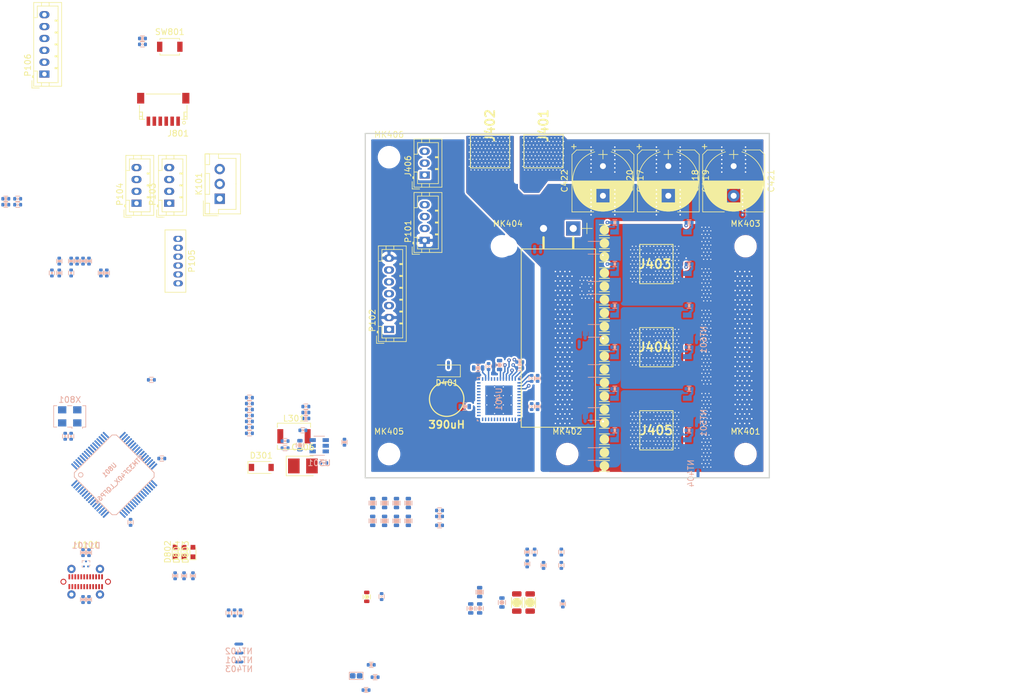
<source format=kicad_pcb>
(kicad_pcb (version 20171130) (host pcbnew "(5.1.4)-1")
  (layers (0 F.Cu signal) (1 In1.Cu power hide) (2 In2.Cu signal hide) (31 B.Cu power) (34 B.Paste user) (35 F.Paste user) (36 B.SilkS user) (37 F.SilkS user) (38 B.Mask user) (39 F.Mask user hide) (44 Edge.Cuts user))
  (net 0 "")
  (net 1 GND)
  (net 2 +3V3)
  (net 3 NRST)
  (net 4 SWDIO)
  (net 5 SWCLK)
  (net 6 "Net-(K101-Pad1)")
  (net 7 GNDD)
  (net 8 +BATT)
  (net 9 /drv_power_stage/buck_rcl)
  (net 10 "Net-(Q701-Pad2)")
  (net 11 "Net-(Q702-Pad2)")
  (net 12 "Net-(Q703-Pad2)")
  (net 13 "Net-(Q704-Pad2)")
  (net 14 GNDA)
  (net 15 /drv_power_stage/ENABLE)
  (net 16 /drv_power_stage/A_VSENSE)
  (net 17 /drv_power_stage/B_VSENSE)
  (net 18 /drv_power_stage/C_VSENSE)
  (net 19 "Net-(C201-Pad1)")
  (net 20 "Net-(C407-Pad2)")
  (net 21 /drv_power_stage/GDRV_VSENSE)
  (net 22 "Net-(K101-Pad2)")
  (net 23 /drv_power_stage/3.3_IREF)
  (net 24 /drv_power_stage/PHASE_B)
  (net 25 /drv_power_stage/PHASE_C)
  (net 26 /drv_power_stage/PHASE_A)
  (net 27 "Net-(Q601-Pad2)")
  (net 28 "Net-(Q602-Pad2)")
  (net 29 "Net-(Q603-Pad2)")
  (net 30 "Net-(Q604-Pad2)")
  (net 31 /drv_power_stage/DRV_SDO)
  (net 32 /drv_power_stage/A_ISENSE)
  (net 33 /drv_power_stage/B_ISENSE)
  (net 34 /drv_power_stage/C_ISENSE)
  (net 35 /Microcontroller/SERVO)
  (net 36 /Microcontroller/ADC_VBUS)
  (net 37 /Microcontroller/ADC_TEMP)
  (net 38 /Microcontroller/TEMP_MOTOR)
  (net 39 /drv_power_stage/power_phase_B/PR_SENSE)
  (net 40 /drv_power_stage/power_phase_B/NR_SENSE)
  (net 41 /drv_power_stage/power_phase_C/PR_SENSE)
  (net 42 /drv_power_stage/power_phase_C/NR_SENSE)
  (net 43 /drv_power_stage/power_phase_A/PR_SENSE)
  (net 44 /drv_power_stage/power_phase_A/NR_SENSE)
  (net 45 /Microcontroller/VCAP2)
  (net 46 /Microcontroller/VCAP1)
  (net 47 /drv_power_stage/power_phase_B/H_SWITCH)
  (net 48 /drv_power_stage/power_phase_C/H_SWITCH)
  (net 49 /drv_power_stage/power_phase_A/H_SWITCH)
  (net 50 /CAN_tranciever/CANH)
  (net 51 /CAN_tranciever/CANL)
  (net 52 /Microcontroller/BRAKE_SW)
  (net 53 /Microcontroller/ADC_BRAKE)
  (net 54 /Microcontroller/ADC_THROTTLE)
  (net 55 /Microcontroller/USART1_RX)
  (net 56 /Microcontroller/USART1_TX)
  (net 57 /Microcontroller/SCL_2)
  (net 58 /Microcontroller/SDA_2)
  (net 59 /Microcontroller/HALL_3)
  (net 60 /Microcontroller/HALL_2)
  (net 61 /Microcontroller/HALL_1)
  (net 62 /drv_power_stage/power_phase_B/PH_GND_LOW)
  (net 63 /drv_power_stage/power_phase_C/PH_GND_LOW)
  (net 64 /drv_power_stage/power_phase_A/PH_GND_LOW)
  (net 65 /Microcontroller/FAULT)
  (net 66 /drv_power_stage/power_phase_B/H_GATE)
  (net 67 /drv_power_stage/power_phase_B/L_GATE)
  (net 68 /drv_power_stage/power_phase_C/H_GATE)
  (net 69 /drv_power_stage/power_phase_C/L_GATE)
  (net 70 /drv_power_stage/power_phase_A/H_GATE)
  (net 71 /drv_power_stage/power_phase_A/L_GATE)
  (net 72 /Microcontroller/LED_GREEN)
  (net 73 /Microcontroller/LED_RED)
  (net 74 /Microcontroller/L3)
  (net 75 /Microcontroller/H3)
  (net 76 /Microcontroller/L2)
  (net 77 /Microcontroller/H2)
  (net 78 /Microcontroller/L1)
  (net 79 /Microcontroller/H1)
  (net 80 "Net-(NT703-Pad1)")
  (net 81 "Net-(C303-Pad2)")
  (net 82 "Net-(C303-Pad1)")
  (net 83 "Net-(C307-Pad2)")
  (net 84 "Net-(C407-Pad1)")
  (net 85 "Net-(C806-Pad1)")
  (net 86 "Net-(C808-Pad1)")
  (net 87 "Net-(D802-Pad1)")
  (net 88 "Net-(D803-Pad1)")
  (net 89 "Net-(D804-Pad1)")
  (net 90 "Net-(NT503-Pad1)")
  (net 91 "Net-(NT603-Pad1)")
  (net 92 "Net-(Q501-Pad2)")
  (net 93 "Net-(Q502-Pad2)")
  (net 94 "Net-(Q503-Pad2)")
  (net 95 "Net-(Q504-Pad2)")
  (net 96 "Net-(R301-Pad1)")
  (net 97 /drv_power_stage/vgls)
  (net 98 /drv_power_stage/dvdd)
  (net 99 /drv_power_stage/vdrain)
  (net 100 /drv_power_stage/vcp)
  (net 101 +15V)
  (net 102 /Microcontroller/BOOT_0)
  (net 103 /drv_power_stage/BK_VIN)
  (net 104 /drv_power_stage/BK_VCC)
  (net 105 /drv_power_stage/BK_BST_C)
  (net 106 /drv_power_stage/BK_SW)
  (net 107 /drv_power_stage/BK_VOUT_RIPP)
  (net 108 /drv_power_stage/pwr_ctl)
  (net 109 /drv_power_stage/BK_RT_SD)
  (net 110 /drv_power_stage/pwr_ctl_g)
  (net 111 "/USB-C connector/D-")
  (net 112 "/USB-C connector/D+")
  (net 113 "Net-(J1101-PadA4)")
  (net 114 "Net-(J1101-PadA6)")
  (net 115 "Net-(J1101-PadB5)")
  (net 116 "Net-(J1101-PadA7)")
  (net 117 "Net-(J1101-PadA5)")
  (net 118 /drv_power_stage/sw_led)
  (module crf1:simple_jst-zh_1.5mm_unfinished (layer F.Cu) (at 70.5 123.5 90)
    (fp_text reference P105 (at 0 2.3 90) (layer F.SilkS))
    (fp_text value HALL/Encoder)
    (pad 6 thru_hole oval (at 3.75 0 90) (size 1 1.6) (drill 0.7) (layers *.Cu *.Mask) (net 2 +3V3))
    (pad 5 thru_hole oval (at 2.25 0 90) (size 1 1.6) (drill 0.7) (layers *.Cu *.Mask) (net 38 /Microcontroller/TEMP_MOTOR))
    (pad 4 thru_hole oval (at 0.75 0 90) (size 1 1.6) (drill 0.7) (layers *.Cu *.Mask) (net 61 /Microcontroller/HALL_1))
    (pad 3 thru_hole oval (at -0.75 0 90) (size 1 1.6) (drill 0.7) (layers *.Cu *.Mask) (net 60 /Microcontroller/HALL_2))
    (pad 2 thru_hole oval (at -2.25 0 90) (size 1 1.6) (drill 0.7) (layers *.Cu *.Mask) (net 59 /Microcontroller/HALL_3))
    (pad 1 thru_hole oval (at -3.75 0 90) (size 1 1.6) (drill 0.7) (layers *.Cu *.Mask) (net 1 GND))
  )
  (module Connectors_JST:JST_XH_B03B-XH-A_03x2.50mm_Straight (layer F.Cu) (at 77.5 113 90)
    (fp_text reference K101 (at 2.5 -3.5 90) (layer F.SilkS))
    (fp_text value SERVO)
    (pad 1 thru_hole rect (at 0 0 90) (size 1.75 1.75) (drill 1) (layers *.Cu *.Mask) (net 6 "Net-(K101-Pad1)"))
    (pad 2 thru_hole circle (at 2.5 0 90) (size 1.75 1.75) (drill 1) (layers *.Cu *.Mask) (net 22 "Net-(K101-Pad2)"))
    (pad 3 thru_hole circle (at 5 0 90) (size 1.75 1.75) (drill 1) (layers *.Cu *.Mask) (net 1 GND))
  )
  (module Connectors_JST:JST_PH_B3B-PH-K_03x2.00mm_Straight (layer F.Cu) (at 112 109 90)
    (fp_text reference J406 (at 1.5 -2.8 90) (layer F.SilkS))
    (fp_text value Conn_01x03)
    (pad 1 thru_hole rect (at 0 0 90) (size 1.2 1.7) (drill 0.75) (layers *.Cu *.Mask) (net 118 /drv_power_stage/sw_led))
    (pad 2 thru_hole oval (at 2 0 90) (size 1.2 1.7) (drill 0.75) (layers *.Cu *.Mask) (net 7 GNDD))
    (pad 3 thru_hole oval (at 4 0 90) (size 1.2 1.7) (drill 0.75) (layers *.Cu *.Mask) (net 108 /drv_power_stage/pwr_ctl))
  )
  (module pkl_dipol:R_0402 (layer B.Cu) (at 55.5 180.5 90)
    (fp_text reference R1104)
    (fp_text value 5.1k)
    (pad 2 smd roundrect (at 0.5 0 90) (size 0.5 0.6) (layers B.Cu B.Paste B.Mask) (net 1 GND))
    (pad 1 smd roundrect (at -0.5 0 90) (size 0.5 0.6) (layers B.Cu B.Paste B.Mask) (net 117 "Net-(J1101-PadA5)"))
  )
  (module pkl_dipol:R_0402 (layer B.Cu) (at 54.5 180.5 90)
    (fp_text reference R1103)
    (fp_text value 5.1k)
    (pad 2 smd roundrect (at 0.5 0 90) (size 0.5 0.6) (layers B.Cu B.Paste B.Mask) (net 1 GND))
    (pad 1 smd roundrect (at -0.5 0 90) (size 0.5 0.6) (layers B.Cu B.Paste B.Mask) (net 115 "Net-(J1101-PadB5)"))
  )
  (module pkl_dipol:R_0402 (layer B.Cu) (at 55.5 172.6 90)
    (fp_text reference R1102)
    (fp_text value 22R)
    (pad 2 smd roundrect (at 0.5 0 90) (size 0.5 0.6) (layers B.Cu B.Paste B.Mask) (net 114 "Net-(J1101-PadA6)"))
    (pad 1 smd roundrect (at -0.5 0 90) (size 0.5 0.6) (layers B.Cu B.Paste B.Mask) (net 112 "/USB-C connector/D+"))
  )
  (module pkl_dipol:R_0402 (layer B.Cu) (at 54.5 172.6 90)
    (fp_text reference R1101)
    (fp_text value 22R)
    (pad 2 smd roundrect (at 0.5 0 90) (size 0.5 0.6) (layers B.Cu B.Paste B.Mask) (net 116 "Net-(J1101-PadA7)"))
    (pad 1 smd roundrect (at -0.5 0 90) (size 0.5 0.6) (layers B.Cu B.Paste B.Mask) (net 111 "/USB-C connector/D-"))
  )
  (module pkl_connectors:USB_C_receptacle_vertical (layer F.Cu) (at 54.949999 177.499999)
    (fp_text reference J1101 (at 0 -6.25) (layer F.SilkS))
    (fp_text value USB_C_Receptacle)
    (pad "" np_thru_hole circle (at 3.75 0 180) (size 1 1) (drill 0.66) (layers F.Cu))
    (pad "" np_thru_hole circle (at -3.75 0) (size 1 1) (drill 0.66) (layers F.Cu))
    (pad 1 thru_hole circle (at -2.4 2.15) (size 1.4 1.4) (drill 0.7) (layers *.Cu *.Mask))
    (pad 1 thru_hole circle (at 2.4 -2.15) (size 1.4 1.4) (drill 0.7) (layers *.Cu *.Mask))
    (pad 1 thru_hole circle (at 2.4 2.15 180) (size 1.4 1.4) (drill 0.7) (layers *.Cu *.Mask))
    (pad B2 smd rect (at 2.25 0.83 180) (size 0.3 0.85) (layers F.Cu F.Paste F.Mask))
    (pad B3 smd rect (at 1.75 0.83 180) (size 0.3 0.85) (layers F.Cu F.Paste F.Mask))
    (pad B4 smd rect (at 1.25 0.83 180) (size 0.3 0.85) (layers F.Cu F.Paste F.Mask) (net 113 "Net-(J1101-PadA4)"))
    (pad B6 smd rect (at 0.25 0.83 180) (size 0.3 0.85) (layers F.Cu F.Paste F.Mask) (net 114 "Net-(J1101-PadA6)"))
    (pad B5 smd rect (at 0.75 0.83 180) (size 0.3 0.85) (layers F.Cu F.Paste F.Mask) (net 115 "Net-(J1101-PadB5)"))
    (pad B12 smd rect (at -2.75 0.83 180) (size 0.3 0.85) (layers F.Cu F.Paste F.Mask) (net 1 GND))
    (pad B11 smd rect (at -2.25 0.83 180) (size 0.3 0.85) (layers F.Cu F.Paste F.Mask))
    (pad B8 smd rect (at -0.75 0.83 180) (size 0.3 0.85) (layers F.Cu F.Paste F.Mask))
    (pad B10 smd rect (at -1.75 0.83 180) (size 0.3 0.85) (layers F.Cu F.Paste F.Mask))
    (pad B9 smd rect (at -1.25 0.83 180) (size 0.3 0.85) (layers F.Cu F.Paste F.Mask) (net 113 "Net-(J1101-PadA4)"))
    (pad B7 smd rect (at -0.25 0.83 180) (size 0.3 0.85) (layers F.Cu F.Paste F.Mask) (net 116 "Net-(J1101-PadA7)"))
    (pad B1 smd rect (at 2.75 0.83 180) (size 0.3 0.85) (layers F.Cu F.Paste F.Mask) (net 1 GND))
    (pad A8 smd rect (at 0.75 -0.83) (size 0.3 0.85) (layers F.Cu F.Paste F.Mask))
    (pad A9 smd rect (at 1.25 -0.83) (size 0.3 0.85) (layers F.Cu F.Paste F.Mask) (net 113 "Net-(J1101-PadA4)"))
    (pad A10 smd rect (at 1.75 -0.83) (size 0.3 0.85) (layers F.Cu F.Paste F.Mask))
    (pad A12 smd rect (at 2.75 -0.83) (size 0.3 0.85) (layers F.Cu F.Paste F.Mask) (net 1 GND))
    (pad A11 smd rect (at 2.25 -0.83) (size 0.3 0.85) (layers F.Cu F.Paste F.Mask))
    (pad A7 smd rect (at 0.25 -0.83) (size 0.3 0.85) (layers F.Cu F.Paste F.Mask) (net 116 "Net-(J1101-PadA7)"))
    (pad A6 smd rect (at -0.25 -0.83) (size 0.3 0.85) (layers F.Cu F.Paste F.Mask) (net 114 "Net-(J1101-PadA6)"))
    (pad A5 smd rect (at -0.75 -0.83) (size 0.3 0.85) (layers F.Cu F.Paste F.Mask) (net 117 "Net-(J1101-PadA5)"))
    (pad A4 smd rect (at -1.25 -0.83) (size 0.3 0.85) (layers F.Cu F.Paste F.Mask) (net 113 "Net-(J1101-PadA4)"))
    (pad A3 smd rect (at -1.75 -0.83) (size 0.3 0.85) (layers F.Cu F.Paste F.Mask))
    (pad A2 smd rect (at -2.25 -0.83) (size 0.3 0.85) (layers F.Cu F.Paste F.Mask))
    (pad A1 smd rect (at -2.75 -0.83) (size 0.3 0.85) (layers F.Cu F.Paste F.Mask) (net 1 GND))
    (pad 1 thru_hole circle (at -2.4 -2.15) (size 1.4 1.4) (drill 0.7) (layers *.Cu *.Mask))
  )
  (module digikey-footprints:SOT-3 (layer B.Cu) (at 55 174.5 180)
    (fp_text reference D1101 (at -0.025 3.075) (layer B.SilkS) (effects (justify mirror)))
    (fp_text value TPD2EUSB30DRTR)
    (pad 2 smd rect (at 0.35 -0.425 180) (size 0.3 0.3) (layers B.Cu B.Paste B.Mask) (net 111 "/USB-C connector/D-"))
    (pad 3 smd rect (at 0 0.425 180) (size 0.3 0.3) (layers B.Cu B.Paste B.Mask) (net 1 GND))
    (pad 1 smd rect (at -0.35 -0.425 180) (size 0.3 0.3) (layers B.Cu B.Paste B.Mask) (net 112 "/USB-C connector/D+"))
  )
  (module moxie-drive-custom:CP_Radial_D12.5mm_P5.00mm_horiz (layer F.Cu) (at 137 118 180)
    (fp_text reference C414)
    (fp_text value 560uF)
    (pad 1 thru_hole rect (at 0 0 180) (size 2.4 2.4) (drill 1.2) (layers *.Cu *.Mask) (net 8 +BATT))
    (pad 2 thru_hole circle (at 5 0 180) (size 2.4 2.4) (drill 1.2) (layers *.Cu *.Mask) (net 7 GNDD))
  )
  (module Buttons_Switches_SMD:SW_SPST_B3U-1000P (layer F.Cu) (at 69.1 87.4)
    (fp_text reference SW801 (at 0 -2.5) (layer F.SilkS))
    (fp_text value SW_Push)
    (pad 1 smd rect (at -1.7 0) (size 0.9 1.7) (layers F.Cu F.Paste F.Mask) (net 102 /Microcontroller/BOOT_0))
    (pad 2 smd rect (at 1.7 0) (size 0.9 1.7) (layers F.Cu F.Paste F.Mask) (net 2 +3V3))
  )
  (module pkl_dipol:R_0402 (layer B.Cu) (at 64.5 86 180)
    (fp_text reference R804)
    (fp_text value 10k)
    (pad 2 smd roundrect (at 0.5 0 180) (size 0.5 0.6) (layers B.Cu B.Paste B.Mask) (net 1 GND))
    (pad 1 smd roundrect (at -0.5 0 180) (size 0.5 0.6) (layers B.Cu B.Paste B.Mask) (net 102 /Microcontroller/BOOT_0))
  )
  (module pkl_dipol:R_0402 (layer B.Cu) (at 102.13 195.75)
    (fp_text reference R420)
    (fp_text value 100)
    (pad 2 smd roundrect (at 0.5 0) (size 0.5 0.6) (layers B.Cu B.Paste B.Mask) (net 101 +15V))
    (pad 1 smd roundrect (at -0.5 0) (size 0.5 0.6) (layers B.Cu B.Paste B.Mask) (net 118 /drv_power_stage/sw_led))
  )
  (module pkl_dipol:C_0402 (layer B.Cu) (at 64.5 87)
    (fp_text reference C813)
    (fp_text value 100n)
    (pad 2 smd roundrect (at 0.5 0) (size 0.5 0.6) (layers B.Cu B.Paste B.Mask) (net 102 /Microcontroller/BOOT_0))
    (pad 1 smd roundrect (at -0.5 0) (size 0.5 0.6) (layers B.Cu B.Paste B.Mask) (net 1 GND))
  )
  (module Diodes_SMD:D_SOD-123 (layer F.Cu) (at 84.5 158.25)
    (fp_text reference D301 (at 0 -2) (layer F.SilkS))
    (fp_text value 1.5KExxA)
    (pad 1 smd rect (at -1.65 0) (size 0.9 1.2) (layers F.Cu F.Paste F.Mask) (net 2 +3V3))
    (pad 2 smd rect (at 1.65 0) (size 0.9 1.2) (layers F.Cu F.Paste F.Mask) (net 1 GND))
  )
  (module Diodes_SMD:D_SOD-123 (layer F.Cu) (at 115.75 142 180)
    (fp_text reference D401 (at 0 -2) (layer F.SilkS))
    (fp_text value DFLS1100-7)
    (pad 1 smd rect (at -1.65 0 180) (size 0.9 1.2) (layers F.Cu F.Paste F.Mask) (net 106 /drv_power_stage/BK_SW))
    (pad 2 smd rect (at 1.65 0 180) (size 0.9 1.2) (layers F.Cu F.Paste F.Mask) (net 7 GNDD))
  )
  (module pkl_dipol:C_0603 (layer B.Cu) (at 119.75 182 270)
    (fp_text reference C413)
    (fp_text value 10uF)
    (pad 2 smd roundrect (at 0.75 0 270) (size 0.6 0.9) (layers B.Cu B.Paste B.Mask) (net 7 GNDD))
    (pad 1 smd roundrect (at -0.75 0 270) (size 0.6 0.9) (layers B.Cu B.Paste B.Mask) (net 101 +15V))
  )
  (module pkl_dipol:C_0402 (layer B.Cu) (at 104.75 180 270)
    (fp_text reference C403)
    (fp_text value 0.1uF)
    (pad 2 smd roundrect (at 0.5 0 270) (size 0.5 0.6) (layers B.Cu B.Paste B.Mask) (net 7 GNDD))
    (pad 1 smd roundrect (at -0.5 0 270) (size 0.5 0.6) (layers B.Cu B.Paste B.Mask) (net 101 +15V))
  )
  (module pkl_dipol:C_0603 (layer B.Cu) (at 121.25 182 270)
    (fp_text reference C402)
    (fp_text value 10uF)
    (pad 2 smd roundrect (at 0.75 0 270) (size 0.6 0.9) (layers B.Cu B.Paste B.Mask) (net 7 GNDD))
    (pad 1 smd roundrect (at -0.75 0 270) (size 0.6 0.9) (layers B.Cu B.Paste B.Mask) (net 101 +15V))
  )
  (module pkl_dipol:C_0603 (layer F.Cu) (at 102.25 180.05 270)
    (fp_text reference C401)
    (fp_text value 10uF)
    (pad 2 smd roundrect (at 0.75 0 270) (size 0.6 0.9) (layers F.Cu F.Paste F.Mask) (net 7 GNDD))
    (pad 1 smd roundrect (at -0.75 0 270) (size 0.6 0.9) (layers F.Cu F.Paste F.Mask) (net 101 +15V))
  )
  (module pkl_dipol:R_0402 (layer B.Cu) (at 103.655 193.575)
    (fp_text reference R419)
    (fp_text value 22k?)
    (pad 2 smd roundrect (at 0.5 0) (size 0.5 0.6) (layers B.Cu B.Paste B.Mask) (net 108 /drv_power_stage/pwr_ctl))
    (pad 1 smd roundrect (at -0.5 0) (size 0.5 0.6) (layers B.Cu B.Paste B.Mask) (net 110 /drv_power_stage/pwr_ctl_g))
  )
  (module pkl_dipol:R_0402 (layer B.Cu) (at 103 191.5)
    (fp_text reference R418)
    (fp_text value 10k)
    (pad 2 smd roundrect (at 0.5 0) (size 0.5 0.6) (layers B.Cu B.Paste B.Mask) (net 110 /drv_power_stage/pwr_ctl_g))
    (pad 1 smd roundrect (at -0.5 0) (size 0.5 0.6) (layers B.Cu B.Paste B.Mask) (net 8 +BATT))
  )
  (module pkl_jumpers:J_0603 (layer B.Cu) (at 100.465 193.35)
    (fp_text reference JP401)
    (fp_text value pwr_ctl_byp)
    (pad 2 smd roundrect (at 0.575 0) (size 0.95 0.9) (layers B.Cu B.Mask) (net 103 /drv_power_stage/BK_VIN))
    (pad 1 smd roundrect (at -0.575 0) (size 0.95 0.9) (layers B.Cu B.Mask) (net 8 +BATT))
  )
  (module pkl_dipol:C_1206 (layer F.Cu) (at 127.5 181 270)
    (fp_text reference C425)
    (fp_text value "1uF ")
    (pad 2 smd roundrect (at 1.45 0 270) (size 0.9 1.6) (layers F.Cu F.Paste F.Mask) (net 7 GNDD))
    (pad 1 smd roundrect (at -1.45 0 270) (size 0.9 1.6) (layers F.Cu F.Paste F.Mask) (net 103 /drv_power_stage/BK_VIN))
  )
  (module pkl_dipol:C_1206 (layer F.Cu) (at 129.75 181 270)
    (fp_text reference C424)
    (fp_text value "1uF ")
    (pad 2 smd roundrect (at 1.45 0 270) (size 0.9 1.6) (layers F.Cu F.Paste F.Mask) (net 7 GNDD))
    (pad 1 smd roundrect (at -1.45 0 270) (size 0.9 1.6) (layers F.Cu F.Paste F.Mask) (net 103 /drv_power_stage/BK_VIN))
  )
  (module pkl_dipol:C_1206 (layer F.Cu) (at 142.25 122.75 180)
    (fp_text reference C707)
    (fp_text value "1uF ")
    (pad 2 smd roundrect (at 1.45 0 180) (size 0.9 1.6) (layers F.Cu F.Paste F.Mask) (net 7 GNDD))
    (pad 1 smd roundrect (at -1.45 0 180) (size 0.9 1.6) (layers F.Cu F.Paste F.Mask) (net 8 +BATT))
  )
  (module pkl_dipol:C_1206 (layer F.Cu) (at 142.25 125.5 180)
    (fp_text reference C705)
    (fp_text value "1uF ")
    (pad 2 smd roundrect (at 1.45 0 180) (size 0.9 1.6) (layers F.Cu F.Paste F.Mask) (net 7 GNDD))
    (pad 1 smd roundrect (at -1.45 0 180) (size 0.9 1.6) (layers F.Cu F.Paste F.Mask) (net 8 +BATT))
  )
  (module pkl_dipol:C_1206 (layer F.Cu) (at 142.25 136.75 180)
    (fp_text reference C607)
    (fp_text value "1uF ")
    (pad 2 smd roundrect (at 1.45 0 180) (size 0.9 1.6) (layers F.Cu F.Paste F.Mask) (net 7 GNDD))
    (pad 1 smd roundrect (at -1.45 0 180) (size 0.9 1.6) (layers F.Cu F.Paste F.Mask) (net 8 +BATT))
  )
  (module pkl_dipol:C_1206 (layer F.Cu) (at 142.25 139.5 180)
    (fp_text reference C605)
    (fp_text value "1uF ")
    (pad 2 smd roundrect (at 1.45 0 180) (size 0.9 1.6) (layers F.Cu F.Paste F.Mask) (net 7 GNDD))
    (pad 1 smd roundrect (at -1.45 0 180) (size 0.9 1.6) (layers F.Cu F.Paste F.Mask) (net 8 +BATT))
  )
  (module pkl_dipol:C_1206 (layer F.Cu) (at 142.25 150.75 180)
    (fp_text reference C507)
    (fp_text value "1uF ")
    (pad 2 smd roundrect (at 1.45 0 180) (size 0.9 1.6) (layers F.Cu F.Paste F.Mask) (net 7 GNDD))
    (pad 1 smd roundrect (at -1.45 0 180) (size 0.9 1.6) (layers F.Cu F.Paste F.Mask) (net 8 +BATT))
  )
  (module pkl_dipol:C_1206 (layer F.Cu) (at 142.25 153.5 180)
    (fp_text reference C505)
    (fp_text value "1uF ")
    (pad 2 smd roundrect (at 1.45 0 180) (size 0.9 1.6) (layers F.Cu F.Paste F.Mask) (net 7 GNDD))
    (pad 1 smd roundrect (at -1.45 0 180) (size 0.9 1.6) (layers F.Cu F.Paste F.Mask) (net 8 +BATT))
  )
  (module Mounting_Holes:MountingHole_3.2mm_M3_DIN965 (layer F.Cu) (at 106 106)
    (fp_text reference MK406 (at 0 -3.8) (layer F.SilkS))
    (fp_text value Mounting_Hole)
    (pad 1 np_thru_hole circle (at 0 0) (size 3.2 3.2) (drill 3.2) (layers *.Cu *.Mask))
  )
  (module Mounting_Holes:MountingHole_3.2mm_M3_DIN965 (layer F.Cu) (at 106 156)
    (fp_text reference MK405 (at 0 -3.8) (layer F.SilkS))
    (fp_text value Mounting_Hole)
    (pad 1 np_thru_hole circle (at 0 0) (size 3.2 3.2) (drill 3.2) (layers *.Cu *.Mask))
  )
  (module Mounting_Holes:MountingHole_3.2mm_M3_DIN965 (layer F.Cu) (at 126 121)
    (fp_text reference MK404 (at 0 -3.8) (layer F.SilkS))
    (fp_text value Mounting_Hole)
    (pad 1 np_thru_hole circle (at 0 0) (size 3.2 3.2) (drill 3.2) (layers *.Cu *.Mask))
  )
  (module Mounting_Holes:MountingHole_3.2mm_M3_DIN965 (layer F.Cu) (at 166 121)
    (fp_text reference MK403 (at 0 -3.8) (layer F.SilkS))
    (fp_text value Mounting_Hole)
    (pad 1 np_thru_hole circle (at 0 0) (size 3.2 3.2) (drill 3.2) (layers *.Cu *.Mask))
  )
  (module Mounting_Holes:MountingHole_3.2mm_M3_DIN965 (layer F.Cu) (at 136 156)
    (fp_text reference MK402 (at 0 -3.8) (layer F.SilkS))
    (fp_text value Mounting_Hole)
    (pad 1 np_thru_hole circle (at 0 0) (size 3.2 3.2) (drill 3.2) (layers *.Cu *.Mask))
  )
  (module Mounting_Holes:MountingHole_3.2mm_M3_DIN965 (layer F.Cu) (at 166 156)
    (fp_text reference MK401 (at 0 -3.8) (layer F.SilkS))
    (fp_text value Mounting_Hole)
    (pad 1 np_thru_hole circle (at 0 0) (size 3.2 3.2) (drill 3.2) (layers *.Cu *.Mask))
  )
  (module Capacitors_THT:CP_Radial_D10.0mm_P5.00mm (layer F.Cu) (at 164 107.5 270)
    (fp_text reference C421 (at 2.5 -6.31 90) (layer F.SilkS))
    (fp_text value 56uF)
    (pad 1 thru_hole rect (at 0 0 270) (size 2 2) (drill 1) (layers *.Cu *.Mask) (net 8 +BATT))
    (pad 2 thru_hole circle (at 5 0 270) (size 2 2) (drill 1) (layers *.Cu *.Mask) (net 7 GNDD))
  )
  (module Capacitors_THT:CP_Radial_D10.0mm_P5.00mm (layer F.Cu) (at 153 107.5 270)
    (fp_text reference C419 (at 2.5 -6.31 90) (layer F.SilkS))
    (fp_text value 56uF)
    (pad 1 thru_hole rect (at 0 0 270) (size 2 2) (drill 1) (layers *.Cu *.Mask) (net 8 +BATT))
    (pad 2 thru_hole circle (at 5 0 270) (size 2 2) (drill 1) (layers *.Cu *.Mask) (net 7 GNDD))
  )
  (module Capacitors_THT:CP_Radial_D10.0mm_P5.00mm (layer F.Cu) (at 142 107.5 270)
    (fp_text reference C417 (at 2.5 -6.31 90) (layer F.SilkS))
    (fp_text value 56uF)
    (pad 1 thru_hole rect (at 0 0 270) (size 2 2) (drill 1) (layers *.Cu *.Mask) (net 8 +BATT))
    (pad 2 thru_hole circle (at 5 0 270) (size 2 2) (drill 1) (layers *.Cu *.Mask) (net 7 GNDD))
  )
  (module NetTie:NetTie-2_SMD_Pad0.5mm (layer B.Cu) (at 158 159.25 270)
    (fp_text reference NT404 (at 0 1.2 90) (layer B.SilkS) (effects (justify mirror)))
    (fp_text value Net-Tie_2)
    (fp_poly (pts (xy -0.5 0.25) (xy 0.5 0.25) (xy 0.5 -0.25) (xy -0.5 -0.25)) (layer B.Cu) (width 0))
    (pad 1 smd circle (at -0.5 0 270) (size 0.5 0.5) (layers B.Cu) (net 8 +BATT))
    (pad 2 smd circle (at 0.5 0 270) (size 0.5 0.5) (layers B.Cu) (net 99 /drv_power_stage/vdrain))
  )
  (module crf1:inductor_smd_5.8mmx4.8hmm (layer F.Cu) (at 115.69914 146.75 180)
    (fp_text reference L401 hide)
    (fp_text value 390uH (at 0 -4.30022) (layer F.SilkS) (effects (font (size 1.27 1.27) (thickness 0.254))))
    (pad 1 smd rect (at 1.80086 0 180) (size 2.49936 5.99948) (layers F.Cu F.Paste F.Mask) (net 107 /drv_power_stage/BK_VOUT_RIPP))
    (pad 2 smd rect (at -1.80086 0 180) (size 2.49936 5.99948) (layers F.Cu F.Paste F.Mask) (net 106 /drv_power_stage/BK_SW))
  )
  (module crf1:1PAD_6x5mm (layer F.Cu) (at 151 152 90)
    (fp_text reference J405 (at 0 0 180) (layer F.SilkS) (effects (font (size 1.524 1.524) (thickness 0.3048))))
    (fp_text value C hide)
    (pad 1 smd rect (at 0 0 90) (size 6 5) (layers F.Cu F.Paste F.Mask) (net 25 /drv_power_stage/PHASE_C))
  )
  (module crf1:1PAD_6x5mm (layer F.Cu) (at 151 138 90)
    (fp_text reference J404 (at 0 -0.25 180) (layer F.SilkS) (effects (font (size 1.524 1.524) (thickness 0.3048))))
    (fp_text value B hide)
    (pad 1 smd rect (at 0 0 90) (size 6 5) (layers F.Cu F.Paste F.Mask) (net 24 /drv_power_stage/PHASE_B))
  )
  (module crf1:1PAD_6x5mm (layer F.Cu) (at 151 124 90)
    (fp_text reference J403 (at 0 -0.25 180) (layer F.SilkS) (effects (font (size 1.524 1.524) (thickness 0.3048))))
    (fp_text value A hide)
    (pad 1 smd rect (at 0 0 90) (size 6 5) (layers F.Cu F.Paste F.Mask) (net 26 /drv_power_stage/PHASE_A))
  )
  (module crf1:1PAD_6x5mm (layer F.Cu) (at 123 105)
    (fp_text reference J402 (at 0 -4.3 270) (layer F.SilkS) (effects (font (size 1.524 1.524) (thickness 0.3048))))
    (fp_text value Gnd hide)
    (pad 1 smd rect (at 0 0) (size 6 5) (layers F.Cu F.Paste F.Mask) (net 7 GNDD))
  )
  (module crf1:1PAD_6x5mm (layer F.Cu) (at 132 105)
    (fp_text reference J401 (at 0 -4.3 270) (layer F.SilkS) (effects (font (size 1.524 1.524) (thickness 0.3048))))
    (fp_text value +Vbat hide)
    (pad 1 smd rect (at 0 0) (size 6 5) (layers F.Cu F.Paste F.Mask) (net 8 +BATT))
  )
  (module Capacitors_SMD:CP_Elec_10x10.5 (layer F.Cu) (at 164 110 270)
    (fp_text reference C418 (at 0 6.46 90) (layer F.SilkS))
    (fp_text value 20uF)
    (fp_text user + (at -5.78 4.97 90) (layer F.SilkS))
    (pad 1 smd rect (at -4 0 90) (size 4 2.5) (layers F.Cu F.Paste F.Mask) (net 8 +BATT))
    (pad 2 smd rect (at 4 0 90) (size 4 2.5) (layers F.Cu F.Paste F.Mask) (net 7 GNDD))
  )
  (module pkl_dipol:C_0402 (layer B.Cu) (at 81 182.75 90)
    (fp_text reference C406)
    (fp_text value 0.1uF)
    (pad 1 smd roundrect (at -0.5 0 90) (size 0.5 0.6) (layers B.Cu B.Paste B.Mask) (net 23 /drv_power_stage/3.3_IREF))
    (pad 2 smd roundrect (at 0.5 0 90) (size 0.5 0.6) (layers B.Cu B.Paste B.Mask) (net 14 GNDA))
  )
  (module pkl_dipol:C_0603 (layer B.Cu) (at 125 181 270)
    (fp_text reference C404)
    (fp_text value 0.1uF)
    (pad 1 smd roundrect (at -0.75 0 270) (size 0.6 0.9) (layers B.Cu B.Paste B.Mask) (net 103 /drv_power_stage/BK_VIN))
    (pad 2 smd roundrect (at 0.75 0 270) (size 0.6 0.9) (layers B.Cu B.Paste B.Mask) (net 7 GNDD))
  )
  (module Capacitors_SMD:CP_Elec_10x10.5 (layer F.Cu) (at 142 110 270)
    (fp_text reference C422 (at 0 6.46 90) (layer F.SilkS))
    (fp_text value 20uF)
    (fp_text user + (at -5.78 4.97 90) (layer F.SilkS))
    (pad 1 smd rect (at -4 0 90) (size 4 2.5) (layers F.Cu F.Paste F.Mask) (net 8 +BATT))
    (pad 2 smd rect (at 4 0 90) (size 4 2.5) (layers F.Cu F.Paste F.Mask) (net 7 GNDD))
  )
  (module Capacitors_SMD:CP_Elec_10x10.5 (layer F.Cu) (at 153 110 270)
    (fp_text reference C420 (at 0 6.46 90) (layer F.SilkS))
    (fp_text value 20uF)
    (fp_text user + (at -5.78 4.97 90) (layer F.SilkS))
    (pad 1 smd rect (at -4 0 90) (size 4 2.5) (layers F.Cu F.Paste F.Mask) (net 8 +BATT))
    (pad 2 smd rect (at 4 0 90) (size 4 2.5) (layers F.Cu F.Paste F.Mask) (net 7 GNDD))
  )
  (module pkl_dipol:R_0402 (layer B.Cu) (at 92 150 180)
    (fp_text reference R303)
    (fp_text value "10k 0.1%")
    (pad 2 smd roundrect (at 0.5 0 180) (size 0.5 0.6) (layers B.Cu B.Paste B.Mask) (net 1 GND))
    (pad 1 smd roundrect (at -0.5 0 180) (size 0.5 0.6) (layers B.Cu B.Paste B.Mask) (net 83 "Net-(C307-Pad2)"))
  )
  (module pkl_dipol:R_0402 (layer B.Cu) (at 92 149)
    (fp_text reference R302)
    (fp_text value "R33.2k 0.1%")
    (pad 2 smd roundrect (at 0.5 0) (size 0.5 0.6) (layers B.Cu B.Paste B.Mask) (net 83 "Net-(C307-Pad2)"))
    (pad 1 smd roundrect (at -0.5 0) (size 0.5 0.6) (layers B.Cu B.Paste B.Mask) (net 2 +3V3))
  )
  (module pkl_dipol:R_0402 (layer B.Cu) (at 98.5 154 90)
    (fp_text reference R301)
    (fp_text value 1k)
    (pad 2 smd roundrect (at 0.5 0 90) (size 0.5 0.6) (layers B.Cu B.Paste B.Mask) (net 101 +15V))
    (pad 1 smd roundrect (at -0.5 0 90) (size 0.5 0.6) (layers B.Cu B.Paste B.Mask) (net 96 "Net-(R301-Pad1)"))
  )
  (module Inductors_SMD:L_Neosid_Ms42 (layer F.Cu) (at 90 153)
    (fp_text reference L301 (at 0 -3) (layer F.SilkS))
    (fp_text value 3.3uH)
    (pad 1 smd rect (at -2.3 0) (size 1 2.4) (layers F.Cu F.Paste F.Mask) (net 2 +3V3))
    (pad 2 smd rect (at 2.3 0) (size 1 2.4) (layers F.Cu F.Paste F.Mask) (net 82 "Net-(C303-Pad1)"))
  )
  (module pkl_dipol:C_0402 (layer B.Cu) (at 114.5 165.5)
    (fp_text reference C423)
    (fp_text value 100nf)
    (pad 2 smd roundrect (at 0.5 0) (size 0.5 0.6) (layers B.Cu B.Paste B.Mask) (net 14 GNDA))
    (pad 1 smd roundrect (at -0.5 0) (size 0.5 0.6) (layers B.Cu B.Paste B.Mask) (net 37 /Microcontroller/ADC_TEMP))
  )
  (module pkl_dipol:C_0402 (layer B.Cu) (at 92 148)
    (fp_text reference C307)
    (fp_text value NP)
    (pad 2 smd roundrect (at 0.5 0) (size 0.5 0.6) (layers B.Cu B.Paste B.Mask) (net 83 "Net-(C307-Pad2)"))
    (pad 1 smd roundrect (at -0.5 0) (size 0.5 0.6) (layers B.Cu B.Paste B.Mask) (net 2 +3V3))
  )
  (module pkl_dipol:C_0402 (layer B.Cu) (at 88.5 155)
    (fp_text reference C305)
    (fp_text value 2.2uf)
    (pad 2 smd roundrect (at 0.5 0) (size 0.5 0.6) (layers B.Cu B.Paste B.Mask) (net 1 GND))
    (pad 1 smd roundrect (at -0.5 0) (size 0.5 0.6) (layers B.Cu B.Paste B.Mask) (net 2 +3V3))
  )
  (module pkl_dipol:C_0402 (layer B.Cu) (at 88.5 153.815)
    (fp_text reference C304)
    (fp_text value 100nf)
    (pad 2 smd roundrect (at 0.5 0) (size 0.5 0.6) (layers B.Cu B.Paste B.Mask) (net 1 GND))
    (pad 1 smd roundrect (at -0.5 0) (size 0.5 0.6) (layers B.Cu B.Paste B.Mask) (net 2 +3V3))
  )
  (module pkl_dipol:C_0402 (layer B.Cu) (at 95 157.5)
    (fp_text reference C303)
    (fp_text value 100nf)
    (pad 2 smd roundrect (at 0.5 0) (size 0.5 0.6) (layers B.Cu B.Paste B.Mask) (net 81 "Net-(C303-Pad2)"))
    (pad 1 smd roundrect (at -0.5 0) (size 0.5 0.6) (layers B.Cu B.Paste B.Mask) (net 82 "Net-(C303-Pad1)"))
  )
  (module pkl_dipol:C_0402 (layer B.Cu) (at 91.5 152)
    (fp_text reference C302)
    (fp_text value 100nf)
    (pad 2 smd roundrect (at 0.5 0) (size 0.5 0.6) (layers B.Cu B.Paste B.Mask) (net 1 GND))
    (pad 1 smd roundrect (at -0.5 0) (size 0.5 0.6) (layers B.Cu B.Paste B.Mask) (net 101 +15V))
  )
  (module pkl_dipol:C_0603 (layer B.Cu) (at 91 154.5 270)
    (fp_text reference C301)
    (fp_text value 10uf)
    (pad 2 smd roundrect (at 0.75 0 270) (size 0.6 0.9) (layers B.Cu B.Paste B.Mask) (net 1 GND))
    (pad 1 smd roundrect (at -0.75 0 270) (size 0.6 0.9) (layers B.Cu B.Paste B.Mask) (net 101 +15V))
  )
  (module Connectors_JST:JST_PH_B4B-PH-K_04x2.00mm_Straight (layer F.Cu) (at 63.5 113.75 90)
    (fp_text reference P104 (at 1.5 -2.8 90) (layer F.SilkS))
    (fp_text value I2C)
    (pad 1 thru_hole rect (at 0 0 90) (size 1.2 1.7) (drill 0.75) (layers *.Cu *.Mask) (net 57 /Microcontroller/SCL_2))
    (pad 2 thru_hole oval (at 2 0 90) (size 1.2 1.7) (drill 0.75) (layers *.Cu *.Mask) (net 58 /Microcontroller/SDA_2))
    (pad 3 thru_hole oval (at 4 0 90) (size 1.2 1.7) (drill 0.75) (layers *.Cu *.Mask) (net 2 +3V3))
    (pad 4 thru_hole oval (at 6 0 90) (size 1.2 1.7) (drill 0.75) (layers *.Cu *.Mask) (net 1 GND))
  )
  (module Resistors_SMD:R_1206 (layer B.Cu) (at 140.5 121.25 180)
    (fp_text reference R707 hide)
    (fp_text value 1mΩ hide)
    (pad 1 smd rect (at -1.45 0 180) (size 0.9 1.7) (layers B.Cu B.Paste B.Mask) (net 64 /drv_power_stage/power_phase_A/PH_GND_LOW))
    (pad 2 smd rect (at 1.45 0 180) (size 0.9 1.7) (layers B.Cu B.Paste B.Mask) (net 7 GNDD))
  )
  (module Resistors_SMD:R_1206 (layer B.Cu) (at 140.5 128 180)
    (fp_text reference R706 hide)
    (fp_text value 1mΩ hide)
    (pad 1 smd rect (at -1.45 0 180) (size 0.9 1.7) (layers B.Cu B.Paste B.Mask) (net 64 /drv_power_stage/power_phase_A/PH_GND_LOW))
    (pad 2 smd rect (at 1.45 0 180) (size 0.9 1.7) (layers B.Cu B.Paste B.Mask) (net 7 GNDD))
  )
  (module Resistors_SMD:R_1206 (layer B.Cu) (at 140.5 135.25 180)
    (fp_text reference R607 hide)
    (fp_text value 1mΩ hide)
    (pad 1 smd rect (at -1.45 0 180) (size 0.9 1.7) (layers B.Cu B.Paste B.Mask) (net 62 /drv_power_stage/power_phase_B/PH_GND_LOW))
    (pad 2 smd rect (at 1.45 0 180) (size 0.9 1.7) (layers B.Cu B.Paste B.Mask) (net 7 GNDD))
  )
  (module Resistors_SMD:R_1206 (layer B.Cu) (at 140.5 142 180)
    (fp_text reference R606 hide)
    (fp_text value 1mΩ hide)
    (pad 1 smd rect (at -1.45 0 180) (size 0.9 1.7) (layers B.Cu B.Paste B.Mask) (net 62 /drv_power_stage/power_phase_B/PH_GND_LOW))
    (pad 2 smd rect (at 1.45 0 180) (size 0.9 1.7) (layers B.Cu B.Paste B.Mask) (net 7 GNDD))
  )
  (module Resistors_SMD:R_1206 (layer B.Cu) (at 140.5 149.25 180)
    (fp_text reference R507 hide)
    (fp_text value 1mΩ hide)
    (pad 1 smd rect (at -1.45 0 180) (size 0.9 1.7) (layers B.Cu B.Paste B.Mask) (net 63 /drv_power_stage/power_phase_C/PH_GND_LOW))
    (pad 2 smd rect (at 1.45 0 180) (size 0.9 1.7) (layers B.Cu B.Paste B.Mask) (net 7 GNDD))
  )
  (module Resistors_SMD:R_1206 (layer B.Cu) (at 140.5 156 180)
    (fp_text reference R506 hide)
    (fp_text value 1mΩ hide)
    (pad 1 smd rect (at -1.45 0 180) (size 0.9 1.7) (layers B.Cu B.Paste B.Mask) (net 63 /drv_power_stage/power_phase_C/PH_GND_LOW))
    (pad 2 smd rect (at 1.45 0 180) (size 0.9 1.7) (layers B.Cu B.Paste B.Mask) (net 7 GNDD))
  )
  (module NetTie:NetTie-2_SMD_Pad0.5mm (layer B.Cu) (at 131.5 121.5 90)
    (fp_text reference NT703 hide)
    (fp_text value Net-Tie_2 hide)
    (fp_poly (pts (xy -0.5 0.25) (xy 0.5 0.25) (xy 0.5 -0.25) (xy -0.5 -0.25)) (layer B.Cu) (width 0))
    (pad 2 smd circle (at 0.5 0 90) (size 0.5 0.5) (layers B.Cu) (net 7 GNDD))
    (pad 1 smd circle (at -0.5 0 90) (size 0.5 0.5) (layers B.Cu) (net 80 "Net-(NT703-Pad1)"))
  )
  (module NetTie:NetTie-2_SMD_Pad0.5mm (layer B.Cu) (at 130.5 121.5 90)
    (fp_text reference NT702 hide)
    (fp_text value Net-Tie_2 hide)
    (fp_poly (pts (xy -0.5 0.25) (xy 0.5 0.25) (xy 0.5 -0.25) (xy -0.5 -0.25)) (layer B.Cu) (width 0))
    (pad 2 smd circle (at 0.5 0 90) (size 0.5 0.5) (layers B.Cu) (net 64 /drv_power_stage/power_phase_A/PH_GND_LOW))
    (pad 1 smd circle (at -0.5 0 90) (size 0.5 0.5) (layers B.Cu) (net 43 /drv_power_stage/power_phase_A/PR_SENSE))
  )
  (module NetTie:NetTie-2_SMD_Pad0.5mm (layer B.Cu) (at 139 136 90)
    (fp_text reference NT603 hide)
    (fp_text value Net-Tie_2 hide)
    (fp_poly (pts (xy -0.5 0.25) (xy 0.5 0.25) (xy 0.5 -0.25) (xy -0.5 -0.25)) (layer B.Cu) (width 0))
    (pad 2 smd circle (at 0.5 0 90) (size 0.5 0.5) (layers B.Cu) (net 7 GNDD))
    (pad 1 smd circle (at -0.5 0 90) (size 0.5 0.5) (layers B.Cu) (net 91 "Net-(NT603-Pad1)"))
  )
  (module NetTie:NetTie-2_SMD_Pad0.5mm (layer B.Cu) (at 138 137.5 90)
    (fp_text reference NT602 hide)
    (fp_text value Net-Tie_2 hide)
    (fp_poly (pts (xy -0.5 0.25) (xy 0.5 0.25) (xy 0.5 -0.25) (xy -0.5 -0.25)) (layer B.Cu) (width 0))
    (pad 2 smd circle (at 0.5 0 90) (size 0.5 0.5) (layers B.Cu) (net 62 /drv_power_stage/power_phase_B/PH_GND_LOW))
    (pad 1 smd circle (at -0.5 0 90) (size 0.5 0.5) (layers B.Cu) (net 39 /drv_power_stage/power_phase_B/PR_SENSE))
  )
  (module NetTie:NetTie-2_SMD_Pad0.5mm (layer B.Cu) (at 139 150 90)
    (fp_text reference NT503 hide)
    (fp_text value Net-Tie_2 hide)
    (fp_poly (pts (xy -0.5 0.25) (xy 0.5 0.25) (xy 0.5 -0.25) (xy -0.5 -0.25)) (layer B.Cu) (width 0))
    (pad 2 smd circle (at 0.5 0 90) (size 0.5 0.5) (layers B.Cu) (net 7 GNDD))
    (pad 1 smd circle (at -0.5 0 90) (size 0.5 0.5) (layers B.Cu) (net 90 "Net-(NT503-Pad1)"))
  )
  (module NetTie:NetTie-2_SMD_Pad0.5mm (layer B.Cu) (at 140 150 90)
    (fp_text reference NT502 hide)
    (fp_text value Net-Tie_2 hide)
    (fp_poly (pts (xy -0.5 0.25) (xy 0.5 0.25) (xy 0.5 -0.25) (xy -0.5 -0.25)) (layer B.Cu) (width 0))
    (pad 2 smd circle (at 0.5 0 90) (size 0.5 0.5) (layers B.Cu) (net 63 /drv_power_stage/power_phase_C/PH_GND_LOW))
    (pad 1 smd circle (at -0.5 0 90) (size 0.5 0.5) (layers B.Cu) (net 41 /drv_power_stage/power_phase_C/PR_SENSE))
  )
  (module pkl_dipol:R_0402 (layer B.Cu) (at 144 124 180)
    (fp_text reference R705)
    (fp_text value 5Ω)
    (pad 1 smd roundrect (at -0.5 0 180) (size 0.5 0.6) (layers B.Cu B.Paste B.Mask) (net 13 "Net-(Q704-Pad2)"))
    (pad 2 smd roundrect (at 0.5 0 180) (size 0.5 0.6) (layers B.Cu B.Paste B.Mask) (net 71 /drv_power_stage/power_phase_A/L_GATE))
  )
  (module Oscillators:Oscillator_SMD_EuroQuartz_XO53-4pin_5.0x3.2mm (layer B.Cu) (at 52.26 149.65 180)
    (fp_text reference X801 (at 0 2.8) (layer B.SilkS) (effects (justify mirror)))
    (fp_text value "8MHz 10ppm")
    (pad 1 smd rect (at -1.27 -1.1 180) (size 1.4 1.2) (layers B.Cu B.Paste B.Mask) (net 85 "Net-(C806-Pad1)"))
    (pad 2 smd rect (at 1.27 -1.1 180) (size 1.4 1.2) (layers B.Cu B.Paste B.Mask) (net 86 "Net-(C808-Pad1)"))
    (pad 3 smd rect (at 1.27 1.1 180) (size 1.4 1.2) (layers B.Cu B.Paste B.Mask) (net 1 GND))
    (pad 4 smd rect (at -1.27 1.1 180) (size 1.4 1.2) (layers B.Cu B.Paste B.Mask))
  )
  (module crf1:lqfp64_pad_mod (layer B.Cu) (at 59.75 159.5 45)
    (fp_text reference U801 (at 0 -1.143 45) (layer B.SilkS) (effects (font (size 0.7493 0.7493) (thickness 0.14986)) (justify mirror)))
    (fp_text value STM32F40X_LQFP64 (at 0 1.143 45) (layer B.SilkS) (effects (font (size 0.7493 0.7493) (thickness 0.14986)) (justify mirror)))
    (pad 64 smd rect (at -5.75056 -3.74904 45) (size 1.30048 0.3) (layers B.Cu B.Paste B.Mask) (net 2 +3V3))
    (pad 63 smd rect (at -5.75056 -3.2512 45) (size 1.30048 0.3) (layers B.Cu B.Paste B.Mask) (net 1 GND))
    (pad 62 smd rect (at -5.75056 -2.75082 45) (size 1.30048 0.3) (layers B.Cu B.Paste B.Mask))
    (pad 61 smd rect (at -5.75056 -2.25044 45) (size 1.30048 0.3) (layers B.Cu B.Paste B.Mask))
    (pad 60 smd rect (at -5.75056 -1.75006 45) (size 1.30048 0.3) (layers B.Cu B.Paste B.Mask) (net 102 /Microcontroller/BOOT_0))
    (pad 48 smd rect (at -3.74904 5.75056 45) (size 0.3 1.30048) (layers B.Cu B.Paste B.Mask) (net 2 +3V3))
    (pad 47 smd rect (at -3.2512 5.75056 45) (size 0.3 1.30048) (layers B.Cu B.Paste B.Mask) (net 45 /Microcontroller/VCAP2))
    (pad 46 smd rect (at -2.75082 5.75056 45) (size 0.3 1.30048) (layers B.Cu B.Paste B.Mask) (net 4 SWDIO))
    (pad 45 smd rect (at -2.25044 5.75056 45) (size 0.3 1.30048) (layers B.Cu B.Paste B.Mask) (net 112 "/USB-C connector/D+"))
    (pad 44 smd rect (at -1.75006 5.75056 45) (size 0.3 1.30048) (layers B.Cu B.Paste B.Mask) (net 111 "/USB-C connector/D-"))
    (pad 32 smd rect (at 5.75056 3.74904 45) (size 1.30048 0.3) (layers B.Cu B.Paste B.Mask) (net 2 +3V3))
    (pad 31 smd rect (at 5.75056 3.2512 45) (size 1.30048 0.3) (layers B.Cu B.Paste B.Mask) (net 46 /Microcontroller/VCAP1))
    (pad 30 smd rect (at 5.75056 2.75082 45) (size 1.30048 0.3) (layers B.Cu B.Paste B.Mask) (net 58 /Microcontroller/SDA_2))
    (pad 29 smd rect (at 5.75056 2.25044 45) (size 1.30048 0.3) (layers B.Cu B.Paste B.Mask) (net 57 /Microcontroller/SCL_2))
    (pad 28 smd rect (at 5.75056 1.75006 45) (size 1.30048 0.3) (layers B.Cu B.Paste B.Mask))
    (pad 16 smd rect (at 3.74904 -5.75056 45) (size 0.3 1.30048) (layers B.Cu B.Paste B.Mask) (net 18 /drv_power_stage/C_VSENSE))
    (pad 15 smd rect (at 3.2512 -5.75056 45) (size 0.3 1.30048) (layers B.Cu B.Paste B.Mask) (net 17 /drv_power_stage/B_VSENSE))
    (pad 14 smd rect (at 2.75082 -5.75056 45) (size 0.3 1.30048) (layers B.Cu B.Paste B.Mask) (net 16 /drv_power_stage/A_VSENSE))
    (pad 13 smd rect (at 2.25044 -5.75056 45) (size 0.3 1.30048) (layers B.Cu B.Paste B.Mask) (net 2 +3V3))
    (pad 12 smd rect (at 1.75006 -5.75056 45) (size 0.3 1.30048) (layers B.Cu B.Paste B.Mask) (net 14 GNDA))
    (pad 59 smd rect (at -5.75056 -1.24968 45) (size 1.30048 0.3) (layers B.Cu B.Paste B.Mask) (net 55 /Microcontroller/USART1_RX))
    (pad 58 smd rect (at -5.75056 -0.7493 45) (size 1.30048 0.3) (layers B.Cu B.Paste B.Mask) (net 56 /Microcontroller/USART1_TX))
    (pad 57 smd rect (at -5.75056 -0.24892 45) (size 1.30048 0.3) (layers B.Cu B.Paste B.Mask) (net 52 /Microcontroller/BRAKE_SW))
    (pad 43 smd rect (at -1.24968 5.75056 45) (size 0.3 1.30048) (layers B.Cu B.Paste B.Mask) (net 75 /Microcontroller/H3))
    (pad 42 smd rect (at -0.7493 5.75056 45) (size 0.3 1.30048) (layers B.Cu B.Paste B.Mask) (net 77 /Microcontroller/H2))
    (pad 41 smd rect (at -0.24892 5.75056 45) (size 0.3 1.30048) (layers B.Cu B.Paste B.Mask) (net 79 /Microcontroller/H1))
    (pad 27 smd rect (at 5.75056 1.24968 45) (size 1.30048 0.3) (layers B.Cu B.Paste B.Mask) (net 53 /Microcontroller/ADC_BRAKE))
    (pad 26 smd rect (at 5.75056 0.7493 45) (size 1.30048 0.3) (layers B.Cu B.Paste B.Mask) (net 54 /Microcontroller/ADC_THROTTLE))
    (pad 25 smd rect (at 5.75056 0.24892 45) (size 1.30048 0.3) (layers B.Cu B.Paste B.Mask) (net 38 /Microcontroller/TEMP_MOTOR))
    (pad 11 smd rect (at 1.24968 -5.75056 45) (size 0.3 1.30048) (layers B.Cu B.Paste B.Mask) (net 36 /Microcontroller/ADC_VBUS))
    (pad 10 smd rect (at 0.7493 -5.75056 45) (size 0.3 1.30048) (layers B.Cu B.Paste B.Mask) (net 34 /drv_power_stage/C_ISENSE))
    (pad 9 smd rect (at 0.24892 -5.75056 45) (size 0.3 1.30048) (layers B.Cu B.Paste B.Mask) (net 33 /drv_power_stage/B_ISENSE))
    (pad 56 smd rect (at -5.75056 0.24892 45) (size 1.30048 0.3) (layers B.Cu B.Paste B.Mask))
    (pad 55 smd rect (at -5.75056 0.7493 45) (size 1.30048 0.3) (layers B.Cu B.Paste B.Mask))
    (pad 54 smd rect (at -5.75056 1.24968 45) (size 1.30048 0.3) (layers B.Cu B.Paste B.Mask))
    (pad 53 smd rect (at -5.75056 1.75006 45) (size 1.30048 0.3) (layers B.Cu B.Paste B.Mask))
    (pad 52 smd rect (at -5.75056 2.25044 45) (size 1.30048 0.3) (layers B.Cu B.Paste B.Mask))
    (pad 51 smd rect (at -5.75056 2.75082 45) (size 1.30048 0.3) (layers B.Cu B.Paste B.Mask))
    (pad 50 smd rect (at -5.75056 3.2512 45) (size 1.30048 0.3) (layers B.Cu B.Paste B.Mask))
    (pad 49 smd rect (at -5.75056 3.74904 45) (size 1.30048 0.3) (layers B.Cu B.Paste B.Mask) (net 5 SWCLK))
    (pad 40 smd rect (at 0.24892 5.75056 45) (size 0.3 1.30048) (layers B.Cu B.Paste B.Mask) (net 15 /drv_power_stage/ENABLE))
    (pad 39 smd rect (at 0.7493 5.75056 45) (size 0.3 1.30048) (layers B.Cu B.Paste B.Mask) (net 59 /Microcontroller/HALL_3))
    (pad 38 smd rect (at 1.24968 5.75056 45) (size 0.3 1.30048) (layers B.Cu B.Paste B.Mask) (net 60 /Microcontroller/HALL_2))
    (pad 37 smd rect (at 1.75006 5.75056 45) (size 0.3 1.30048) (layers B.Cu B.Paste B.Mask) (net 61 /Microcontroller/HALL_1))
    (pad 36 smd rect (at 2.25044 5.75056 45) (size 0.3 1.30048) (layers B.Cu B.Paste B.Mask) (net 74 /Microcontroller/L3))
    (pad 35 smd rect (at 2.75082 5.75056 45) (size 0.3 1.30048) (layers B.Cu B.Paste B.Mask) (net 76 /Microcontroller/L2))
    (pad 34 smd rect (at 3.2512 5.75056 45) (size 0.3 1.30048) (layers B.Cu B.Paste B.Mask) (net 78 /Microcontroller/L1))
    (pad 33 smd rect (at 3.74904 5.75056 45) (size 0.3 1.30048) (layers B.Cu B.Paste B.Mask) (net 65 /Microcontroller/FAULT))
    (pad 24 smd rect (at 5.75056 -0.24892 45) (size 1.30048 0.3) (layers B.Cu B.Paste B.Mask) (net 37 /Microcontroller/ADC_TEMP))
    (pad 23 smd rect (at 5.75056 -0.7493 45) (size 1.30048 0.3) (layers B.Cu B.Paste B.Mask))
    (pad 22 smd rect (at 5.75056 -1.24968 45) (size 1.30048 0.3) (layers B.Cu B.Paste B.Mask))
    (pad 21 smd rect (at 5.75056 -1.75006 45) (size 1.30048 0.3) (layers B.Cu B.Paste B.Mask))
    (pad 20 smd rect (at 5.75056 -2.25044 45) (size 1.30048 0.3) (layers B.Cu B.Paste B.Mask))
    (pad 19 smd rect (at 5.75056 -2.75082 45) (size 1.30048 0.3) (layers B.Cu B.Paste B.Mask) (net 2 +3V3))
    (pad 18 smd rect (at 5.75056 -3.2512 45) (size 1.30048 0.3) (layers B.Cu B.Paste B.Mask) (net 1 GND))
    (pad 17 smd rect (at 5.75056 -3.74904 45) (size 1.30048 0.3) (layers B.Cu B.Paste B.Mask) (net 35 /Microcontroller/SERVO))
    (pad 3 smd rect (at -2.75082 -5.75056 45) (size 0.3 1.30048) (layers B.Cu B.Paste B.Mask) (net 72 /Microcontroller/LED_GREEN))
    (pad 2 smd rect (at -3.2512 -5.75056 45) (size 0.3 1.30048) (layers B.Cu B.Paste B.Mask))
    (pad 1 smd rect (at -3.74904 -5.75056 45) (size 0.3 1.30048) (layers B.Cu B.Paste B.Mask) (net 2 +3V3))
    (pad 8 smd rect (at -0.24892 -5.75056 45) (size 0.3 1.30048) (layers B.Cu B.Paste B.Mask) (net 32 /drv_power_stage/A_ISENSE))
    (pad 7 smd rect (at -0.7493 -5.75056 45) (size 0.3 1.30048) (layers B.Cu B.Paste B.Mask) (net 3 NRST))
    (pad 6 smd rect (at -1.24968 -5.75056 45) (size 0.3 1.30048) (layers B.Cu B.Paste B.Mask) (net 86 "Net-(C808-Pad1)"))
    (pad 5 smd rect (at -1.75006 -5.75056 45) (size 0.3 1.30048) (layers B.Cu B.Paste B.Mask) (net 85 "Net-(C806-Pad1)"))
    (pad 4 smd rect (at -2.25044 -5.75056 45) (size 0.3 1.30048) (layers B.Cu B.Paste B.Mask) (net 73 /Microcontroller/LED_RED))
  )
  (module Locals:DRV8353RHRGZR (layer B.Cu) (at 124.5 146.75 270)
    (fp_text reference U401 (at 0 0 90) (layer B.SilkS) (effects (justify mirror)))
    (fp_text value DRV8353RSRGZT)
    (fp_text user * (at 0 0 90) (layer B.SilkS) (effects (justify mirror)))
    (pad 1 smd rect (at -3.400001 2.75 180) (size 0.24 0.599999) (layers B.Cu B.Paste B.Mask) (net 7 GNDD))
    (pad 2 smd rect (at -3.400001 2.250001 180) (size 0.24 0.599999) (layers B.Cu B.Paste B.Mask) (net 97 /drv_power_stage/vgls))
    (pad 3 smd rect (at -3.400001 1.749999 180) (size 0.24 0.599999) (layers B.Cu B.Paste B.Mask) (net 20 "Net-(C407-Pad2)"))
    (pad 4 smd rect (at -3.400001 1.25 180) (size 0.24 0.599999) (layers B.Cu B.Paste B.Mask) (net 84 "Net-(C407-Pad1)"))
    (pad 5 smd rect (at -3.400001 0.749998 180) (size 0.24 0.599999) (layers B.Cu B.Paste B.Mask) (net 101 +15V))
    (pad 6 smd rect (at -3.400001 0.25 180) (size 0.24 0.599999) (layers B.Cu B.Paste B.Mask) (net 99 /drv_power_stage/vdrain))
    (pad 7 smd rect (at -3.400001 -0.25 180) (size 0.24 0.599999) (layers B.Cu B.Paste B.Mask) (net 100 /drv_power_stage/vcp))
    (pad 8 smd rect (at -3.400001 -0.750001 180) (size 0.24 0.599999) (layers B.Cu B.Paste B.Mask) (net 70 /drv_power_stage/power_phase_A/H_GATE))
    (pad 9 smd rect (at -3.400001 -1.25 180) (size 0.24 0.599999) (layers B.Cu B.Paste B.Mask) (net 49 /drv_power_stage/power_phase_A/H_SWITCH))
    (pad 10 smd rect (at -3.400001 -1.750002 180) (size 0.24 0.599999) (layers B.Cu B.Paste B.Mask) (net 71 /drv_power_stage/power_phase_A/L_GATE))
    (pad 11 smd rect (at -3.400001 -2.250001 180) (size 0.24 0.599999) (layers B.Cu B.Paste B.Mask) (net 43 /drv_power_stage/power_phase_A/PR_SENSE))
    (pad 12 smd rect (at -3.400001 -2.75 180) (size 0.24 0.599999) (layers B.Cu B.Paste B.Mask) (net 44 /drv_power_stage/power_phase_A/NR_SENSE))
    (pad 13 smd rect (at -2.75 -3.400001 270) (size 0.24 0.599999) (layers B.Cu B.Paste B.Mask) (net 40 /drv_power_stage/power_phase_B/NR_SENSE))
    (pad 14 smd rect (at -2.250001 -3.400001 270) (size 0.24 0.599999) (layers B.Cu B.Paste B.Mask) (net 39 /drv_power_stage/power_phase_B/PR_SENSE))
    (pad 15 smd rect (at -1.749999 -3.400001 270) (size 0.24 0.599999) (layers B.Cu B.Paste B.Mask) (net 67 /drv_power_stage/power_phase_B/L_GATE))
    (pad 16 smd rect (at -1.25 -3.400001 270) (size 0.24 0.599999) (layers B.Cu B.Paste B.Mask) (net 47 /drv_power_stage/power_phase_B/H_SWITCH))
    (pad 17 smd rect (at -0.749998 -3.400001 270) (size 0.24 0.599999) (layers B.Cu B.Paste B.Mask) (net 66 /drv_power_stage/power_phase_B/H_GATE))
    (pad 18 smd rect (at -0.25 -3.400001 270) (size 0.24 0.599999) (layers B.Cu B.Paste B.Mask) (net 68 /drv_power_stage/power_phase_C/H_GATE))
    (pad 19 smd rect (at 0.25 -3.400001 270) (size 0.24 0.599999) (layers B.Cu B.Paste B.Mask) (net 48 /drv_power_stage/power_phase_C/H_SWITCH))
    (pad 20 smd rect (at 0.750001 -3.400001 270) (size 0.24 0.599999) (layers B.Cu B.Paste B.Mask) (net 69 /drv_power_stage/power_phase_C/L_GATE))
    (pad 21 smd rect (at 1.25 -3.400001 270) (size 0.24 0.599999) (layers B.Cu B.Paste B.Mask) (net 41 /drv_power_stage/power_phase_C/PR_SENSE))
    (pad 22 smd rect (at 1.750002 -3.400001 270) (size 0.24 0.599999) (layers B.Cu B.Paste B.Mask) (net 42 /drv_power_stage/power_phase_C/NR_SENSE))
    (pad 23 smd rect (at 2.250001 -3.400001 270) (size 0.24 0.599999) (layers B.Cu B.Paste B.Mask) (net 34 /drv_power_stage/C_ISENSE))
    (pad 24 smd rect (at 2.75 -3.400001 270) (size 0.24 0.599999) (layers B.Cu B.Paste B.Mask) (net 33 /drv_power_stage/B_ISENSE))
    (pad 25 smd rect (at 3.400001 -2.75 180) (size 0.24 0.599999) (layers B.Cu B.Paste B.Mask) (net 32 /drv_power_stage/A_ISENSE))
    (pad 26 smd rect (at 3.400001 -2.250001 180) (size 0.24 0.599999) (layers B.Cu B.Paste B.Mask) (net 23 /drv_power_stage/3.3_IREF))
    (pad 27 smd rect (at 3.400001 -1.750002 180) (size 0.24 0.599999) (layers B.Cu B.Paste B.Mask) (net 14 GNDA))
    (pad 28 smd rect (at 3.400001 -1.25 180) (size 0.24 0.599999) (layers B.Cu B.Paste B.Mask) (net 65 /Microcontroller/FAULT))
    (pad 29 smd rect (at 3.400001 -0.750001 180) (size 0.24 0.599999) (layers B.Cu B.Paste B.Mask) (net 31 /drv_power_stage/DRV_SDO))
    (pad 30 smd rect (at 3.400001 -0.25 180) (size 0.24 0.599999) (layers B.Cu B.Paste B.Mask))
    (pad 31 smd rect (at 3.400001 0.25 180) (size 0.24 0.599999) (layers B.Cu B.Paste B.Mask))
    (pad 32 smd rect (at 3.400001 0.749998 180) (size 0.24 0.599999) (layers B.Cu B.Paste B.Mask))
    (pad 33 smd rect (at 3.400001 1.25 180) (size 0.24 0.599999) (layers B.Cu B.Paste B.Mask) (net 15 /drv_power_stage/ENABLE))
    (pad 34 smd rect (at 3.400001 1.749999 180) (size 0.24 0.599999) (layers B.Cu B.Paste B.Mask) (net 79 /Microcontroller/H1))
    (pad 35 smd rect (at 3.400001 2.250001 180) (size 0.24 0.599999) (layers B.Cu B.Paste B.Mask) (net 78 /Microcontroller/L1))
    (pad 36 smd rect (at 3.400001 2.75 180) (size 0.24 0.599999) (layers B.Cu B.Paste B.Mask) (net 77 /Microcontroller/H2))
    (pad 37 smd rect (at 2.75 3.400001 270) (size 0.24 0.599999) (layers B.Cu B.Paste B.Mask) (net 76 /Microcontroller/L2))
    (pad 38 smd rect (at 2.250001 3.400001 270) (size 0.24 0.599999) (layers B.Cu B.Paste B.Mask) (net 75 /Microcontroller/H3))
    (pad 39 smd rect (at 1.750002 3.400001 270) (size 0.24 0.599999) (layers B.Cu B.Paste B.Mask) (net 74 /Microcontroller/L3))
    (pad 40 smd rect (at 1.25 3.400001 270) (size 0.24 0.599999) (layers B.Cu B.Paste B.Mask) (net 98 /drv_power_stage/dvdd))
    (pad 41 smd rect (at 0.750001 3.400001 270) (size 0.24 0.599999) (layers B.Cu B.Paste B.Mask) (net 1 GND))
    (pad 42 smd rect (at 0.25 3.400001 270) (size 0.24 0.599999) (layers B.Cu B.Paste B.Mask) (net 106 /drv_power_stage/BK_SW))
    (pad 43 smd rect (at -0.25 3.400001 270) (size 0.24 0.599999) (layers B.Cu B.Paste B.Mask) (net 103 /drv_power_stage/BK_VIN))
    (pad 44 smd rect (at -0.749998 3.400001 270) (size 0.24 0.599999) (layers B.Cu B.Paste B.Mask) (net 104 /drv_power_stage/BK_VCC))
    (pad 45 smd rect (at -1.25 3.400001 270) (size 0.24 0.599999) (layers B.Cu B.Paste B.Mask) (net 105 /drv_power_stage/BK_BST_C))
    (pad 46 smd rect (at -1.749999 3.400001 270) (size 0.24 0.599999) (layers B.Cu B.Paste B.Mask) (net 9 /drv_power_stage/buck_rcl))
    (pad 47 smd rect (at -2.250001 3.400001 270) (size 0.24 0.599999) (layers B.Cu B.Paste B.Mask) (net 109 /drv_power_stage/BK_RT_SD))
    (pad 48 smd rect (at -2.75 3.400001 270) (size 0.24 0.599999) (layers B.Cu B.Paste B.Mask) (net 21 /drv_power_stage/GDRV_VSENSE))
    (pad 49 smd rect (at 0.188001 0 270) (size 4.974999 4.600001) (layers B.Cu B.Mask) (net 7 GNDD))
    (pad 49 thru_hole circle (at -2.050001 0.740001 270) (size 0.499999 0.499999) (drill 0.2032) (layers *.Cu *.Mask) (net 7 GNDD))
    (pad 49 thru_hole circle (at -2.050001 -0.740001 270) (size 0.499999 0.499999) (drill 0.2032) (layers *.Cu *.Mask) (net 7 GNDD))
    (pad 49 thru_hole circle (at -0.596999 -2.050001 270) (size 0.499999 0.499999) (drill 0.2032) (layers *.Cu *.Mask) (net 7 GNDD))
    (pad 49 thru_hole circle (at -0.596999 -0.740001 270) (size 0.499999 0.499999) (drill 0.2032) (layers *.Cu *.Mask) (net 7 GNDD))
    (pad 49 thru_hole circle (at -0.596999 0.740001 270) (size 0.499999 0.499999) (drill 0.2032) (layers *.Cu *.Mask) (net 7 GNDD))
    (pad 49 thru_hole circle (at 2.426 -0.740001 270) (size 0.499999 0.499999) (drill 0.2032) (layers *.Cu *.Mask) (net 7 GNDD))
    (pad 49 thru_hole circle (at 2.426 0.740001 270) (size 0.499999 0.499999) (drill 0.2032) (layers *.Cu *.Mask) (net 7 GNDD))
    (pad 49 thru_hole circle (at 0.973 -2.050001 270) (size 0.499999 0.499999) (drill 0.2032) (layers *.Cu *.Mask) (net 7 GNDD))
    (pad 49 thru_hole circle (at 0.973 -0.740001 270) (size 0.499999 0.499999) (drill 0.2032) (layers *.Cu *.Mask) (net 7 GNDD))
    (pad 49 thru_hole circle (at 0.973 0.740001 270) (size 0.499999 0.499999) (drill 0.2032) (layers *.Cu *.Mask) (net 7 GNDD))
    (pad 49 thru_hole circle (at -0.596999 2.050001 270) (size 0.499999 0.499999) (drill 0.2032) (layers *.Cu *.Mask) (net 7 GNDD))
    (pad 49 thru_hole circle (at 0.973 2.050001 270) (size 0.499999 0.499999) (drill 0.2032) (layers *.Cu *.Mask) (net 7 GNDD))
  )
  (module TO_SOT_Packages_SMD:SOT-23-6 (layer B.Cu) (at 94.25 154.6)
    (fp_text reference U301 (at 0 2.9) (layer B.SilkS) (effects (justify mirror)))
    (fp_text value TPS561201)
    (pad 1 smd rect (at -1.1 0.95) (size 1.06 0.65) (layers B.Cu B.Paste B.Mask) (net 1 GND))
    (pad 2 smd rect (at -1.1 0) (size 1.06 0.65) (layers B.Cu B.Paste B.Mask) (net 82 "Net-(C303-Pad1)"))
    (pad 3 smd rect (at -1.1 -0.95) (size 1.06 0.65) (layers B.Cu B.Paste B.Mask) (net 101 +15V))
    (pad 4 smd rect (at 1.1 -0.95) (size 1.06 0.65) (layers B.Cu B.Paste B.Mask) (net 83 "Net-(C307-Pad2)"))
    (pad 6 smd rect (at 1.1 0.95) (size 1.06 0.65) (layers B.Cu B.Paste B.Mask) (net 81 "Net-(C303-Pad2)"))
    (pad 5 smd rect (at 1.1 0) (size 1.06 0.65) (layers B.Cu B.Paste B.Mask) (net 96 "Net-(R301-Pad1)"))
  )
  (module pkl_dipol:R_0402 (layer B.Cu) (at 144 145 180)
    (fp_text reference R503)
    (fp_text value 5Ω)
    (pad 2 smd roundrect (at 0.5 0 180) (size 0.5 0.6) (layers B.Cu B.Paste B.Mask) (net 69 /drv_power_stage/power_phase_C/L_GATE))
    (pad 1 smd roundrect (at -0.5 0 180) (size 0.5 0.6) (layers B.Cu B.Paste B.Mask) (net 93 "Net-(Q502-Pad2)"))
  )
  (module pkl_dipol:R_0402 (layer B.Cu) (at 156.5 145 180)
    (fp_text reference R502)
    (fp_text value 5Ω)
    (pad 2 smd roundrect (at 0.5 0 180) (size 0.5 0.6) (layers B.Cu B.Paste B.Mask) (net 68 /drv_power_stage/power_phase_C/H_GATE))
    (pad 1 smd roundrect (at -0.5 0 180) (size 0.5 0.6) (layers B.Cu B.Paste B.Mask) (net 92 "Net-(Q501-Pad2)"))
  )
  (module pkl_dipol:R_0402 (layer B.Cu) (at 114.5 168)
    (fp_text reference R417)
    (fp_text value "NTC 10kΩ")
    (pad 2 smd roundrect (at 0.5 0) (size 0.5 0.6) (layers B.Cu B.Paste B.Mask) (net 7 GNDD))
    (pad 1 smd roundrect (at -0.5 0) (size 0.5 0.6) (layers B.Cu B.Paste B.Mask) (net 37 /Microcontroller/ADC_TEMP))
  )
  (module pkl_dipol:R_0402 (layer B.Cu) (at 114.5 166.5 180)
    (fp_text reference R416)
    (fp_text value 10kΩ)
    (pad 2 smd roundrect (at 0.5 0 180) (size 0.5 0.6) (layers B.Cu B.Paste B.Mask) (net 37 /Microcontroller/ADC_TEMP))
    (pad 1 smd roundrect (at -0.5 0 180) (size 0.5 0.6) (layers B.Cu B.Paste B.Mask) (net 2 +3V3))
  )
  (module pkl_dipol:R_0603 (layer B.Cu) (at 103.25 164.25 90)
    (fp_text reference R415)
    (fp_text value 2.2kΩ)
    (pad 2 smd roundrect (at 0.75 0 90) (size 0.6 0.9) (layers B.Cu B.Paste B.Mask) (net 7 GNDD))
    (pad 1 smd roundrect (at -0.75 0 90) (size 0.6 0.9) (layers B.Cu B.Paste B.Mask) (net 36 /Microcontroller/ADC_VBUS))
  )
  (module pkl_dipol:R_0603 (layer B.Cu) (at 103.25 167.25 90)
    (fp_text reference R414)
    (fp_text value 47kΩ)
    (pad 2 smd roundrect (at 0.75 0 90) (size 0.6 0.9) (layers B.Cu B.Paste B.Mask) (net 36 /Microcontroller/ADC_VBUS))
    (pad 1 smd roundrect (at -0.75 0 90) (size 0.6 0.9) (layers B.Cu B.Paste B.Mask) (net 8 +BATT))
  )
  (module pkl_dipol:R_0603 (layer B.Cu) (at 109.25 164.25 90)
    (fp_text reference R413)
    (fp_text value 2.2kΩ)
    (pad 2 smd roundrect (at 0.75 0 90) (size 0.6 0.9) (layers B.Cu B.Paste B.Mask) (net 7 GNDD))
    (pad 1 smd roundrect (at -0.75 0 90) (size 0.6 0.9) (layers B.Cu B.Paste B.Mask) (net 18 /drv_power_stage/C_VSENSE))
  )
  (module pkl_dipol:R_0603 (layer B.Cu) (at 109.25 167.25 90)
    (fp_text reference R412)
    (fp_text value 47kΩ)
    (pad 2 smd roundrect (at 0.75 0 90) (size 0.6 0.9) (layers B.Cu B.Paste B.Mask) (net 18 /drv_power_stage/C_VSENSE))
    (pad 1 smd roundrect (at -0.75 0 90) (size 0.6 0.9) (layers B.Cu B.Paste B.Mask) (net 25 /drv_power_stage/PHASE_C))
  )
  (module pkl_dipol:R_0603 (layer B.Cu) (at 107.25 164.25 90)
    (fp_text reference R411)
    (fp_text value 2.2kΩ)
    (pad 2 smd roundrect (at 0.75 0 90) (size 0.6 0.9) (layers B.Cu B.Paste B.Mask) (net 7 GNDD))
    (pad 1 smd roundrect (at -0.75 0 90) (size 0.6 0.9) (layers B.Cu B.Paste B.Mask) (net 17 /drv_power_stage/B_VSENSE))
  )
  (module pkl_dipol:R_0603 (layer B.Cu) (at 107.25 167.25 90)
    (fp_text reference R410)
    (fp_text value 47kΩ)
    (pad 2 smd roundrect (at 0.75 0 90) (size 0.6 0.9) (layers B.Cu B.Paste B.Mask) (net 17 /drv_power_stage/B_VSENSE))
    (pad 1 smd roundrect (at -0.75 0 90) (size 0.6 0.9) (layers B.Cu B.Paste B.Mask) (net 24 /drv_power_stage/PHASE_B))
  )
  (module pkl_dipol:R_0603 (layer B.Cu) (at 105.25 164.25 90)
    (fp_text reference R409)
    (fp_text value 2.2kΩ)
    (pad 2 smd roundrect (at 0.75 0 90) (size 0.6 0.9) (layers B.Cu B.Paste B.Mask) (net 7 GNDD))
    (pad 1 smd roundrect (at -0.75 0 90) (size 0.6 0.9) (layers B.Cu B.Paste B.Mask) (net 16 /drv_power_stage/A_VSENSE))
  )
  (module pkl_dipol:R_0603 (layer B.Cu) (at 105.25 167.25 90)
    (fp_text reference R408)
    (fp_text value 47kΩ)
    (pad 2 smd roundrect (at 0.75 0 90) (size 0.6 0.9) (layers B.Cu B.Paste B.Mask) (net 16 /drv_power_stage/A_VSENSE))
    (pad 1 smd roundrect (at -0.75 0 90) (size 0.6 0.9) (layers B.Cu B.Paste B.Mask) (net 26 /drv_power_stage/PHASE_A))
  )
  (module pkl_dipol:R_0603 (layer B.Cu) (at 121.25 179.25 270)
    (fp_text reference R407)
    (fp_text value 910mΩ)
    (pad 1 smd roundrect (at -0.75 0 270) (size 0.6 0.9) (layers B.Cu B.Paste B.Mask) (net 107 /drv_power_stage/BK_VOUT_RIPP))
    (pad 2 smd roundrect (at 0.75 0 270) (size 0.6 0.9) (layers B.Cu B.Paste B.Mask) (net 101 +15V))
  )
  (module pkl_dipol:R_0402 (layer B.Cu) (at 129.25 174.5 270)
    (fp_text reference R406)
    (fp_text value 1.0kΩ)
    (pad 1 smd roundrect (at -0.5 0 270) (size 0.5 0.6) (layers B.Cu B.Paste B.Mask) (net 21 /drv_power_stage/GDRV_VSENSE))
    (pad 2 smd roundrect (at 0.5 0 270) (size 0.5 0.6) (layers B.Cu B.Paste B.Mask) (net 7 GNDD))
  )
  (module pkl_dipol:R_0402 (layer B.Cu) (at 129.25 172.5 270)
    (fp_text reference R405)
    (fp_text value 5.1kΩ)
    (pad 1 smd roundrect (at -0.5 0 270) (size 0.5 0.6) (layers B.Cu B.Paste B.Mask) (net 107 /drv_power_stage/BK_VOUT_RIPP))
    (pad 2 smd roundrect (at 0.5 0 270) (size 0.5 0.6) (layers B.Cu B.Paste B.Mask) (net 21 /drv_power_stage/GDRV_VSENSE))
  )
  (module pkl_dipol:R_0402 (layer B.Cu) (at 132 174.75 90)
    (fp_text reference R404)
    (fp_text value 200kΩ)
    (pad 1 smd roundrect (at -0.5 0 90) (size 0.5 0.6) (layers B.Cu B.Paste B.Mask) (net 7 GNDD))
    (pad 2 smd roundrect (at 0.5 0 90) (size 0.5 0.6) (layers B.Cu B.Paste B.Mask) (net 9 /drv_power_stage/buck_rcl))
  )
  (module pkl_dipol:R_0402 (layer B.Cu) (at 135.25 181.25 90)
    (fp_text reference R403)
    (fp_text value 560kΩ)
    (pad 1 smd roundrect (at -0.5 0 90) (size 0.5 0.6) (layers B.Cu B.Paste B.Mask) (net 103 /drv_power_stage/BK_VIN))
    (pad 2 smd roundrect (at 0.5 0 90) (size 0.5 0.6) (layers B.Cu B.Paste B.Mask) (net 109 /drv_power_stage/BK_RT_SD))
  )
  (module pkl_dipol:C_0402 (layer B.Cu) (at 80 182.75 270)
    (fp_text reference R402)
    (fp_text value 10kΩ)
    (pad 1 smd roundrect (at -0.5 0 270) (size 0.5 0.6) (layers B.Cu B.Paste B.Mask) (net 2 +3V3))
    (pad 2 smd roundrect (at 0.5 0 270) (size 0.5 0.6) (layers B.Cu B.Paste B.Mask) (net 65 /Microcontroller/FAULT))
  )
  (module pkl_dipol:C_0402 (layer B.Cu) (at 79 182.75 270)
    (fp_text reference R401)
    (fp_text value 1kOhm)
    (pad 1 smd roundrect (at -0.5 0 270) (size 0.5 0.6) (layers B.Cu B.Paste B.Mask) (net 2 +3V3))
    (pad 2 smd roundrect (at 0.5 0 270) (size 0.5 0.6) (layers B.Cu B.Paste B.Mask) (net 31 /drv_power_stage/DRV_SDO))
  )
  (module pkl_dipol:R_0402 (layer B.Cu) (at 41.5 114)
    (fp_text reference R202)
    (fp_text value 120R)
    (pad 1 smd roundrect (at -0.5 0) (size 0.5 0.6) (layers B.Cu B.Paste B.Mask) (net 51 /CAN_tranciever/CANL))
    (pad 2 smd roundrect (at 0.5 0) (size 0.5 0.6) (layers B.Cu B.Paste B.Mask) (net 19 "Net-(C201-Pad1)"))
  )
  (module pkl_dipol:R_0402 (layer B.Cu) (at 41.5 113)
    (fp_text reference R201)
    (fp_text value 120R)
    (pad 1 smd roundrect (at -0.5 0) (size 0.5 0.6) (layers B.Cu B.Paste B.Mask) (net 50 /CAN_tranciever/CANH))
    (pad 2 smd roundrect (at 0.5 0) (size 0.5 0.6) (layers B.Cu B.Paste B.Mask) (net 19 "Net-(C201-Pad1)"))
  )
  (module pkl_dipol:R_0402 (layer B.Cu) (at 52.5 123.5 90)
    (fp_text reference R110)
    (fp_text value 10kΩ)
    (pad 2 smd roundrect (at 0.5 0 90) (size 0.5 0.6) (layers B.Cu B.Paste B.Mask) (net 2 +3V3))
    (pad 1 smd roundrect (at -0.5 0 90) (size 0.5 0.6) (layers B.Cu B.Paste B.Mask) (net 38 /Microcontroller/TEMP_MOTOR))
  )
  (module pkl_dipol:R_0402 (layer B.Cu) (at 55.5 123.5 90)
    (fp_text reference R109)
    (fp_text value 2k2Ω)
    (pad 2 smd roundrect (at 0.5 0 90) (size 0.5 0.6) (layers B.Cu B.Paste B.Mask) (net 2 +3V3))
    (pad 1 smd roundrect (at -0.5 0 90) (size 0.5 0.6) (layers B.Cu B.Paste B.Mask) (net 59 /Microcontroller/HALL_3))
  )
  (module pkl_dipol:R_0402 (layer B.Cu) (at 54.5 123.5 90)
    (fp_text reference R108)
    (fp_text value 2k2Ω)
    (pad 2 smd roundrect (at 0.5 0 90) (size 0.5 0.6) (layers B.Cu B.Paste B.Mask) (net 2 +3V3))
    (pad 1 smd roundrect (at -0.5 0 90) (size 0.5 0.6) (layers B.Cu B.Paste B.Mask) (net 60 /Microcontroller/HALL_2))
  )
  (module pkl_dipol:R_0402 (layer B.Cu) (at 53.5 123.5 90)
    (fp_text reference R107)
    (fp_text value 2k2Ω)
    (pad 2 smd roundrect (at 0.5 0 90) (size 0.5 0.6) (layers B.Cu B.Paste B.Mask) (net 2 +3V3))
    (pad 1 smd roundrect (at -0.5 0 90) (size 0.5 0.6) (layers B.Cu B.Paste B.Mask) (net 61 /Microcontroller/HALL_1))
  )
  (module pkl_dipol:R_0402 (layer B.Cu) (at 57.5 125.5 270)
    (fp_text reference R104)
    (fp_text value 100kΩ)
    (pad 2 smd roundrect (at 0.5 0 270) (size 0.5 0.6) (layers B.Cu B.Paste B.Mask) (net 1 GND))
    (pad 1 smd roundrect (at -0.5 0 270) (size 0.5 0.6) (layers B.Cu B.Paste B.Mask) (net 53 /Microcontroller/ADC_BRAKE))
  )
  (module pkl_dipol:R_0402 (layer B.Cu) (at 58.5 125.5 270)
    (fp_text reference R103)
    (fp_text value 100kΩ)
    (pad 2 smd roundrect (at 0.5 0 270) (size 0.5 0.6) (layers B.Cu B.Paste B.Mask) (net 1 GND))
    (pad 1 smd roundrect (at -0.5 0 270) (size 0.5 0.6) (layers B.Cu B.Paste B.Mask) (net 54 /Microcontroller/ADC_THROTTLE))
  )
  (module pkl_dipol:R_0402 (layer B.Cu) (at 50.5 125.5 90)
    (fp_text reference R102)
    (fp_text value 100Ω)
    (pad 2 smd roundrect (at 0.5 0 90) (size 0.5 0.6) (layers B.Cu B.Paste B.Mask) (net 6 "Net-(K101-Pad1)"))
    (pad 1 smd roundrect (at -0.5 0 90) (size 0.5 0.6) (layers B.Cu B.Paste B.Mask) (net 35 /Microcontroller/SERVO))
  )
  (module pkl_dipol:R_0402 (layer B.Cu) (at 50.5 123.5 90)
    (fp_text reference R101)
    (fp_text value 0Ω)
    (pad 2 smd roundrect (at 0.5 0 90) (size 0.5 0.6) (layers B.Cu B.Paste B.Mask) (net 2 +3V3))
    (pad 1 smd roundrect (at -0.5 0 90) (size 0.5 0.6) (layers B.Cu B.Paste B.Mask) (net 22 "Net-(K101-Pad2)"))
  )
  (module moxie-drive-custom:SOP8_Advance (layer B.Cu) (at 147.25 155.5 90)
    (fp_text reference Q504)
    (fp_text value "TPH2R608NH,L1Q ")
    (pad 1 smd rect (at 0 0 180) (size 3.75 4.7) (layers B.Cu B.Paste B.Mask) (net 25 /drv_power_stage/PHASE_C))
    (pad 3 smd rect (at -1.905 -3.3 180) (size 1.45 0.85) (layers B.Cu B.Paste B.Mask) (net 63 /drv_power_stage/power_phase_C/PH_GND_LOW))
    (pad 3 smd rect (at -0.635 -3.3 180) (size 1.45 0.85) (layers B.Cu B.Paste B.Mask) (net 63 /drv_power_stage/power_phase_C/PH_GND_LOW))
    (pad 3 smd rect (at 0.635 -3.3 180) (size 1.45 0.85) (layers B.Cu B.Paste B.Mask) (net 63 /drv_power_stage/power_phase_C/PH_GND_LOW))
    (pad 2 smd rect (at 1.905 -3.3 180) (size 1.45 0.85) (layers B.Cu B.Paste B.Mask) (net 95 "Net-(Q504-Pad2)"))
    (pad 1 smd rect (at 1.905 2.4 180) (size 1.05 0.89) (layers B.Cu B.Paste B.Mask) (net 25 /drv_power_stage/PHASE_C))
    (pad 1 smd rect (at 0.635 2.4 180) (size 1.05 0.85) (layers B.Cu B.Paste B.Mask) (net 25 /drv_power_stage/PHASE_C))
    (pad 1 smd rect (at -0.635 2.4 180) (size 1.05 0.85) (layers B.Cu B.Paste B.Mask) (net 25 /drv_power_stage/PHASE_C))
    (pad 1 smd rect (at -1.905 2.4 180) (size 1.05 0.89) (layers B.Cu B.Paste B.Mask) (net 25 /drv_power_stage/PHASE_C))
  )
  (module moxie-drive-custom:SOP8_Advance (layer B.Cu) (at 159.5 155.5 90)
    (fp_text reference Q503)
    (fp_text value "TPH2R608NH,L1Q ")
    (pad 1 smd rect (at 0 0 180) (size 3.75 4.7) (layers B.Cu B.Paste B.Mask) (net 8 +BATT))
    (pad 3 smd rect (at -1.905 -3.3 180) (size 1.45 0.85) (layers B.Cu B.Paste B.Mask) (net 25 /drv_power_stage/PHASE_C))
    (pad 3 smd rect (at -0.635 -3.3 180) (size 1.45 0.85) (layers B.Cu B.Paste B.Mask) (net 25 /drv_power_stage/PHASE_C))
    (pad 3 smd rect (at 0.635 -3.3 180) (size 1.45 0.85) (layers B.Cu B.Paste B.Mask) (net 25 /drv_power_stage/PHASE_C))
    (pad 2 smd rect (at 1.905 -3.3 180) (size 1.45 0.85) (layers B.Cu B.Paste B.Mask) (net 94 "Net-(Q503-Pad2)"))
    (pad 1 smd rect (at 1.905 2.4 180) (size 1.05 0.89) (layers B.Cu B.Paste B.Mask) (net 8 +BATT))
    (pad 1 smd rect (at 0.635 2.4 180) (size 1.05 0.85) (layers B.Cu B.Paste B.Mask) (net 8 +BATT))
    (pad 1 smd rect (at -0.635 2.4 180) (size 1.05 0.85) (layers B.Cu B.Paste B.Mask) (net 8 +BATT))
    (pad 1 smd rect (at -1.905 2.4 180) (size 1.05 0.89) (layers B.Cu B.Paste B.Mask) (net 8 +BATT))
  )
  (module moxie-drive-custom:SOP8_Advance (layer B.Cu) (at 147.25 148.5 90)
    (fp_text reference Q502)
    (fp_text value "TPH2R608NH,L1Q ")
    (pad 1 smd rect (at 0 0 180) (size 3.75 4.7) (layers B.Cu B.Paste B.Mask) (net 25 /drv_power_stage/PHASE_C))
    (pad 3 smd rect (at -1.905 -3.3 180) (size 1.45 0.85) (layers B.Cu B.Paste B.Mask) (net 63 /drv_power_stage/power_phase_C/PH_GND_LOW))
    (pad 3 smd rect (at -0.635 -3.3 180) (size 1.45 0.85) (layers B.Cu B.Paste B.Mask) (net 63 /drv_power_stage/power_phase_C/PH_GND_LOW))
    (pad 3 smd rect (at 0.635 -3.3 180) (size 1.45 0.85) (layers B.Cu B.Paste B.Mask) (net 63 /drv_power_stage/power_phase_C/PH_GND_LOW))
    (pad 2 smd rect (at 1.905 -3.3 180) (size 1.45 0.85) (layers B.Cu B.Paste B.Mask) (net 93 "Net-(Q502-Pad2)"))
    (pad 1 smd rect (at 1.905 2.4 180) (size 1.05 0.89) (layers B.Cu B.Paste B.Mask) (net 25 /drv_power_stage/PHASE_C))
    (pad 1 smd rect (at 0.635 2.4 180) (size 1.05 0.85) (layers B.Cu B.Paste B.Mask) (net 25 /drv_power_stage/PHASE_C))
    (pad 1 smd rect (at -0.635 2.4 180) (size 1.05 0.85) (layers B.Cu B.Paste B.Mask) (net 25 /drv_power_stage/PHASE_C))
    (pad 1 smd rect (at -1.905 2.4 180) (size 1.05 0.89) (layers B.Cu B.Paste B.Mask) (net 25 /drv_power_stage/PHASE_C))
  )
  (module moxie-drive-custom:SOP8_Advance (layer B.Cu) (at 159.5 148.5 90)
    (fp_text reference Q501)
    (fp_text value "TPH2R608NH,L1Q ")
    (pad 1 smd rect (at 0 0 180) (size 3.75 4.7) (layers B.Cu B.Paste B.Mask) (net 8 +BATT))
    (pad 3 smd rect (at -1.905 -3.3 180) (size 1.45 0.85) (layers B.Cu B.Paste B.Mask) (net 25 /drv_power_stage/PHASE_C))
    (pad 3 smd rect (at -0.635 -3.3 180) (size 1.45 0.85) (layers B.Cu B.Paste B.Mask) (net 25 /drv_power_stage/PHASE_C))
    (pad 3 smd rect (at 0.635 -3.3 180) (size 1.45 0.85) (layers B.Cu B.Paste B.Mask) (net 25 /drv_power_stage/PHASE_C))
    (pad 2 smd rect (at 1.905 -3.3 180) (size 1.45 0.85) (layers B.Cu B.Paste B.Mask) (net 92 "Net-(Q501-Pad2)"))
    (pad 1 smd rect (at 1.905 2.4 180) (size 1.05 0.89) (layers B.Cu B.Paste B.Mask) (net 8 +BATT))
    (pad 1 smd rect (at 0.635 2.4 180) (size 1.05 0.85) (layers B.Cu B.Paste B.Mask) (net 8 +BATT))
    (pad 1 smd rect (at -0.635 2.4 180) (size 1.05 0.85) (layers B.Cu B.Paste B.Mask) (net 8 +BATT))
    (pad 1 smd rect (at -1.905 2.4 180) (size 1.05 0.89) (layers B.Cu B.Paste B.Mask) (net 8 +BATT))
  )
  (module Connectors_JST:JST_PH_B4B-PH-K_04x2.00mm_Straight (layer F.Cu) (at 69 113.75 90)
    (fp_text reference P103 (at 1.5 -2.8 90) (layer F.SilkS))
    (fp_text value Serial1/tim4)
    (pad 1 thru_hole rect (at 0 0 90) (size 1.2 1.7) (drill 0.75) (layers *.Cu *.Mask) (net 55 /Microcontroller/USART1_RX))
    (pad 2 thru_hole oval (at 2 0 90) (size 1.2 1.7) (drill 0.75) (layers *.Cu *.Mask) (net 56 /Microcontroller/USART1_TX))
    (pad 3 thru_hole oval (at 4 0 90) (size 1.2 1.7) (drill 0.75) (layers *.Cu *.Mask) (net 2 +3V3))
    (pad 4 thru_hole oval (at 6 0 90) (size 1.2 1.7) (drill 0.75) (layers *.Cu *.Mask) (net 1 GND))
  )
  (module NetTie:NetTie-2_SMD_Pad0.5mm (layer B.Cu) (at 80.75 191)
    (fp_text reference NT403 (at 0 1.2) (layer B.SilkS) (effects (justify mirror)))
    (fp_text value Net-Tie_2)
    (fp_poly (pts (xy -0.5 0.25) (xy 0.5 0.25) (xy 0.5 -0.25) (xy -0.5 -0.25)) (layer B.Cu) (width 0))
    (pad 1 smd circle (at -0.5 0) (size 0.5 0.5) (layers B.Cu) (net 23 /drv_power_stage/3.3_IREF))
    (pad 2 smd circle (at 0.5 0) (size 0.5 0.5) (layers B.Cu) (net 2 +3V3))
  )
  (module NetTie:NetTie-2_SMD_Pad0.5mm (layer B.Cu) (at 80.72 188)
    (fp_text reference NT402 (at 0 1.2) (layer B.SilkS) (effects (justify mirror)))
    (fp_text value Net-Tie_2)
    (fp_poly (pts (xy -0.5 0.25) (xy 0.5 0.25) (xy 0.5 -0.25) (xy -0.5 -0.25)) (layer B.Cu) (width 0))
    (pad 1 smd circle (at -0.5 0) (size 0.5 0.5) (layers B.Cu) (net 7 GNDD))
    (pad 2 smd circle (at 0.5 0) (size 0.5 0.5) (layers B.Cu) (net 1 GND))
  )
  (module NetTie:NetTie-2_SMD_Pad0.5mm (layer B.Cu) (at 80.75 189.5)
    (fp_text reference NT401 (at 0 1.2) (layer B.SilkS) (effects (justify mirror)))
    (fp_text value Net-Tie_2)
    (fp_poly (pts (xy -0.5 0.25) (xy 0.5 0.25) (xy 0.5 -0.25) (xy -0.5 -0.25)) (layer B.Cu) (width 0))
    (pad 1 smd circle (at -0.5 0) (size 0.5 0.5) (layers B.Cu) (net 14 GNDA))
    (pad 2 smd circle (at 0.5 0) (size 0.5 0.5) (layers B.Cu) (net 1 GND))
  )
  (module Connectors_JST:JST_SH_SM06B-SRSS-TB_06x1.00mm_Angled (layer F.Cu) (at 68 98 180)
    (fp_text reference J801 (at -2.5 -4) (layer F.SilkS))
    (fp_text value SWD)
    (pad 1 smd rect (at -2.5 -1.9375 180) (size 0.6 1.55) (layers F.Cu F.Paste F.Mask) (net 2 +3V3))
    (pad 2 smd rect (at -1.5 -1.9375 180) (size 0.6 1.55) (layers F.Cu F.Paste F.Mask) (net 5 SWCLK))
    (pad 3 smd rect (at -0.5 -1.9375 180) (size 0.6 1.55) (layers F.Cu F.Paste F.Mask) (net 1 GND))
    (pad 4 smd rect (at 0.5 -1.9375 180) (size 0.6 1.55) (layers F.Cu F.Paste F.Mask) (net 4 SWDIO))
    (pad 5 smd rect (at 1.5 -1.9375 180) (size 0.6 1.55) (layers F.Cu F.Paste F.Mask) (net 3 NRST))
    (pad 6 smd rect (at 2.5 -1.9375 180) (size 0.6 1.55) (layers F.Cu F.Paste F.Mask))
    (pad "" smd rect (at -3.8 1.9375 180) (size 1.2 1.8) (layers F.Cu F.Paste F.Mask))
    (pad "" smd rect (at 3.8 1.9375 180) (size 1.2 1.8) (layers F.Cu F.Paste F.Mask))
  )
  (module LEDs:LED_0603 (layer F.Cu) (at 71.5 172.5 90)
    (fp_text reference D804 (at 0 -1.25 90) (layer F.SilkS))
    (fp_text value RED)
    (pad 2 smd rect (at 0.8 0 270) (size 0.8 0.8) (layers F.Cu F.Paste F.Mask) (net 1 GND))
    (pad 1 smd rect (at -0.8 0 270) (size 0.8 0.8) (layers F.Cu F.Paste F.Mask) (net 89 "Net-(D804-Pad1)"))
  )
  (module LEDs:LED_0603 (layer F.Cu) (at 73 172.5 90)
    (fp_text reference D803 (at 0 -1.25 90) (layer F.SilkS))
    (fp_text value GREEN)
    (pad 2 smd rect (at 0.8 0 270) (size 0.8 0.8) (layers F.Cu F.Paste F.Mask) (net 1 GND))
    (pad 1 smd rect (at -0.8 0 270) (size 0.8 0.8) (layers F.Cu F.Paste F.Mask) (net 88 "Net-(D803-Pad1)"))
  )
  (module LEDs:LED_0603 (layer F.Cu) (at 70 172.46 90)
    (fp_text reference D802 (at 0 -1.25 90) (layer F.SilkS))
    (fp_text value BLUE)
    (pad 2 smd rect (at 0.8 0 270) (size 0.8 0.8) (layers F.Cu F.Paste F.Mask) (net 1 GND))
    (pad 1 smd rect (at -0.8 0 270) (size 0.8 0.8) (layers F.Cu F.Paste F.Mask) (net 87 "Net-(D802-Pad1)"))
  )
  (module pkl_dipol:C_0402 (layer B.Cu) (at 82.5 147.5 180)
    (fp_text reference C812)
    (fp_text value 2.2u)
    (pad 2 smd roundrect (at 0.5 0 180) (size 0.5 0.6) (layers B.Cu B.Paste B.Mask) (net 2 +3V3))
    (pad 1 smd roundrect (at -0.5 0 180) (size 0.5 0.6) (layers B.Cu B.Paste B.Mask) (net 1 GND))
  )
  (module pkl_dipol:C_0402 (layer B.Cu) (at 82.5 146.5 180)
    (fp_text reference C811)
    (fp_text value 2.2u)
    (pad 2 smd roundrect (at 0.5 0 180) (size 0.5 0.6) (layers B.Cu B.Paste B.Mask) (net 2 +3V3))
    (pad 1 smd roundrect (at -0.5 0 180) (size 0.5 0.6) (layers B.Cu B.Paste B.Mask) (net 1 GND))
  )
  (module pkl_dipol:C_0402 (layer B.Cu) (at 82.5 148.5 180)
    (fp_text reference C810)
    (fp_text value 2.2u)
    (pad 2 smd roundrect (at 0.5 0 180) (size 0.5 0.6) (layers B.Cu B.Paste B.Mask) (net 2 +3V3))
    (pad 1 smd roundrect (at -0.5 0 180) (size 0.5 0.6) (layers B.Cu B.Paste B.Mask) (net 1 GND))
  )
  (module pkl_dipol:C_0402 (layer B.Cu) (at 82.5 150.5 180)
    (fp_text reference C809)
    (fp_text value 2.2u)
    (pad 2 smd roundrect (at 0.5 0 180) (size 0.5 0.6) (layers B.Cu B.Paste B.Mask) (net 2 +3V3))
    (pad 1 smd roundrect (at -0.5 0 180) (size 0.5 0.6) (layers B.Cu B.Paste B.Mask) (net 1 GND))
  )
  (module pkl_dipol:C_0402 (layer B.Cu) (at 51.5 153 90)
    (fp_text reference C808)
    (fp_text value 15p)
    (pad 2 smd roundrect (at 0.5 0 90) (size 0.5 0.6) (layers B.Cu B.Paste B.Mask) (net 1 GND))
    (pad 1 smd roundrect (at -0.5 0 90) (size 0.5 0.6) (layers B.Cu B.Paste B.Mask) (net 86 "Net-(C808-Pad1)"))
  )
  (module pkl_dipol:C_0402 (layer B.Cu) (at 82.5 149.5 180)
    (fp_text reference C807)
    (fp_text value 2.2u)
    (pad 2 smd roundrect (at 0.5 0 180) (size 0.5 0.6) (layers B.Cu B.Paste B.Mask) (net 2 +3V3))
    (pad 1 smd roundrect (at -0.5 0 180) (size 0.5 0.6) (layers B.Cu B.Paste B.Mask) (net 1 GND))
  )
  (module pkl_dipol:C_0402 (layer B.Cu) (at 52.5 153 90)
    (fp_text reference C806)
    (fp_text value 15p)
    (pad 2 smd roundrect (at 0.5 0 90) (size 0.5 0.6) (layers B.Cu B.Paste B.Mask) (net 1 GND))
    (pad 1 smd roundrect (at -0.5 0 90) (size 0.5 0.6) (layers B.Cu B.Paste B.Mask) (net 85 "Net-(C806-Pad1)"))
  )
  (module pkl_dipol:C_0402 (layer B.Cu) (at 82.5 152.5 180)
    (fp_text reference C805)
    (fp_text value 2.2u)
    (pad 1 smd roundrect (at -0.5 0 180) (size 0.5 0.6) (layers B.Cu B.Paste B.Mask) (net 14 GNDA))
    (pad 2 smd roundrect (at 0.5 0 180) (size 0.5 0.6) (layers B.Cu B.Paste B.Mask) (net 2 +3V3))
  )
  (module pkl_dipol:C_0402 (layer B.Cu) (at 66 143.5)
    (fp_text reference C804)
    (fp_text value 100n)
    (pad 1 smd roundrect (at -0.5 0) (size 0.5 0.6) (layers B.Cu B.Paste B.Mask) (net 1 GND))
    (pad 2 smd roundrect (at 0.5 0) (size 0.5 0.6) (layers B.Cu B.Paste B.Mask) (net 3 NRST))
  )
  (module pkl_dipol:C_0402 (layer B.Cu) (at 67.75 156.75 180)
    (fp_text reference C803)
    (fp_text value 2.2u)
    (pad 1 smd roundrect (at -0.5 0 180) (size 0.5 0.6) (layers B.Cu B.Paste B.Mask) (net 1 GND))
    (pad 2 smd roundrect (at 0.5 0 180) (size 0.5 0.6) (layers B.Cu B.Paste B.Mask) (net 46 /Microcontroller/VCAP1))
  )
  (module pkl_dipol:C_0402 (layer B.Cu) (at 82.5 151.5 180)
    (fp_text reference C802)
    (fp_text value 2.2u)
    (pad 1 smd roundrect (at -0.5 0 180) (size 0.5 0.6) (layers B.Cu B.Paste B.Mask) (net 14 GNDA))
    (pad 2 smd roundrect (at 0.5 0 180) (size 0.5 0.6) (layers B.Cu B.Paste B.Mask) (net 2 +3V3))
  )
  (module pkl_dipol:C_0402 (layer B.Cu) (at 62.5 167.5 90)
    (fp_text reference C801)
    (fp_text value 2.2u)
    (pad 2 smd roundrect (at 0.5 0 90) (size 0.5 0.6) (layers B.Cu B.Paste B.Mask) (net 45 /Microcontroller/VCAP2))
    (pad 1 smd roundrect (at -0.5 0 90) (size 0.5 0.6) (layers B.Cu B.Paste B.Mask) (net 1 GND))
  )
  (module pkl_dipol:C_1206 (layer F.Cu) (at 142.25 120.5 180)
    (fp_text reference C706)
    (fp_text value "1uF ")
    (pad 2 smd roundrect (at 1.45 0 180) (size 0.9 1.6) (layers F.Cu F.Paste F.Mask) (net 7 GNDD))
    (pad 1 smd roundrect (at -1.45 0 180) (size 0.9 1.6) (layers F.Cu F.Paste F.Mask) (net 8 +BATT))
  )
  (module pkl_dipol:C_0402 (layer B.Cu) (at 128 141.5 180)
    (fp_text reference C701)
    (fp_text value 2.2nF)
    (pad 1 smd roundrect (at -0.5 0 180) (size 0.5 0.6) (layers B.Cu B.Paste B.Mask) (net 44 /drv_power_stage/power_phase_A/NR_SENSE))
    (pad 2 smd roundrect (at 0.5 0 180) (size 0.5 0.6) (layers B.Cu B.Paste B.Mask) (net 43 /drv_power_stage/power_phase_A/PR_SENSE))
  )
  (module pkl_dipol:C_1206 (layer F.Cu) (at 142.25 134.5 180)
    (fp_text reference C606)
    (fp_text value "1uF ")
    (pad 2 smd roundrect (at 1.45 0 180) (size 0.9 1.6) (layers F.Cu F.Paste F.Mask) (net 7 GNDD))
    (pad 1 smd roundrect (at -1.45 0 180) (size 0.9 1.6) (layers F.Cu F.Paste F.Mask) (net 8 +BATT))
  )
  (module pkl_dipol:C_0402 (layer B.Cu) (at 130 143.25 270)
    (fp_text reference C601)
    (fp_text value 2.2nF)
    (pad 1 smd roundrect (at -0.5 0 270) (size 0.5 0.6) (layers B.Cu B.Paste B.Mask) (net 40 /drv_power_stage/power_phase_B/NR_SENSE))
    (pad 2 smd roundrect (at 0.5 0 270) (size 0.5 0.6) (layers B.Cu B.Paste B.Mask) (net 39 /drv_power_stage/power_phase_B/PR_SENSE))
  )
  (module pkl_dipol:C_1206 (layer F.Cu) (at 142.25 148.5 180)
    (fp_text reference C506)
    (fp_text value "1uF ")
    (pad 2 smd roundrect (at 1.45 0 180) (size 0.9 1.6) (layers F.Cu F.Paste F.Mask) (net 7 GNDD))
    (pad 1 smd roundrect (at -1.45 0 180) (size 0.9 1.6) (layers F.Cu F.Paste F.Mask) (net 8 +BATT))
  )
  (module pkl_dipol:C_1206 (layer F.Cu) (at 142.25 158 180)
    (fp_text reference C504)
    (fp_text value "1uF ")
    (pad 2 smd roundrect (at 1.45 0 180) (size 0.9 1.6) (layers F.Cu F.Paste F.Mask) (net 7 GNDD))
    (pad 1 smd roundrect (at -1.45 0 180) (size 0.9 1.6) (layers F.Cu F.Paste F.Mask) (net 8 +BATT))
  )
  (module pkl_dipol:C_1206 (layer F.Cu) (at 142.25 155.75 180)
    (fp_text reference C503)
    (fp_text value "1uF ")
    (pad 2 smd roundrect (at 1.45 0 180) (size 0.9 1.6) (layers F.Cu F.Paste F.Mask) (net 7 GNDD))
    (pad 1 smd roundrect (at -1.45 0 180) (size 0.9 1.6) (layers F.Cu F.Paste F.Mask) (net 8 +BATT))
  )
  (module pkl_dipol:C_1206 (layer F.Cu) (at 142.25 146.25 180)
    (fp_text reference C502)
    (fp_text value "1uF ")
    (pad 2 smd roundrect (at 1.45 0 180) (size 0.9 1.6) (layers F.Cu F.Paste F.Mask) (net 7 GNDD))
    (pad 1 smd roundrect (at -1.45 0 180) (size 0.9 1.6) (layers F.Cu F.Paste F.Mask) (net 8 +BATT))
  )
  (module pkl_dipol:C_0402 (layer B.Cu) (at 130 148 90)
    (fp_text reference C501)
    (fp_text value 2.2nF)
    (pad 1 smd roundrect (at -0.5 0 90) (size 0.5 0.6) (layers B.Cu B.Paste B.Mask) (net 42 /drv_power_stage/power_phase_C/NR_SENSE))
    (pad 2 smd roundrect (at 0.5 0 90) (size 0.5 0.6) (layers B.Cu B.Paste B.Mask) (net 41 /drv_power_stage/power_phase_C/PR_SENSE))
  )
  (module pkl_dipol:C_0402 (layer B.Cu) (at 130.5 172.5 90)
    (fp_text reference C412)
    (fp_text value 18nF)
    (pad 1 smd roundrect (at -0.5 0 90) (size 0.5 0.6) (layers B.Cu B.Paste B.Mask) (net 21 /drv_power_stage/GDRV_VSENSE))
    (pad 2 smd roundrect (at 0.5 0 90) (size 0.5 0.6) (layers B.Cu B.Paste B.Mask) (net 107 /drv_power_stage/BK_VOUT_RIPP))
  )
  (module pkl_dipol:C_0603 (layer B.Cu) (at 124.6 141 270)
    (fp_text reference C411)
    (fp_text value 1uF)
    (pad 1 smd roundrect (at -0.75 0 270) (size 0.6 0.9) (layers B.Cu B.Paste B.Mask) (net 99 /drv_power_stage/vdrain))
    (pad 2 smd roundrect (at 0.75 0 270) (size 0.6 0.9) (layers B.Cu B.Paste B.Mask) (net 100 /drv_power_stage/vcp))
  )
  (module pkl_dipol:C_0402 (layer B.Cu) (at 135 172.5 90)
    (fp_text reference C410)
    (fp_text value 0.01uF)
    (pad 1 smd roundrect (at -0.5 0 90) (size 0.5 0.6) (layers B.Cu B.Paste B.Mask) (net 105 /drv_power_stage/BK_BST_C))
    (pad 2 smd roundrect (at 0.5 0 90) (size 0.5 0.6) (layers B.Cu B.Paste B.Mask) (net 106 /drv_power_stage/BK_SW))
  )
  (module pkl_dipol:C_0603 (layer B.Cu) (at 118.75 148 180)
    (fp_text reference C409)
    (fp_text value 1uF)
    (pad 1 smd roundrect (at -0.75 0 180) (size 0.6 0.9) (layers B.Cu B.Paste B.Mask) (net 98 /drv_power_stage/dvdd))
    (pad 2 smd roundrect (at 0.75 0 180) (size 0.6 0.9) (layers B.Cu B.Paste B.Mask) (net 7 GNDD))
  )
  (module pkl_dipol:C_0603 (layer B.Cu) (at 121 141.5)
    (fp_text reference C408)
    (fp_text value 1uF)
    (pad 1 smd roundrect (at -0.75 0) (size 0.6 0.9) (layers B.Cu B.Paste B.Mask) (net 7 GNDD))
    (pad 2 smd roundrect (at 0.75 0) (size 0.6 0.9) (layers B.Cu B.Paste B.Mask) (net 97 /drv_power_stage/vgls))
  )
  (module pkl_dipol:C_0402 (layer B.Cu) (at 122.75 141.25 270)
    (fp_text reference C407)
    (fp_text value 0.047uF)
    (pad 1 smd roundrect (at -0.5 0 270) (size 0.5 0.6) (layers B.Cu B.Paste B.Mask) (net 84 "Net-(C407-Pad1)"))
    (pad 2 smd roundrect (at 0.5 0 270) (size 0.5 0.6) (layers B.Cu B.Paste B.Mask) (net 20 "Net-(C407-Pad2)"))
  )
  (module pkl_dipol:C_0402 (layer B.Cu) (at 135 174.75 270)
    (fp_text reference C405)
    (fp_text value 0.47uF)
    (pad 1 smd roundrect (at -0.5 0 270) (size 0.5 0.6) (layers B.Cu B.Paste B.Mask) (net 104 /drv_power_stage/BK_VCC))
    (pad 2 smd roundrect (at 0.5 0 270) (size 0.5 0.6) (layers B.Cu B.Paste B.Mask) (net 7 GNDD))
  )
  (module Capacitors_Tantalum_SMD:CP_Tantalum_Case-B_EIA-3528-21_Reflow (layer F.Cu) (at 91.5 158)
    (fp_text reference C306 (at 0 -3.15) (layer F.SilkS))
    (fp_text value 100uf)
    (pad 1 smd rect (at -1.525 0) (size 1.95 2.5) (layers F.Cu F.Paste F.Mask) (net 2 +3V3))
    (pad 2 smd rect (at 1.525 0) (size 1.95 2.5) (layers F.Cu F.Paste F.Mask) (net 1 GND))
  )
  (module pkl_dipol:C_0402 (layer B.Cu) (at 43.5 114)
    (fp_text reference C202)
    (fp_text value 2.2u)
    (pad 1 smd roundrect (at -0.5 0) (size 0.5 0.6) (layers B.Cu B.Paste B.Mask) (net 2 +3V3))
    (pad 2 smd roundrect (at 0.5 0) (size 0.5 0.6) (layers B.Cu B.Paste B.Mask) (net 1 GND))
  )
  (module pkl_dipol:C_0402 (layer B.Cu) (at 43.5 113)
    (fp_text reference C201)
    (fp_text value 4.7nf)
    (pad 1 smd roundrect (at -0.5 0) (size 0.5 0.6) (layers B.Cu B.Paste B.Mask) (net 19 "Net-(C201-Pad1)"))
    (pad 2 smd roundrect (at 0.5 0) (size 0.5 0.6) (layers B.Cu B.Paste B.Mask) (net 1 GND))
  )
  (module pkl_dipol:C_0402 (layer B.Cu) (at 52.5 125.5 90)
    (fp_text reference C102)
    (fp_text value 100n)
    (pad 2 smd roundrect (at 0.5 0 90) (size 0.5 0.6) (layers B.Cu B.Paste B.Mask) (net 38 /Microcontroller/TEMP_MOTOR))
    (pad 1 smd roundrect (at -0.5 0 90) (size 0.5 0.6) (layers B.Cu B.Paste B.Mask) (net 1 GND))
  )
  (module pkl_dipol:C_0402 (layer B.Cu) (at 49.26 125.5 90)
    (fp_text reference C101)
    (fp_text value 100n)
    (pad 2 smd roundrect (at 0.5 0 90) (size 0.5 0.6) (layers B.Cu B.Paste B.Mask) (net 35 /Microcontroller/SERVO))
    (pad 1 smd roundrect (at -0.5 0 90) (size 0.5 0.6) (layers B.Cu B.Paste B.Mask) (net 1 GND))
  )
  (module moxie-drive-custom:SOP8_Advance (layer B.Cu) (at 147.25 127.5 90)
    (fp_text reference Q704)
    (fp_text value "TPH2R608NH,L1Q ")
    (pad 1 smd rect (at 0 0 180) (size 3.75 4.7) (layers B.Cu B.Paste B.Mask) (net 26 /drv_power_stage/PHASE_A))
    (pad 3 smd rect (at -1.905 -3.3 180) (size 1.45 0.85) (layers B.Cu B.Paste B.Mask) (net 64 /drv_power_stage/power_phase_A/PH_GND_LOW))
    (pad 3 smd rect (at -0.635 -3.3 180) (size 1.45 0.85) (layers B.Cu B.Paste B.Mask) (net 64 /drv_power_stage/power_phase_A/PH_GND_LOW))
    (pad 3 smd rect (at 0.635 -3.3 180) (size 1.45 0.85) (layers B.Cu B.Paste B.Mask) (net 64 /drv_power_stage/power_phase_A/PH_GND_LOW))
    (pad 2 smd rect (at 1.905 -3.3 180) (size 1.45 0.85) (layers B.Cu B.Paste B.Mask) (net 13 "Net-(Q704-Pad2)"))
    (pad 1 smd rect (at 1.905 2.4 180) (size 1.05 0.89) (layers B.Cu B.Paste B.Mask) (net 26 /drv_power_stage/PHASE_A))
    (pad 1 smd rect (at 0.635 2.4 180) (size 1.05 0.85) (layers B.Cu B.Paste B.Mask) (net 26 /drv_power_stage/PHASE_A))
    (pad 1 smd rect (at -0.635 2.4 180) (size 1.05 0.85) (layers B.Cu B.Paste B.Mask) (net 26 /drv_power_stage/PHASE_A))
    (pad 1 smd rect (at -1.905 2.4 180) (size 1.05 0.89) (layers B.Cu B.Paste B.Mask) (net 26 /drv_power_stage/PHASE_A))
  )
  (module moxie-drive-custom:SOP8_Advance (layer B.Cu) (at 159.5 127.5 90)
    (fp_text reference Q703)
    (fp_text value "TPH2R608NH,L1Q ")
    (pad 1 smd rect (at 0 0 180) (size 3.75 4.7) (layers B.Cu B.Paste B.Mask) (net 8 +BATT))
    (pad 3 smd rect (at -1.905 -3.3 180) (size 1.45 0.85) (layers B.Cu B.Paste B.Mask) (net 26 /drv_power_stage/PHASE_A))
    (pad 3 smd rect (at -0.635 -3.3 180) (size 1.45 0.85) (layers B.Cu B.Paste B.Mask) (net 26 /drv_power_stage/PHASE_A))
    (pad 3 smd rect (at 0.635 -3.3 180) (size 1.45 0.85) (layers B.Cu B.Paste B.Mask) (net 26 /drv_power_stage/PHASE_A))
    (pad 2 smd rect (at 1.905 -3.3 180) (size 1.45 0.85) (layers B.Cu B.Paste B.Mask) (net 12 "Net-(Q703-Pad2)"))
    (pad 1 smd rect (at 1.905 2.4 180) (size 1.05 0.89) (layers B.Cu B.Paste B.Mask) (net 8 +BATT))
    (pad 1 smd rect (at 0.635 2.4 180) (size 1.05 0.85) (layers B.Cu B.Paste B.Mask) (net 8 +BATT))
    (pad 1 smd rect (at -0.635 2.4 180) (size 1.05 0.85) (layers B.Cu B.Paste B.Mask) (net 8 +BATT))
    (pad 1 smd rect (at -1.905 2.4 180) (size 1.05 0.89) (layers B.Cu B.Paste B.Mask) (net 8 +BATT))
  )
  (module moxie-drive-custom:SOP8_Advance (layer B.Cu) (at 147.25 120.5 90)
    (fp_text reference Q702)
    (fp_text value "TPH2R608NH,L1Q ")
    (pad 1 smd rect (at 0 0 180) (size 3.75 4.7) (layers B.Cu B.Paste B.Mask) (net 26 /drv_power_stage/PHASE_A))
    (pad 3 smd rect (at -1.905 -3.3 180) (size 1.45 0.85) (layers B.Cu B.Paste B.Mask) (net 64 /drv_power_stage/power_phase_A/PH_GND_LOW))
    (pad 3 smd rect (at -0.635 -3.3 180) (size 1.45 0.85) (layers B.Cu B.Paste B.Mask) (net 64 /drv_power_stage/power_phase_A/PH_GND_LOW))
    (pad 3 smd rect (at 0.635 -3.3 180) (size 1.45 0.85) (layers B.Cu B.Paste B.Mask) (net 64 /drv_power_stage/power_phase_A/PH_GND_LOW))
    (pad 2 smd rect (at 1.905 -3.3 180) (size 1.45 0.85) (layers B.Cu B.Paste B.Mask) (net 11 "Net-(Q702-Pad2)"))
    (pad 1 smd rect (at 1.905 2.4 180) (size 1.05 0.89) (layers B.Cu B.Paste B.Mask) (net 26 /drv_power_stage/PHASE_A))
    (pad 1 smd rect (at 0.635 2.4 180) (size 1.05 0.85) (layers B.Cu B.Paste B.Mask) (net 26 /drv_power_stage/PHASE_A))
    (pad 1 smd rect (at -0.635 2.4 180) (size 1.05 0.85) (layers B.Cu B.Paste B.Mask) (net 26 /drv_power_stage/PHASE_A))
    (pad 1 smd rect (at -1.905 2.4 180) (size 1.05 0.89) (layers B.Cu B.Paste B.Mask) (net 26 /drv_power_stage/PHASE_A))
  )
  (module moxie-drive-custom:SOP8_Advance (layer B.Cu) (at 159.5 120.5 90)
    (fp_text reference Q701)
    (fp_text value "TPH2R608NH,L1Q ")
    (pad 1 smd rect (at 0 0 180) (size 3.75 4.7) (layers B.Cu B.Paste B.Mask) (net 8 +BATT))
    (pad 3 smd rect (at -1.905 -3.3 180) (size 1.45 0.85) (layers B.Cu B.Paste B.Mask) (net 26 /drv_power_stage/PHASE_A))
    (pad 3 smd rect (at -0.635 -3.3 180) (size 1.45 0.85) (layers B.Cu B.Paste B.Mask) (net 26 /drv_power_stage/PHASE_A))
    (pad 3 smd rect (at 0.635 -3.3 180) (size 1.45 0.85) (layers B.Cu B.Paste B.Mask) (net 26 /drv_power_stage/PHASE_A))
    (pad 2 smd rect (at 1.905 -3.3 180) (size 1.45 0.85) (layers B.Cu B.Paste B.Mask) (net 10 "Net-(Q701-Pad2)"))
    (pad 1 smd rect (at 1.905 2.4 180) (size 1.05 0.89) (layers B.Cu B.Paste B.Mask) (net 8 +BATT))
    (pad 1 smd rect (at 0.635 2.4 180) (size 1.05 0.85) (layers B.Cu B.Paste B.Mask) (net 8 +BATT))
    (pad 1 smd rect (at -0.635 2.4 180) (size 1.05 0.85) (layers B.Cu B.Paste B.Mask) (net 8 +BATT))
    (pad 1 smd rect (at -1.905 2.4 180) (size 1.05 0.89) (layers B.Cu B.Paste B.Mask) (net 8 +BATT))
  )
  (module moxie-drive-custom:SOP8_Advance (layer B.Cu) (at 147.25 141.5 90)
    (fp_text reference Q604)
    (fp_text value "TPH2R608NH,L1Q ")
    (pad 1 smd rect (at 0 0 180) (size 3.75 4.7) (layers B.Cu B.Paste B.Mask) (net 24 /drv_power_stage/PHASE_B))
    (pad 3 smd rect (at -1.905 -3.3 180) (size 1.45 0.85) (layers B.Cu B.Paste B.Mask) (net 62 /drv_power_stage/power_phase_B/PH_GND_LOW))
    (pad 3 smd rect (at -0.635 -3.3 180) (size 1.45 0.85) (layers B.Cu B.Paste B.Mask) (net 62 /drv_power_stage/power_phase_B/PH_GND_LOW))
    (pad 3 smd rect (at 0.635 -3.3 180) (size 1.45 0.85) (layers B.Cu B.Paste B.Mask) (net 62 /drv_power_stage/power_phase_B/PH_GND_LOW))
    (pad 2 smd rect (at 1.905 -3.3 180) (size 1.45 0.85) (layers B.Cu B.Paste B.Mask) (net 30 "Net-(Q604-Pad2)"))
    (pad 1 smd rect (at 1.905 2.4 180) (size 1.05 0.89) (layers B.Cu B.Paste B.Mask) (net 24 /drv_power_stage/PHASE_B))
    (pad 1 smd rect (at 0.635 2.4 180) (size 1.05 0.85) (layers B.Cu B.Paste B.Mask) (net 24 /drv_power_stage/PHASE_B))
    (pad 1 smd rect (at -0.635 2.4 180) (size 1.05 0.85) (layers B.Cu B.Paste B.Mask) (net 24 /drv_power_stage/PHASE_B))
    (pad 1 smd rect (at -1.905 2.4 180) (size 1.05 0.89) (layers B.Cu B.Paste B.Mask) (net 24 /drv_power_stage/PHASE_B))
  )
  (module moxie-drive-custom:SOP8_Advance (layer B.Cu) (at 159.5 141.5 90)
    (fp_text reference Q603)
    (fp_text value "TPH2R608NH,L1Q ")
    (pad 1 smd rect (at 0 0 180) (size 3.75 4.7) (layers B.Cu B.Paste B.Mask) (net 8 +BATT))
    (pad 3 smd rect (at -1.905 -3.3 180) (size 1.45 0.85) (layers B.Cu B.Paste B.Mask) (net 24 /drv_power_stage/PHASE_B))
    (pad 3 smd rect (at -0.635 -3.3 180) (size 1.45 0.85) (layers B.Cu B.Paste B.Mask) (net 24 /drv_power_stage/PHASE_B))
    (pad 3 smd rect (at 0.635 -3.3 180) (size 1.45 0.85) (layers B.Cu B.Paste B.Mask) (net 24 /drv_power_stage/PHASE_B))
    (pad 2 smd rect (at 1.905 -3.3 180) (size 1.45 0.85) (layers B.Cu B.Paste B.Mask) (net 29 "Net-(Q603-Pad2)"))
    (pad 1 smd rect (at 1.905 2.4 180) (size 1.05 0.89) (layers B.Cu B.Paste B.Mask) (net 8 +BATT))
    (pad 1 smd rect (at 0.635 2.4 180) (size 1.05 0.85) (layers B.Cu B.Paste B.Mask) (net 8 +BATT))
    (pad 1 smd rect (at -0.635 2.4 180) (size 1.05 0.85) (layers B.Cu B.Paste B.Mask) (net 8 +BATT))
    (pad 1 smd rect (at -1.905 2.4 180) (size 1.05 0.89) (layers B.Cu B.Paste B.Mask) (net 8 +BATT))
  )
  (module moxie-drive-custom:SOP8_Advance (layer B.Cu) (at 147.25 134.5 90)
    (fp_text reference Q602)
    (fp_text value "TPH2R608NH,L1Q ")
    (pad 1 smd rect (at 0 0 180) (size 3.75 4.7) (layers B.Cu B.Paste B.Mask) (net 24 /drv_power_stage/PHASE_B))
    (pad 3 smd rect (at -1.905 -3.3 180) (size 1.45 0.85) (layers B.Cu B.Paste B.Mask) (net 62 /drv_power_stage/power_phase_B/PH_GND_LOW))
    (pad 3 smd rect (at -0.635 -3.3 180) (size 1.45 0.85) (layers B.Cu B.Paste B.Mask) (net 62 /drv_power_stage/power_phase_B/PH_GND_LOW))
    (pad 3 smd rect (at 0.635 -3.3 180) (size 1.45 0.85) (layers B.Cu B.Paste B.Mask) (net 62 /drv_power_stage/power_phase_B/PH_GND_LOW))
    (pad 2 smd rect (at 1.905 -3.3 180) (size 1.45 0.85) (layers B.Cu B.Paste B.Mask) (net 28 "Net-(Q602-Pad2)"))
    (pad 1 smd rect (at 1.905 2.4 180) (size 1.05 0.89) (layers B.Cu B.Paste B.Mask) (net 24 /drv_power_stage/PHASE_B))
    (pad 1 smd rect (at 0.635 2.4 180) (size 1.05 0.85) (layers B.Cu B.Paste B.Mask) (net 24 /drv_power_stage/PHASE_B))
    (pad 1 smd rect (at -0.635 2.4 180) (size 1.05 0.85) (layers B.Cu B.Paste B.Mask) (net 24 /drv_power_stage/PHASE_B))
    (pad 1 smd rect (at -1.905 2.4 180) (size 1.05 0.89) (layers B.Cu B.Paste B.Mask) (net 24 /drv_power_stage/PHASE_B))
  )
  (module moxie-drive-custom:SOP8_Advance (layer B.Cu) (at 159.5 134.5 90)
    (fp_text reference Q601)
    (fp_text value "TPH2R608NH,L1Q ")
    (pad 1 smd rect (at 0 0 180) (size 3.75 4.7) (layers B.Cu B.Paste B.Mask) (net 8 +BATT))
    (pad 3 smd rect (at -1.905 -3.3 180) (size 1.45 0.85) (layers B.Cu B.Paste B.Mask) (net 24 /drv_power_stage/PHASE_B))
    (pad 3 smd rect (at -0.635 -3.3 180) (size 1.45 0.85) (layers B.Cu B.Paste B.Mask) (net 24 /drv_power_stage/PHASE_B))
    (pad 3 smd rect (at 0.635 -3.3 180) (size 1.45 0.85) (layers B.Cu B.Paste B.Mask) (net 24 /drv_power_stage/PHASE_B))
    (pad 2 smd rect (at 1.905 -3.3 180) (size 1.45 0.85) (layers B.Cu B.Paste B.Mask) (net 27 "Net-(Q601-Pad2)"))
    (pad 1 smd rect (at 1.905 2.4 180) (size 1.05 0.89) (layers B.Cu B.Paste B.Mask) (net 8 +BATT))
    (pad 1 smd rect (at 0.635 2.4 180) (size 1.05 0.85) (layers B.Cu B.Paste B.Mask) (net 8 +BATT))
    (pad 1 smd rect (at -0.635 2.4 180) (size 1.05 0.85) (layers B.Cu B.Paste B.Mask) (net 8 +BATT))
    (pad 1 smd rect (at -1.905 2.4 180) (size 1.05 0.89) (layers B.Cu B.Paste B.Mask) (net 8 +BATT))
  )
  (module Connectors_JST:JST_PH_B4B-PH-K_04x2.00mm_Straight (layer F.Cu) (at 112 120 90)
    (fp_text reference P101 (at 1.5 -2.8 270) (layer F.SilkS))
    (fp_text value CANBUS)
    (pad 4 thru_hole oval (at 6 0 90) (size 1.2 1.7) (drill 0.75) (layers *.Cu *.Mask))
    (pad 3 thru_hole oval (at 4 0 90) (size 1.2 1.7) (drill 0.75) (layers *.Cu *.Mask) (net 50 /CAN_tranciever/CANH))
    (pad 2 thru_hole oval (at 2 0 90) (size 1.2 1.7) (drill 0.75) (layers *.Cu *.Mask) (net 51 /CAN_tranciever/CANL))
    (pad 1 thru_hole rect (at 0 0 90) (size 1.2 1.7) (drill 0.75) (layers *.Cu *.Mask) (net 1 GND))
  )
  (module Connectors_JST:JST_PH_B6B-PH-K_06x2.00mm_Straight (layer F.Cu) (at 48 92 90)
    (fp_text reference P106 (at 1.5 -2.8 90) (layer F.SilkS))
    (fp_text value HALL/Encoder)
    (pad 6 thru_hole oval (at 10 0 90) (size 1.2 1.7) (drill 0.75) (layers *.Cu *.Mask))
    (pad 5 thru_hole oval (at 8 0 90) (size 1.2 1.7) (drill 0.75) (layers *.Cu *.Mask))
    (pad 4 thru_hole oval (at 6 0 90) (size 1.2 1.7) (drill 0.75) (layers *.Cu *.Mask))
    (pad 3 thru_hole oval (at 4 0 90) (size 1.2 1.7) (drill 0.75) (layers *.Cu *.Mask))
    (pad 2 thru_hole oval (at 2 0 90) (size 1.2 1.7) (drill 0.75) (layers *.Cu *.Mask))
    (pad 1 thru_hole rect (at 0 0 90) (size 1.2 1.7) (drill 0.75) (layers *.Cu *.Mask))
  )
  (module Connectors_JST:JST_PH_B7B-PH-K_07x2.00mm_Straight (layer F.Cu) (at 106 135 90)
    (fp_text reference P102 (at 1.5 -2.8 90) (layer F.SilkS))
    (fp_text value CTRL_SIGNALS)
    (pad 7 thru_hole oval (at 12 0 90) (size 1.2 1.7) (drill 0.75) (layers *.Cu *.Mask) (net 1 GND))
    (pad 6 thru_hole oval (at 10 0 90) (size 1.2 1.7) (drill 0.75) (layers *.Cu *.Mask) (net 52 /Microcontroller/BRAKE_SW))
    (pad 5 thru_hole oval (at 8 0 90) (size 1.2 1.7) (drill 0.75) (layers *.Cu *.Mask))
    (pad 4 thru_hole oval (at 6 0 90) (size 1.2 1.7) (drill 0.75) (layers *.Cu *.Mask) (net 53 /Microcontroller/ADC_BRAKE))
    (pad 3 thru_hole oval (at 4 0 90) (size 1.2 1.7) (drill 0.75) (layers *.Cu *.Mask) (net 54 /Microcontroller/ADC_THROTTLE))
    (pad 2 thru_hole oval (at 2 0 90) (size 1.2 1.7) (drill 0.75) (layers *.Cu *.Mask) (net 1 GND))
    (pad 1 thru_hole rect (at 0 0 90) (size 1.2 1.7) (drill 0.75) (layers *.Cu *.Mask) (net 2 +3V3))
  )
  (module pkl_dipol:C_1206 (layer F.Cu) (at 142.25 132.25 180)
    (fp_text reference C602)
    (fp_text value "1uF ")
    (pad 1 smd roundrect (at -1.45 0 180) (size 0.9 1.6) (layers F.Cu F.Paste F.Mask) (net 8 +BATT))
    (pad 2 smd roundrect (at 1.45 0 180) (size 0.9 1.6) (layers F.Cu F.Paste F.Mask) (net 7 GNDD))
  )
  (module pkl_dipol:C_1206 (layer F.Cu) (at 142.25 141.75 180)
    (fp_text reference C603)
    (fp_text value "1uF ")
    (pad 2 smd roundrect (at 1.45 0 180) (size 0.9 1.6) (layers F.Cu F.Paste F.Mask) (net 7 GNDD))
    (pad 1 smd roundrect (at -1.45 0 180) (size 0.9 1.6) (layers F.Cu F.Paste F.Mask) (net 8 +BATT))
  )
  (module pkl_dipol:C_1206 (layer F.Cu) (at 142.25 144 180)
    (fp_text reference C604)
    (fp_text value "1uF ")
    (pad 1 smd roundrect (at -1.45 0 180) (size 0.9 1.6) (layers F.Cu F.Paste F.Mask) (net 8 +BATT))
    (pad 2 smd roundrect (at 1.45 0 180) (size 0.9 1.6) (layers F.Cu F.Paste F.Mask) (net 7 GNDD))
  )
  (module pkl_dipol:C_1206 (layer F.Cu) (at 142.25 118.25 180)
    (fp_text reference C702)
    (fp_text value "1uF ")
    (pad 2 smd roundrect (at 1.45 0 180) (size 0.9 1.6) (layers F.Cu F.Paste F.Mask) (net 7 GNDD))
    (pad 1 smd roundrect (at -1.45 0 180) (size 0.9 1.6) (layers F.Cu F.Paste F.Mask) (net 8 +BATT))
  )
  (module pkl_dipol:C_1206 (layer F.Cu) (at 142.25 127.75 180)
    (fp_text reference C703)
    (fp_text value "1uF ")
    (pad 2 smd roundrect (at 1.45 0 180) (size 0.9 1.6) (layers F.Cu F.Paste F.Mask) (net 7 GNDD))
    (pad 1 smd roundrect (at -1.45 0 180) (size 0.9 1.6) (layers F.Cu F.Paste F.Mask) (net 8 +BATT))
  )
  (module pkl_dipol:C_1206 (layer F.Cu) (at 142.25 130 180)
    (fp_text reference C704)
    (fp_text value "1uF ")
    (pad 1 smd roundrect (at -1.45 0 180) (size 0.9 1.6) (layers F.Cu F.Paste F.Mask) (net 8 +BATT))
    (pad 2 smd roundrect (at 1.45 0 180) (size 0.9 1.6) (layers F.Cu F.Paste F.Mask) (net 7 GNDD))
  )
  (module NetTie:NetTie-2_SMD_Pad0.5mm (layer B.Cu) (at 157.75 150.75 90)
    (fp_text reference NT501 (at 0 1.2 90) (layer B.SilkS) (effects (justify mirror)))
    (fp_text value Net-Tie_2)
    (fp_poly (pts (xy -0.5 0.25) (xy 0.5 0.25) (xy 0.5 -0.25) (xy -0.5 -0.25)) (layer B.Cu) (width 0))
    (pad 1 smd circle (at -0.5 0 90) (size 0.5 0.5) (layers B.Cu) (net 48 /drv_power_stage/power_phase_C/H_SWITCH))
    (pad 2 smd circle (at 0.5 0 90) (size 0.5 0.5) (layers B.Cu) (net 25 /drv_power_stage/PHASE_C))
  )
  (module NetTie:NetTie-2_SMD_Pad0.5mm (layer B.Cu) (at 157.75 136.75 90)
    (fp_text reference NT601 (at 0 1.2 90) (layer B.SilkS) (effects (justify mirror)))
    (fp_text value Net-Tie_2)
    (fp_poly (pts (xy -0.5 0.25) (xy 0.5 0.25) (xy 0.5 -0.25) (xy -0.5 -0.25)) (layer B.Cu) (width 0))
    (pad 1 smd circle (at -0.5 0 90) (size 0.5 0.5) (layers B.Cu) (net 47 /drv_power_stage/power_phase_B/H_SWITCH))
    (pad 2 smd circle (at 0.5 0 90) (size 0.5 0.5) (layers B.Cu) (net 24 /drv_power_stage/PHASE_B))
  )
  (module NetTie:NetTie-2_SMD_Pad0.5mm (layer B.Cu) (at 116 141 90)
    (fp_text reference NT701 hide)
    (fp_text value Net-Tie_2)
    (fp_poly (pts (xy -0.5 0.25) (xy 0.5 0.25) (xy 0.5 -0.25) (xy -0.5 -0.25)) (layer B.Cu) (width 0))
    (pad 2 smd circle (at 0.5 0 90) (size 0.5 0.5) (layers B.Cu) (net 26 /drv_power_stage/PHASE_A))
    (pad 1 smd circle (at -0.5 0 90) (size 0.5 0.5) (layers B.Cu) (net 49 /drv_power_stage/power_phase_A/H_SWITCH))
  )
  (module pkl_dipol:R_0402 (layer B.Cu) (at 131 148 90)
    (fp_text reference R501)
    (fp_text value 100Ω)
    (pad 2 smd roundrect (at 0.5 0 90) (size 0.5 0.6) (layers B.Cu B.Paste B.Mask) (net 90 "Net-(NT503-Pad1)"))
    (pad 1 smd roundrect (at -0.5 0 90) (size 0.5 0.6) (layers B.Cu B.Paste B.Mask) (net 42 /drv_power_stage/power_phase_C/NR_SENSE))
  )
  (module pkl_dipol:R_0402 (layer B.Cu) (at 156.5 152 180)
    (fp_text reference R504)
    (fp_text value 5Ω)
    (pad 1 smd roundrect (at -0.5 0 180) (size 0.5 0.6) (layers B.Cu B.Paste B.Mask) (net 94 "Net-(Q503-Pad2)"))
    (pad 2 smd roundrect (at 0.5 0 180) (size 0.5 0.6) (layers B.Cu B.Paste B.Mask) (net 68 /drv_power_stage/power_phase_C/H_GATE))
  )
  (module pkl_dipol:R_0402 (layer B.Cu) (at 144 152 180)
    (fp_text reference R505)
    (fp_text value 5Ω)
    (pad 2 smd roundrect (at 0.5 0 180) (size 0.5 0.6) (layers B.Cu B.Paste B.Mask) (net 69 /drv_power_stage/power_phase_C/L_GATE))
    (pad 1 smd roundrect (at -0.5 0 180) (size 0.5 0.6) (layers B.Cu B.Paste B.Mask) (net 95 "Net-(Q504-Pad2)"))
  )
  (module pkl_dipol:R_0402 (layer B.Cu) (at 156.5 131 180)
    (fp_text reference R602)
    (fp_text value 5Ω)
    (pad 2 smd roundrect (at 0.5 0 180) (size 0.5 0.6) (layers B.Cu B.Paste B.Mask) (net 66 /drv_power_stage/power_phase_B/H_GATE))
    (pad 1 smd roundrect (at -0.5 0 180) (size 0.5 0.6) (layers B.Cu B.Paste B.Mask) (net 27 "Net-(Q601-Pad2)"))
  )
  (module pkl_dipol:R_0402 (layer B.Cu) (at 144 131 180)
    (fp_text reference R603)
    (fp_text value 5Ω)
    (pad 2 smd roundrect (at 0.5 0 180) (size 0.5 0.6) (layers B.Cu B.Paste B.Mask) (net 67 /drv_power_stage/power_phase_B/L_GATE))
    (pad 1 smd roundrect (at -0.5 0 180) (size 0.5 0.6) (layers B.Cu B.Paste B.Mask) (net 28 "Net-(Q602-Pad2)"))
  )
  (module pkl_dipol:R_0402 (layer B.Cu) (at 131 143.25 270)
    (fp_text reference R601)
    (fp_text value 100Ω)
    (pad 1 smd roundrect (at -0.5 0 270) (size 0.5 0.6) (layers B.Cu B.Paste B.Mask) (net 40 /drv_power_stage/power_phase_B/NR_SENSE))
    (pad 2 smd roundrect (at 0.5 0 270) (size 0.5 0.6) (layers B.Cu B.Paste B.Mask) (net 91 "Net-(NT603-Pad1)"))
  )
  (module pkl_dipol:R_0402 (layer B.Cu) (at 156.5 138 180)
    (fp_text reference R604)
    (fp_text value 5Ω)
    (pad 1 smd roundrect (at -0.5 0 180) (size 0.5 0.6) (layers B.Cu B.Paste B.Mask) (net 29 "Net-(Q603-Pad2)"))
    (pad 2 smd roundrect (at 0.5 0 180) (size 0.5 0.6) (layers B.Cu B.Paste B.Mask) (net 66 /drv_power_stage/power_phase_B/H_GATE))
  )
  (module pkl_dipol:R_0402 (layer B.Cu) (at 144 138 180)
    (fp_text reference R605)
    (fp_text value 5Ω)
    (pad 1 smd roundrect (at -0.5 0 180) (size 0.5 0.6) (layers B.Cu B.Paste B.Mask) (net 30 "Net-(Q604-Pad2)"))
    (pad 2 smd roundrect (at 0.5 0 180) (size 0.5 0.6) (layers B.Cu B.Paste B.Mask) (net 67 /drv_power_stage/power_phase_B/L_GATE))
  )
  (module pkl_dipol:R_0402 (layer B.Cu) (at 156.5 117 180)
    (fp_text reference R702)
    (fp_text value 5Ω)
    (pad 2 smd roundrect (at 0.5 0 180) (size 0.5 0.6) (layers B.Cu B.Paste B.Mask) (net 70 /drv_power_stage/power_phase_A/H_GATE))
    (pad 1 smd roundrect (at -0.5 0 180) (size 0.5 0.6) (layers B.Cu B.Paste B.Mask) (net 10 "Net-(Q701-Pad2)"))
  )
  (module pkl_dipol:R_0402 (layer B.Cu) (at 144 117 180)
    (fp_text reference R703)
    (fp_text value 5Ω)
    (pad 2 smd roundrect (at 0.5 0 180) (size 0.5 0.6) (layers B.Cu B.Paste B.Mask) (net 71 /drv_power_stage/power_phase_A/L_GATE))
    (pad 1 smd roundrect (at -0.5 0 180) (size 0.5 0.6) (layers B.Cu B.Paste B.Mask) (net 11 "Net-(Q702-Pad2)"))
  )
  (module pkl_dipol:R_0402 (layer B.Cu) (at 128 140.5 180)
    (fp_text reference R701)
    (fp_text value 100Ω)
    (pad 1 smd roundrect (at -0.5 0 180) (size 0.5 0.6) (layers B.Cu B.Paste B.Mask) (net 44 /drv_power_stage/power_phase_A/NR_SENSE))
    (pad 2 smd roundrect (at 0.5 0 180) (size 0.5 0.6) (layers B.Cu B.Paste B.Mask) (net 80 "Net-(NT703-Pad1)"))
  )
  (module pkl_dipol:R_0402 (layer B.Cu) (at 156.5 124 180)
    (fp_text reference R704)
    (fp_text value 5Ω)
    (pad 1 smd roundrect (at -0.5 0 180) (size 0.5 0.6) (layers B.Cu B.Paste B.Mask) (net 12 "Net-(Q703-Pad2)"))
    (pad 2 smd roundrect (at 0.5 0 180) (size 0.5 0.6) (layers B.Cu B.Paste B.Mask) (net 70 /drv_power_stage/power_phase_A/H_GATE))
  )
  (module pkl_dipol:R_0402 (layer B.Cu) (at 70 176.5 90)
    (fp_text reference R801)
    (fp_text value 1k)
    (pad 1 smd roundrect (at -0.5 0 90) (size 0.5 0.6) (layers B.Cu B.Paste B.Mask) (net 87 "Net-(D802-Pad1)"))
    (pad 2 smd roundrect (at 0.5 0 90) (size 0.5 0.6) (layers B.Cu B.Paste B.Mask) (net 2 +3V3))
  )
  (module pkl_dipol:R_0402 (layer B.Cu) (at 73 176.5 90)
    (fp_text reference R802)
    (fp_text value 1k)
    (pad 1 smd roundrect (at -0.5 0 90) (size 0.5 0.6) (layers B.Cu B.Paste B.Mask) (net 88 "Net-(D803-Pad1)"))
    (pad 2 smd roundrect (at 0.5 0 90) (size 0.5 0.6) (layers B.Cu B.Paste B.Mask) (net 72 /Microcontroller/LED_GREEN))
  )
  (module pkl_dipol:R_0402 (layer B.Cu) (at 71.5 176.5 90)
    (fp_text reference R803)
    (fp_text value 1k)
    (pad 1 smd roundrect (at -0.5 0 90) (size 0.5 0.6) (layers B.Cu B.Paste B.Mask) (net 89 "Net-(D804-Pad1)"))
    (pad 2 smd roundrect (at 0.5 0 90) (size 0.5 0.6) (layers B.Cu B.Paste B.Mask) (net 73 /Microcontroller/LED_RED))
  )
  (gr_line (start 102 102) (end 102 160) (layer Edge.Cuts) (width 0.2))
  (gr_line (start 102 160) (end 170 160) (layer Edge.Cuts) (width 0.2))
  (gr_line (start 170 102) (end 170 160) (layer Edge.Cuts) (width 0.2))
  (gr_line (start 102 102) (end 170 102) (layer Edge.Cuts) (width 0.2))
  (via (at 134 142.85) (size 0.6096) (drill 0.254) (layers F.Cu B.Cu) (net 7))
  (via (at 136.8 142.05) (size 0.6096) (drill 0.254) (layers F.Cu B.Cu) (net 7))
  (via (at 134.8 142.85) (size 0.6096) (drill 0.254) (layers F.Cu B.Cu) (net 7))
  (via (at 134 144.45) (size 0.6096) (drill 0.254) (layers F.Cu B.Cu) (net 7))
  (via (at 136.8 148.45) (size 0.6096) (drill 0.254) (layers F.Cu B.Cu) (net 7))
  (via (at 136 151.65) (size 0.6096) (drill 0.254) (layers F.Cu B.Cu) (net 7))
  (via (at 135.6 146.05) (size 0.6096) (drill 0.254) (layers F.Cu B.Cu) (net 7))
  (via (at 134.4 146.85) (size 0.6096) (drill 0.254) (layers F.Cu B.Cu) (net 7))
  (via (at 134.8 147.65) (size 0.6096) (drill 0.254) (layers F.Cu B.Cu) (net 7))
  (via (at 135.2 143.65) (size 0.6096) (drill 0.254) (layers F.Cu B.Cu) (net 7))
  (via (at 136.4 142.85) (size 0.6096) (drill 0.254) (layers F.Cu B.Cu) (net 7))
  (via (at 136 143.65) (size 0.6096) (drill 0.254) (layers F.Cu B.Cu) (net 7))
  (via (at 134.4 145.25) (size 0.6096) (drill 0.254) (layers F.Cu B.Cu) (net 7))
  (via (at 134 149.25) (size 0.6096) (drill 0.254) (layers F.Cu B.Cu) (net 7))
  (via (at 134.4 143.65) (size 0.6096) (drill 0.254) (layers F.Cu B.Cu) (net 7))
  (via (at 135.6 142.85) (size 0.6096) (drill 0.254) (layers F.Cu B.Cu) (net 7))
  (via (at 136.8 145.25) (size 0.6096) (drill 0.254) (layers F.Cu B.Cu) (net 7))
  (via (at 135.6 149.25) (size 0.6096) (drill 0.254) (layers F.Cu B.Cu) (net 7))
  (via (at 136 150.05) (size 0.6096) (drill 0.254) (layers F.Cu B.Cu) (net 7))
  (via (at 136 148.45) (size 0.6096) (drill 0.254) (layers F.Cu B.Cu) (net 7))
  (via (at 134.8 149.25) (size 0.6096) (drill 0.254) (layers F.Cu B.Cu) (net 7))
  (via (at 136.8 146.85) (size 0.6096) (drill 0.254) (layers F.Cu B.Cu) (net 7))
  (via (at 136.4 150.85) (size 0.6096) (drill 0.254) (layers F.Cu B.Cu) (net 7))
  (via (at 135.6 144.45) (size 0.6096) (drill 0.254) (layers F.Cu B.Cu) (net 7))
  (via (at 134 146.05) (size 0.6096) (drill 0.254) (layers F.Cu B.Cu) (net 7))
  (via (at 135.2 146.85) (size 0.6096) (drill 0.254) (layers F.Cu B.Cu) (net 7))
  (via (at 134.4 148.45) (size 0.6096) (drill 0.254) (layers F.Cu B.Cu) (net 7))
  (via (at 136.4 146.05) (size 0.6096) (drill 0.254) (layers F.Cu B.Cu) (net 7))
  (via (at 134 150.85) (size 0.6096) (drill 0.254) (layers F.Cu B.Cu) (net 7))
  (via (at 134.8 150.85) (size 0.6096) (drill 0.254) (layers F.Cu B.Cu) (net 7))
  (via (at 135.6 150.85) (size 0.6096) (drill 0.254) (layers F.Cu B.Cu) (net 7))
  (via (at 136 145.25) (size 0.6096) (drill 0.254) (layers F.Cu B.Cu) (net 7))
  (via (at 134.8 146.05) (size 0.6096) (drill 0.254) (layers F.Cu B.Cu) (net 7))
  (via (at 135.2 145.25) (size 0.6096) (drill 0.254) (layers F.Cu B.Cu) (net 7))
  (via (at 136.8 143.65) (size 0.6096) (drill 0.254) (layers F.Cu B.Cu) (net 7))
  (via (at 134.4 150.05) (size 0.6096) (drill 0.254) (layers F.Cu B.Cu) (net 7))
  (via (at 136.4 147.65) (size 0.6096) (drill 0.254) (layers F.Cu B.Cu) (net 7))
  (via (at 135.2 150.05) (size 0.6096) (drill 0.254) (layers F.Cu B.Cu) (net 7))
  (via (at 136.8 150.05) (size 0.6096) (drill 0.254) (layers F.Cu B.Cu) (net 7))
  (via (at 136.8 151.65) (size 0.6096) (drill 0.254) (layers F.Cu B.Cu) (net 7))
  (via (at 135.6 147.65) (size 0.6096) (drill 0.254) (layers F.Cu B.Cu) (net 7))
  (via (at 136.4 144.45) (size 0.6096) (drill 0.254) (layers F.Cu B.Cu) (net 7))
  (via (at 134.8 144.45) (size 0.6096) (drill 0.254) (layers F.Cu B.Cu) (net 7))
  (via (at 134.4 151.65) (size 0.6096) (drill 0.254) (layers F.Cu B.Cu) (net 7))
  (via (at 136 146.85) (size 0.6096) (drill 0.254) (layers F.Cu B.Cu) (net 7))
  (via (at 134 147.65) (size 0.6096) (drill 0.254) (layers F.Cu B.Cu) (net 7))
  (via (at 135.2 148.45) (size 0.6096) (drill 0.254) (layers F.Cu B.Cu) (net 7))
  (via (at 135.2 151.65) (size 0.6096) (drill 0.254) (layers F.Cu B.Cu) (net 7))
  (via (at 136.4 149.25) (size 0.6096) (drill 0.254) (layers F.Cu B.Cu) (net 7))
  (via (at 134.8 131.65) (size 0.6096) (drill 0.254) (layers F.Cu B.Cu) (net 7))
  (via (at 136.8 129.25) (size 0.6096) (drill 0.254) (layers F.Cu B.Cu) (net 7))
  (via (at 135.6 133.25) (size 0.6096) (drill 0.254) (layers F.Cu B.Cu) (net 7))
  (via (at 136 127.65) (size 0.6096) (drill 0.254) (layers F.Cu B.Cu) (net 7))
  (via (at 135.2 127.65) (size 0.6096) (drill 0.254) (layers F.Cu B.Cu) (net 7))
  (via (at 136.4 133.25) (size 0.6096) (drill 0.254) (layers F.Cu B.Cu) (net 7))
  (via (at 134.4 134.05) (size 0.6096) (drill 0.254) (layers F.Cu B.Cu) (net 7))
  (via (at 135.2 134.05) (size 0.6096) (drill 0.254) (layers F.Cu B.Cu) (net 7))
  (via (at 134 134.85) (size 0.6096) (drill 0.254) (layers F.Cu B.Cu) (net 7))
  (via (at 134 130.05) (size 0.6096) (drill 0.254) (layers F.Cu B.Cu) (net 7))
  (via (at 136 134.05) (size 0.6096) (drill 0.254) (layers F.Cu B.Cu) (net 7))
  (via (at 134.8 134.85) (size 0.6096) (drill 0.254) (layers F.Cu B.Cu) (net 7))
  (via (at 136.8 134.05) (size 0.6096) (drill 0.254) (layers F.Cu B.Cu) (net 7))
  (via (at 135.6 134.85) (size 0.6096) (drill 0.254) (layers F.Cu B.Cu) (net 7))
  (via (at 134.4 135.65) (size 0.6096) (drill 0.254) (layers F.Cu B.Cu) (net 7))
  (via (at 135.2 135.65) (size 0.6096) (drill 0.254) (layers F.Cu B.Cu) (net 7))
  (via (at 134 131.65) (size 0.6096) (drill 0.254) (layers F.Cu B.Cu) (net 7))
  (via (at 136.4 126.85) (size 0.6096) (drill 0.254) (layers F.Cu B.Cu) (net 7))
  (via (at 136.4 134.85) (size 0.6096) (drill 0.254) (layers F.Cu B.Cu) (net 7))
  (via (at 136.8 126.05) (size 0.6096) (drill 0.254) (layers F.Cu B.Cu) (net 7))
  (via (at 135.6 131.65) (size 0.6096) (drill 0.254) (layers F.Cu B.Cu) (net 7))
  (via (at 134.4 132.45) (size 0.6096) (drill 0.254) (layers F.Cu B.Cu) (net 7))
  (via (at 135.2 130.85) (size 0.6096) (drill 0.254) (layers F.Cu B.Cu) (net 7))
  (via (at 136 132.45) (size 0.6096) (drill 0.254) (layers F.Cu B.Cu) (net 7))
  (via (at 136.4 125.25) (size 0.6096) (drill 0.254) (layers F.Cu B.Cu) (net 7))
  (via (at 134.8 125.25) (size 0.6096) (drill 0.254) (layers F.Cu B.Cu) (net 7))
  (via (at 135.6 126.85) (size 0.6096) (drill 0.254) (layers F.Cu B.Cu) (net 7))
  (via (at 136.8 127.65) (size 0.6096) (drill 0.254) (layers F.Cu B.Cu) (net 7))
  (via (at 135.6 128.45) (size 0.6096) (drill 0.254) (layers F.Cu B.Cu) (net 7))
  (via (at 134.4 126.05) (size 0.6096) (drill 0.254) (layers F.Cu B.Cu) (net 7))
  (via (at 136 129.25) (size 0.6096) (drill 0.254) (layers F.Cu B.Cu) (net 7))
  (via (at 135.6 125.25) (size 0.6096) (drill 0.254) (layers F.Cu B.Cu) (net 7))
  (via (at 134 128.45) (size 0.6096) (drill 0.254) (layers F.Cu B.Cu) (net 7))
  (via (at 135.2 126.05) (size 0.6096) (drill 0.254) (layers F.Cu B.Cu) (net 7))
  (via (at 136.4 128.45) (size 0.6096) (drill 0.254) (layers F.Cu B.Cu) (net 7))
  (via (at 136.4 130.05) (size 0.6096) (drill 0.254) (layers F.Cu B.Cu) (net 7))
  (via (at 134.8 126.85) (size 0.6096) (drill 0.254) (layers F.Cu B.Cu) (net 7))
  (via (at 135.6 130.05) (size 0.6096) (drill 0.254) (layers F.Cu B.Cu) (net 7))
  (via (at 134.4 130.85) (size 0.6096) (drill 0.254) (layers F.Cu B.Cu) (net 7))
  (via (at 136.8 130.85) (size 0.6096) (drill 0.254) (layers F.Cu B.Cu) (net 7))
  (via (at 134.4 127.65) (size 0.6096) (drill 0.254) (layers F.Cu B.Cu) (net 7))
  (via (at 136.4 131.65) (size 0.6096) (drill 0.254) (layers F.Cu B.Cu) (net 7))
  (via (at 135.2 129.25) (size 0.6096) (drill 0.254) (layers F.Cu B.Cu) (net 7))
  (via (at 134.8 130.05) (size 0.6096) (drill 0.254) (layers F.Cu B.Cu) (net 7))
  (via (at 134 126.85) (size 0.6096) (drill 0.254) (layers F.Cu B.Cu) (net 7))
  (via (at 135.2 132.45) (size 0.6096) (drill 0.254) (layers F.Cu B.Cu) (net 7))
  (via (at 136 126.05) (size 0.6096) (drill 0.254) (layers F.Cu B.Cu) (net 7))
  (via (at 136.8 132.45) (size 0.6096) (drill 0.254) (layers F.Cu B.Cu) (net 7))
  (via (at 134 133.25) (size 0.6096) (drill 0.254) (layers F.Cu B.Cu) (net 7))
  (via (at 134.8 128.45) (size 0.6096) (drill 0.254) (layers F.Cu B.Cu) (net 7))
  (via (at 134.8 133.25) (size 0.6096) (drill 0.254) (layers F.Cu B.Cu) (net 7))
  (via (at 136 130.85) (size 0.6096) (drill 0.254) (layers F.Cu B.Cu) (net 7))
  (via (at 134.4 129.25) (size 0.6096) (drill 0.254) (layers F.Cu B.Cu) (net 7))
  (via (at 134 136.45) (size 0.6096) (drill 0.254) (layers F.Cu B.Cu) (net 7))
  (via (at 136.4 138.05) (size 0.6096) (drill 0.254) (layers F.Cu B.Cu) (net 7))
  (via (at 135.2 138.85) (size 0.6096) (drill 0.254) (layers F.Cu B.Cu) (net 7))
  (via (at 134.8 139.65) (size 0.6096) (drill 0.254) (layers F.Cu B.Cu) (net 7))
  (via (at 135.2 137.25) (size 0.6096) (drill 0.254) (layers F.Cu B.Cu) (net 7))
  (via (at 135.6 138.05) (size 0.6096) (drill 0.254) (layers F.Cu B.Cu) (net 7))
  (via (at 135.6 136.45) (size 0.6096) (drill 0.254) (layers F.Cu B.Cu) (net 7))
  (via (at 136.4 139.65) (size 0.6096) (drill 0.254) (layers F.Cu B.Cu) (net 7))
  (via (at 136.8 135.65) (size 0.6096) (drill 0.254) (layers F.Cu B.Cu) (net 7))
  (via (at 134.4 138.85) (size 0.6096) (drill 0.254) (layers F.Cu B.Cu) (net 7))
  (via (at 136.8 138.85) (size 0.6096) (drill 0.254) (layers F.Cu B.Cu) (net 7))
  (via (at 134 139.65) (size 0.6096) (drill 0.254) (layers F.Cu B.Cu) (net 7))
  (via (at 134 138.05) (size 0.6096) (drill 0.254) (layers F.Cu B.Cu) (net 7))
  (via (at 134.4 140.45) (size 0.6096) (drill 0.254) (layers F.Cu B.Cu) (net 7))
  (via (at 135.6 139.65) (size 0.6096) (drill 0.254) (layers F.Cu B.Cu) (net 7))
  (via (at 136.4 136.45) (size 0.6096) (drill 0.254) (layers F.Cu B.Cu) (net 7))
  (via (at 134.8 136.45) (size 0.6096) (drill 0.254) (layers F.Cu B.Cu) (net 7))
  (via (at 136.8 137.25) (size 0.6096) (drill 0.254) (layers F.Cu B.Cu) (net 7))
  (via (at 136 137.25) (size 0.6096) (drill 0.254) (layers F.Cu B.Cu) (net 7))
  (via (at 134.4 137.25) (size 0.6096) (drill 0.254) (layers F.Cu B.Cu) (net 7))
  (via (at 134.8 138.05) (size 0.6096) (drill 0.254) (layers F.Cu B.Cu) (net 7))
  (via (at 136 138.85) (size 0.6096) (drill 0.254) (layers F.Cu B.Cu) (net 7))
  (via (at 136 135.65) (size 0.6096) (drill 0.254) (layers F.Cu B.Cu) (net 7))
  (via (at 134.8 141.25) (size 0.6096) (drill 0.254) (layers F.Cu B.Cu) (net 7))
  (via (at 135.6 141.25) (size 0.6096) (drill 0.254) (layers F.Cu B.Cu) (net 7))
  (via (at 136 140.45) (size 0.6096) (drill 0.254) (layers F.Cu B.Cu) (net 7))
  (via (at 134 141.25) (size 0.6096) (drill 0.254) (layers F.Cu B.Cu) (net 7))
  (via (at 136.4 141.25) (size 0.6096) (drill 0.254) (layers F.Cu B.Cu) (net 7))
  (via (at 134.4 142.05) (size 0.6096) (drill 0.254) (layers F.Cu B.Cu) (net 7))
  (via (at 135.2 142.05) (size 0.6096) (drill 0.254) (layers F.Cu B.Cu) (net 7))
  (via (at 136 142.05) (size 0.6096) (drill 0.254) (layers F.Cu B.Cu) (net 7))
  (via (at 136.8 140.45) (size 0.6096) (drill 0.254) (layers F.Cu B.Cu) (net 7))
  (via (at 135.2 140.45) (size 0.6096) (drill 0.254) (layers F.Cu B.Cu) (net 7))
  (via (at 134 125.25) (size 0.6096) (drill 0.254) (layers F.Cu B.Cu) (net 7))
  (via (at 119.5 102.75) (size 0.508) (drill 0.2032) (layers F.Cu B.Cu) (net 7))
  (via (at 120.1 102.75) (size 0.508) (drill 0.2032) (layers F.Cu B.Cu) (net 7))
  (via (at 120.7 102.75) (size 0.508) (drill 0.2032) (layers F.Cu B.Cu) (net 7))
  (via (at 121.3 102.75) (size 0.508) (drill 0.2032) (layers F.Cu B.Cu) (net 7))
  (via (at 121.9 102.75) (size 0.508) (drill 0.2032) (layers F.Cu B.Cu) (net 7))
  (via (at 122.5 102.75) (size 0.508) (drill 0.2032) (layers F.Cu B.Cu) (net 7))
  (via (at 123.1 102.75) (size 0.508) (drill 0.2032) (layers F.Cu B.Cu) (net 7))
  (via (at 123.7 102.75) (size 0.508) (drill 0.2032) (layers F.Cu B.Cu) (net 7))
  (via (at 124.3 102.75) (size 0.508) (drill 0.2032) (layers F.Cu B.Cu) (net 7))
  (via (at 124.9 102.75) (size 0.508) (drill 0.2032) (layers F.Cu B.Cu) (net 7))
  (via (at 125.5 102.75) (size 0.508) (drill 0.2032) (layers F.Cu B.Cu) (net 7))
  (via (at 126.1 102.75) (size 0.508) (drill 0.2032) (layers F.Cu B.Cu) (net 7))
  (via (at 119.8 103.35) (size 0.508) (drill 0.2032) (layers F.Cu B.Cu) (net 7))
  (via (at 120.4 103.35) (size 0.508) (drill 0.2032) (layers F.Cu B.Cu) (net 7))
  (via (at 121 103.35) (size 0.508) (drill 0.2032) (layers F.Cu B.Cu) (net 7))
  (via (at 121.6 103.35) (size 0.508) (drill 0.2032) (layers F.Cu B.Cu) (net 7))
  (via (at 122.2 103.35) (size 0.508) (drill 0.2032) (layers F.Cu B.Cu) (net 7))
  (via (at 122.8 103.35) (size 0.508) (drill 0.2032) (layers F.Cu B.Cu) (net 7))
  (via (at 123.4 103.35) (size 0.508) (drill 0.2032) (layers F.Cu B.Cu) (net 7))
  (via (at 124 103.35) (size 0.508) (drill 0.2032) (layers F.Cu B.Cu) (net 7))
  (via (at 124.6 103.35) (size 0.508) (drill 0.2032) (layers F.Cu B.Cu) (net 7))
  (via (at 125.2 103.35) (size 0.508) (drill 0.2032) (layers F.Cu B.Cu) (net 7))
  (via (at 125.8 103.35) (size 0.508) (drill 0.2032) (layers F.Cu B.Cu) (net 7))
  (via (at 126.4 103.35) (size 0.508) (drill 0.2032) (layers F.Cu B.Cu) (net 7))
  (via (at 119.5 103.95) (size 0.508) (drill 0.2032) (layers F.Cu B.Cu) (net 7))
  (via (at 120.1 103.95) (size 0.508) (drill 0.2032) (layers F.Cu B.Cu) (net 7))
  (via (at 120.7 103.95) (size 0.508) (drill 0.2032) (layers F.Cu B.Cu) (net 7))
  (via (at 121.3 103.95) (size 0.508) (drill 0.2032) (layers F.Cu B.Cu) (net 7))
  (via (at 121.9 103.95) (size 0.508) (drill 0.2032) (layers F.Cu B.Cu) (net 7))
  (via (at 122.5 103.95) (size 0.508) (drill 0.2032) (layers F.Cu B.Cu) (net 7))
  (via (at 123.1 103.95) (size 0.508) (drill 0.2032) (layers F.Cu B.Cu) (net 7))
  (via (at 123.7 103.95) (size 0.508) (drill 0.2032) (layers F.Cu B.Cu) (net 7))
  (via (at 124.3 103.95) (size 0.508) (drill 0.2032) (layers F.Cu B.Cu) (net 7))
  (via (at 124.9 103.95) (size 0.508) (drill 0.2032) (layers F.Cu B.Cu) (net 7))
  (via (at 125.5 103.95) (size 0.508) (drill 0.2032) (layers F.Cu B.Cu) (net 7))
  (via (at 126.1 103.95) (size 0.508) (drill 0.2032) (layers F.Cu B.Cu) (net 7))
  (via (at 119.8 104.55) (size 0.508) (drill 0.2032) (layers F.Cu B.Cu) (net 7))
  (via (at 120.4 104.55) (size 0.508) (drill 0.2032) (layers F.Cu B.Cu) (net 7))
  (via (at 121 104.55) (size 0.508) (drill 0.2032) (layers F.Cu B.Cu) (net 7))
  (via (at 121.6 104.55) (size 0.508) (drill 0.2032) (layers F.Cu B.Cu) (net 7))
  (via (at 122.2 104.55) (size 0.508) (drill 0.2032) (layers F.Cu B.Cu) (net 7))
  (via (at 122.8 104.55) (size 0.508) (drill 0.2032) (layers F.Cu B.Cu) (net 7))
  (via (at 123.4 104.55) (size 0.508) (drill 0.2032) (layers F.Cu B.Cu) (net 7))
  (via (at 124 104.55) (size 0.508) (drill 0.2032) (layers F.Cu B.Cu) (net 7))
  (via (at 124.6 104.55) (size 0.508) (drill 0.2032) (layers F.Cu B.Cu) (net 7))
  (via (at 125.2 104.55) (size 0.508) (drill 0.2032) (layers F.Cu B.Cu) (net 7))
  (via (at 125.8 104.55) (size 0.508) (drill 0.2032) (layers F.Cu B.Cu) (net 7))
  (via (at 126.4 104.55) (size 0.508) (drill 0.2032) (layers F.Cu B.Cu) (net 7))
  (via (at 119.5 105.15) (size 0.508) (drill 0.2032) (layers F.Cu B.Cu) (net 7))
  (via (at 120.1 105.15) (size 0.508) (drill 0.2032) (layers F.Cu B.Cu) (net 7))
  (via (at 120.7 105.15) (size 0.508) (drill 0.2032) (layers F.Cu B.Cu) (net 7))
  (via (at 121.3 105.15) (size 0.508) (drill 0.2032) (layers F.Cu B.Cu) (net 7))
  (via (at 121.9 105.15) (size 0.508) (drill 0.2032) (layers F.Cu B.Cu) (net 7))
  (via (at 122.5 105.15) (size 0.508) (drill 0.2032) (layers F.Cu B.Cu) (net 7))
  (via (at 123.1 105.15) (size 0.508) (drill 0.2032) (layers F.Cu B.Cu) (net 7))
  (via (at 123.7 105.15) (size 0.508) (drill 0.2032) (layers F.Cu B.Cu) (net 7))
  (via (at 124.3 105.15) (size 0.508) (drill 0.2032) (layers F.Cu B.Cu) (net 7))
  (via (at 124.9 105.15) (size 0.508) (drill 0.2032) (layers F.Cu B.Cu) (net 7))
  (via (at 125.5 105.15) (size 0.508) (drill 0.2032) (layers F.Cu B.Cu) (net 7))
  (via (at 126.1 105.15) (size 0.508) (drill 0.2032) (layers F.Cu B.Cu) (net 7))
  (via (at 119.8 105.75) (size 0.508) (drill 0.2032) (layers F.Cu B.Cu) (net 7))
  (via (at 120.4 105.75) (size 0.508) (drill 0.2032) (layers F.Cu B.Cu) (net 7))
  (via (at 121 105.75) (size 0.508) (drill 0.2032) (layers F.Cu B.Cu) (net 7))
  (via (at 121.6 105.75) (size 0.508) (drill 0.2032) (layers F.Cu B.Cu) (net 7))
  (via (at 122.2 105.75) (size 0.508) (drill 0.2032) (layers F.Cu B.Cu) (net 7))
  (via (at 122.8 105.75) (size 0.508) (drill 0.2032) (layers F.Cu B.Cu) (net 7))
  (via (at 123.4 105.75) (size 0.508) (drill 0.2032) (layers F.Cu B.Cu) (net 7))
  (via (at 124 105.75) (size 0.508) (drill 0.2032) (layers F.Cu B.Cu) (net 7))
  (via (at 124.6 105.75) (size 0.508) (drill 0.2032) (layers F.Cu B.Cu) (net 7))
  (via (at 125.2 105.75) (size 0.508) (drill 0.2032) (layers F.Cu B.Cu) (net 7))
  (via (at 125.8 105.75) (size 0.508) (drill 0.2032) (layers F.Cu B.Cu) (net 7))
  (via (at 126.4 105.75) (size 0.508) (drill 0.2032) (layers F.Cu B.Cu) (net 7))
  (via (at 119.5 106.35) (size 0.508) (drill 0.2032) (layers F.Cu B.Cu) (net 7))
  (via (at 120.1 106.35) (size 0.508) (drill 0.2032) (layers F.Cu B.Cu) (net 7))
  (via (at 120.7 106.35) (size 0.508) (drill 0.2032) (layers F.Cu B.Cu) (net 7))
  (via (at 121.3 106.35) (size 0.508) (drill 0.2032) (layers F.Cu B.Cu) (net 7))
  (via (at 121.9 106.35) (size 0.508) (drill 0.2032) (layers F.Cu B.Cu) (net 7))
  (via (at 122.5 106.35) (size 0.508) (drill 0.2032) (layers F.Cu B.Cu) (net 7))
  (via (at 123.1 106.35) (size 0.508) (drill 0.2032) (layers F.Cu B.Cu) (net 7))
  (via (at 123.7 106.35) (size 0.508) (drill 0.2032) (layers F.Cu B.Cu) (net 7))
  (via (at 124.3 106.35) (size 0.508) (drill 0.2032) (layers F.Cu B.Cu) (net 7))
  (via (at 124.9 106.35) (size 0.508) (drill 0.2032) (layers F.Cu B.Cu) (net 7))
  (via (at 125.5 106.35) (size 0.508) (drill 0.2032) (layers F.Cu B.Cu) (net 7))
  (via (at 126.1 106.35) (size 0.508) (drill 0.2032) (layers F.Cu B.Cu) (net 7))
  (via (at 119.8 106.95) (size 0.508) (drill 0.2032) (layers F.Cu B.Cu) (net 7))
  (via (at 120.4 106.95) (size 0.508) (drill 0.2032) (layers F.Cu B.Cu) (net 7))
  (via (at 121 106.95) (size 0.508) (drill 0.2032) (layers F.Cu B.Cu) (net 7))
  (via (at 121.6 106.95) (size 0.508) (drill 0.2032) (layers F.Cu B.Cu) (net 7))
  (via (at 122.2 106.95) (size 0.508) (drill 0.2032) (layers F.Cu B.Cu) (net 7))
  (via (at 122.8 106.95) (size 0.508) (drill 0.2032) (layers F.Cu B.Cu) (net 7))
  (via (at 123.4 106.95) (size 0.508) (drill 0.2032) (layers F.Cu B.Cu) (net 7))
  (via (at 124 106.95) (size 0.508) (drill 0.2032) (layers F.Cu B.Cu) (net 7))
  (via (at 124.6 106.95) (size 0.508) (drill 0.2032) (layers F.Cu B.Cu) (net 7))
  (via (at 125.2 106.95) (size 0.508) (drill 0.2032) (layers F.Cu B.Cu) (net 7))
  (via (at 125.8 106.95) (size 0.508) (drill 0.2032) (layers F.Cu B.Cu) (net 7))
  (via (at 126.4 106.95) (size 0.508) (drill 0.2032) (layers F.Cu B.Cu) (net 7))
  (via (at 119.5 107.55) (size 0.508) (drill 0.2032) (layers F.Cu B.Cu) (net 7))
  (via (at 120.1 107.55) (size 0.508) (drill 0.2032) (layers F.Cu B.Cu) (net 7))
  (via (at 120.7 107.55) (size 0.508) (drill 0.2032) (layers F.Cu B.Cu) (net 7))
  (via (at 121.3 107.55) (size 0.508) (drill 0.2032) (layers F.Cu B.Cu) (net 7))
  (via (at 121.9 107.55) (size 0.508) (drill 0.2032) (layers F.Cu B.Cu) (net 7))
  (via (at 122.5 107.55) (size 0.508) (drill 0.2032) (layers F.Cu B.Cu) (net 7))
  (via (at 123.1 107.55) (size 0.508) (drill 0.2032) (layers F.Cu B.Cu) (net 7))
  (via (at 123.7 107.55) (size 0.508) (drill 0.2032) (layers F.Cu B.Cu) (net 7))
  (via (at 124.3 107.55) (size 0.508) (drill 0.2032) (layers F.Cu B.Cu) (net 7))
  (via (at 124.9 107.55) (size 0.508) (drill 0.2032) (layers F.Cu B.Cu) (net 7))
  (via (at 125.5 107.55) (size 0.508) (drill 0.2032) (layers F.Cu B.Cu) (net 7))
  (via (at 126.1 107.55) (size 0.508) (drill 0.2032) (layers F.Cu B.Cu) (net 7))
  (via (at 119.8 108.15) (size 0.508) (drill 0.2032) (layers F.Cu B.Cu) (net 7))
  (via (at 120.4 108.15) (size 0.508) (drill 0.2032) (layers F.Cu B.Cu) (net 7))
  (via (at 121 108.15) (size 0.508) (drill 0.2032) (layers F.Cu B.Cu) (net 7))
  (via (at 121.6 108.15) (size 0.508) (drill 0.2032) (layers F.Cu B.Cu) (net 7))
  (via (at 122.2 108.15) (size 0.508) (drill 0.2032) (layers F.Cu B.Cu) (net 7))
  (via (at 122.8 108.15) (size 0.508) (drill 0.2032) (layers F.Cu B.Cu) (net 7))
  (via (at 123.4 108.15) (size 0.508) (drill 0.2032) (layers F.Cu B.Cu) (net 7))
  (via (at 124 108.15) (size 0.508) (drill 0.2032) (layers F.Cu B.Cu) (net 7))
  (via (at 124.6 108.15) (size 0.508) (drill 0.2032) (layers F.Cu B.Cu) (net 7))
  (via (at 125.2 108.15) (size 0.508) (drill 0.2032) (layers F.Cu B.Cu) (net 7))
  (via (at 125.8 108.15) (size 0.508) (drill 0.2032) (layers F.Cu B.Cu) (net 7))
  (via (at 126.4 108.15) (size 0.508) (drill 0.2032) (layers F.Cu B.Cu) (net 7))
  (via (at 144 114.3) (size 0.6096) (drill 0.254) (layers F.Cu B.Cu) (net 7))
  (via (at 144 115) (size 0.6096) (drill 0.254) (layers F.Cu B.Cu) (net 7))
  (via (at 144 113.6) (size 0.6096) (drill 0.254) (layers F.Cu B.Cu) (net 7))
  (via (at 144 112.9) (size 0.6096) (drill 0.254) (layers F.Cu B.Cu) (net 7))
  (via (at 144 112.2) (size 0.6096) (drill 0.254) (layers F.Cu B.Cu) (net 7))
  (via (at 144 115.7) (size 0.6096) (drill 0.254) (layers F.Cu B.Cu) (net 7))
  (via (at 144 111.5) (size 0.6096) (drill 0.254) (layers F.Cu B.Cu) (net 7))
  (via (at 151 114.3) (size 0.6096) (drill 0.254) (layers F.Cu B.Cu) (net 7))
  (via (at 151 115) (size 0.6096) (drill 0.254) (layers F.Cu B.Cu) (net 7))
  (via (at 151 113.6) (size 0.6096) (drill 0.254) (layers F.Cu B.Cu) (net 7))
  (via (at 151 112.9) (size 0.6096) (drill 0.254) (layers F.Cu B.Cu) (net 7))
  (via (at 151 112.2) (size 0.6096) (drill 0.254) (layers F.Cu B.Cu) (net 7))
  (via (at 151 115.7) (size 0.6096) (drill 0.254) (layers F.Cu B.Cu) (net 7))
  (via (at 151 111.5) (size 0.6096) (drill 0.254) (layers F.Cu B.Cu) (net 7))
  (via (at 155 114.3) (size 0.6096) (drill 0.254) (layers F.Cu B.Cu) (net 7))
  (via (at 155 115) (size 0.6096) (drill 0.254) (layers F.Cu B.Cu) (net 7))
  (via (at 155 113.6) (size 0.6096) (drill 0.254) (layers F.Cu B.Cu) (net 7))
  (via (at 155 112.9) (size 0.6096) (drill 0.254) (layers F.Cu B.Cu) (net 7))
  (via (at 155 112.2) (size 0.6096) (drill 0.254) (layers F.Cu B.Cu) (net 7))
  (via (at 155 115.7) (size 0.6096) (drill 0.254) (layers F.Cu B.Cu) (net 7))
  (via (at 155 111.5) (size 0.6096) (drill 0.254) (layers F.Cu B.Cu) (net 7))
  (via (at 165.5 114.3) (size 0.6096) (drill 0.254) (layers F.Cu B.Cu) (net 7))
  (via (at 165.5 115) (size 0.6096) (drill 0.254) (layers F.Cu B.Cu) (net 7))
  (via (at 165.5 113.6) (size 0.6096) (drill 0.254) (layers F.Cu B.Cu) (net 7))
  (via (at 165.5 112.9) (size 0.6096) (drill 0.254) (layers F.Cu B.Cu) (net 7))
  (via (at 165.5 112.2) (size 0.6096) (drill 0.254) (layers F.Cu B.Cu) (net 7))
  (via (at 165.5 115.7) (size 0.6096) (drill 0.254) (layers F.Cu B.Cu) (net 7))
  (via (at 165.5 111.5) (size 0.6096) (drill 0.254) (layers F.Cu B.Cu) (net 7))
  (via (at 142 136.5) (size 0.6096) (layers F.Cu B.Cu) (net 7))
  (via (at 142 150.5) (size 0.6096) (layers F.Cu B.Cu) (net 7))
  (via (at 142 136.5) (size 0.6096) (layers F.Cu B.Cu) (net 7))
  (via (at 142 150.5) (size 0.6096) (layers F.Cu B.Cu) (net 7))
  (via (at 142 136.5) (size 0.6096) (layers F.Cu B.Cu) (net 7))
  (via (at 142 150.5) (size 0.6096) (layers F.Cu B.Cu) (net 7))
  (via (at 142 136.5) (size 0.6096) (layers F.Cu B.Cu) (net 7))
  (via (at 142 150.5) (size 0.6096) (layers F.Cu B.Cu) (net 7))
  (via (at 142 136.5) (size 0.6096) (layers F.Cu B.Cu) (net 7))
  (via (at 142 150.5) (size 0.6096) (layers F.Cu B.Cu) (net 7))
  (via (at 140 111.5) (size 0.6096) (drill 0.254) (layers F.Cu B.Cu) (net 7))
  (via (at 140 112.2) (size 0.6096) (drill 0.254) (layers F.Cu B.Cu) (net 7))
  (via (at 140 112.9) (size 0.6096) (drill 0.254) (layers F.Cu B.Cu) (net 7))
  (via (at 140 113.6) (size 0.6096) (drill 0.254) (layers F.Cu B.Cu) (net 7))
  (via (at 140 114.3) (size 0.6096) (drill 0.254) (layers F.Cu B.Cu) (net 7))
  (via (at 140 115) (size 0.6096) (drill 0.254) (layers F.Cu B.Cu) (net 7))
  (via (at 140 115.7) (size 0.6096) (drill 0.254) (layers F.Cu B.Cu) (net 7))
  (via (at 140.25 129.75) (size 0.508) (drill 0.2032) (layers F.Cu B.Cu) (net 7))
  (via (at 139.65 129.75) (size 0.508) (drill 0.2032) (layers F.Cu B.Cu) (net 7))
  (via (at 139.05 129.75) (size 0.508) (drill 0.2032) (layers F.Cu B.Cu) (net 7))
  (via (at 138.45 129.75) (size 0.508) (drill 0.2032) (layers F.Cu B.Cu) (net 7))
  (via (at 139.95 129.15) (size 0.508) (drill 0.2032) (layers F.Cu B.Cu) (net 7))
  (via (at 139.35 129.15) (size 0.508) (drill 0.2032) (layers F.Cu B.Cu) (net 7))
  (via (at 138.75 129.15) (size 0.508) (drill 0.2032) (layers F.Cu B.Cu) (net 7))
  (via (at 138.15 129.15) (size 0.508) (drill 0.2032) (layers F.Cu B.Cu) (net 7))
  (via (at 140.25 128.55) (size 0.508) (drill 0.2032) (layers F.Cu B.Cu) (net 7))
  (via (at 139.65 128.55) (size 0.508) (drill 0.2032) (layers F.Cu B.Cu) (net 7))
  (via (at 138.45 128.55) (size 0.508) (drill 0.2032) (layers F.Cu B.Cu) (net 7))
  (via (at 139.95 127.95) (size 0.508) (drill 0.2032) (layers F.Cu B.Cu) (net 7))
  (via (at 138.15 127.95) (size 0.508) (drill 0.2032) (layers F.Cu B.Cu) (net 7))
  (via (at 140.25 127.35) (size 0.508) (drill 0.2032) (layers F.Cu B.Cu) (net 7))
  (via (at 139.65 127.35) (size 0.508) (drill 0.2032) (layers F.Cu B.Cu) (net 7))
  (via (at 138.45 127.35) (size 0.508) (drill 0.2032) (layers F.Cu B.Cu) (net 7))
  (via (at 139.95 126.75) (size 0.508) (drill 0.2032) (layers F.Cu B.Cu) (net 7))
  (via (at 139.35 126.75) (size 0.508) (drill 0.2032) (layers F.Cu B.Cu) (net 7))
  (via (at 138.75 126.75) (size 0.508) (drill 0.2032) (layers F.Cu B.Cu) (net 7))
  (via (at 138.15 126.75) (size 0.508) (drill 0.2032) (layers F.Cu B.Cu) (net 7))
  (via (at 140.25 126.15) (size 0.508) (drill 0.2032) (layers F.Cu B.Cu) (net 7))
  (via (at 139.65 126.15) (size 0.508) (drill 0.2032) (layers F.Cu B.Cu) (net 7))
  (via (at 139.05 126.15) (size 0.508) (drill 0.2032) (layers F.Cu B.Cu) (net 7))
  (via (at 138.45 126.15) (size 0.508) (drill 0.2032) (layers F.Cu B.Cu) (net 7))
  (via (at 158.65 126) (size 0.508) (drill 0.2032) (layers F.Cu B.Cu) (net 8))
  (via (at 159.85 128.4) (size 0.508) (drill 0.2032) (layers F.Cu B.Cu) (net 8))
  (via (at 159.85 129.6) (size 0.508) (drill 0.2032) (layers F.Cu B.Cu) (net 8))
  (via (at 159.85 126) (size 0.508) (drill 0.2032) (layers F.Cu B.Cu) (net 8))
  (via (at 160.15 129) (size 0.508) (drill 0.2032) (layers F.Cu B.Cu) (net 8))
  (via (at 159.55 126.6) (size 0.508) (drill 0.2032) (layers F.Cu B.Cu) (net 8))
  (via (at 160.15 126.6) (size 0.508) (drill 0.2032) (layers F.Cu B.Cu) (net 8))
  (via (at 158.65 127.2) (size 0.508) (drill 0.2032) (layers F.Cu B.Cu) (net 8))
  (via (at 159.25 129.6) (size 0.508) (drill 0.2032) (layers F.Cu B.Cu) (net 8))
  (via (at 158.95 127.8) (size 0.508) (drill 0.2032) (layers F.Cu B.Cu) (net 8))
  (via (at 159.55 127.8) (size 0.508) (drill 0.2032) (layers F.Cu B.Cu) (net 8))
  (via (at 159.85 124.8) (size 0.508) (drill 0.2032) (layers F.Cu B.Cu) (net 8))
  (via (at 158.95 130.2) (size 0.508) (drill 0.2032) (layers F.Cu B.Cu) (net 8))
  (via (at 158.95 126.6) (size 0.508) (drill 0.2032) (layers F.Cu B.Cu) (net 8))
  (via (at 158.65 129.6) (size 0.508) (drill 0.2032) (layers F.Cu B.Cu) (net 8))
  (via (at 159.25 127.2) (size 0.508) (drill 0.2032) (layers F.Cu B.Cu) (net 8))
  (via (at 159.85 127.2) (size 0.508) (drill 0.2032) (layers F.Cu B.Cu) (net 8))
  (via (at 159.55 125.4) (size 0.508) (drill 0.2032) (layers F.Cu B.Cu) (net 8))
  (via (at 159.25 128.4) (size 0.508) (drill 0.2032) (layers F.Cu B.Cu) (net 8))
  (via (at 159.55 129) (size 0.508) (drill 0.2032) (layers F.Cu B.Cu) (net 8))
  (via (at 158.95 125.4) (size 0.508) (drill 0.2032) (layers F.Cu B.Cu) (net 8))
  (via (at 160.15 125.4) (size 0.508) (drill 0.2032) (layers F.Cu B.Cu) (net 8))
  (via (at 159.55 130.2) (size 0.508) (drill 0.2032) (layers F.Cu B.Cu) (net 8))
  (via (at 160.15 127.8) (size 0.508) (drill 0.2032) (layers F.Cu B.Cu) (net 8))
  (via (at 159.25 126) (size 0.508) (drill 0.2032) (layers F.Cu B.Cu) (net 8))
  (via (at 160.15 130.2) (size 0.508) (drill 0.2032) (layers F.Cu B.Cu) (net 8))
  (via (at 158.95 129) (size 0.508) (drill 0.2032) (layers F.Cu B.Cu) (net 8))
  (via (at 159.25 124.8) (size 0.508) (drill 0.2032) (layers F.Cu B.Cu) (net 8))
  (via (at 158.65 128.4) (size 0.508) (drill 0.2032) (layers F.Cu B.Cu) (net 8))
  (via (at 158.65 124.8) (size 0.508) (drill 0.2032) (layers F.Cu B.Cu) (net 8))
  (via (at 158.65 133) (size 0.508) (drill 0.2032) (layers F.Cu B.Cu) (net 8))
  (via (at 159.85 135.4) (size 0.508) (drill 0.2032) (layers F.Cu B.Cu) (net 8))
  (via (at 159.85 136.6) (size 0.508) (drill 0.2032) (layers F.Cu B.Cu) (net 8))
  (via (at 159.85 133) (size 0.508) (drill 0.2032) (layers F.Cu B.Cu) (net 8))
  (via (at 160.15 136) (size 0.508) (drill 0.2032) (layers F.Cu B.Cu) (net 8))
  (via (at 159.55 133.6) (size 0.508) (drill 0.2032) (layers F.Cu B.Cu) (net 8))
  (via (at 160.15 133.6) (size 0.508) (drill 0.2032) (layers F.Cu B.Cu) (net 8))
  (via (at 158.65 134.2) (size 0.508) (drill 0.2032) (layers F.Cu B.Cu) (net 8))
  (via (at 159.25 136.6) (size 0.508) (drill 0.2032) (layers F.Cu B.Cu) (net 8))
  (via (at 158.95 134.8) (size 0.508) (drill 0.2032) (layers F.Cu B.Cu) (net 8))
  (via (at 159.55 134.8) (size 0.508) (drill 0.2032) (layers F.Cu B.Cu) (net 8))
  (via (at 159.85 131.8) (size 0.508) (drill 0.2032) (layers F.Cu B.Cu) (net 8))
  (via (at 158.95 137.2) (size 0.508) (drill 0.2032) (layers F.Cu B.Cu) (net 8))
  (via (at 158.95 133.6) (size 0.508) (drill 0.2032) (layers F.Cu B.Cu) (net 8))
  (via (at 158.65 136.6) (size 0.508) (drill 0.2032) (layers F.Cu B.Cu) (net 8))
  (via (at 159.25 134.2) (size 0.508) (drill 0.2032) (layers F.Cu B.Cu) (net 8))
  (via (at 159.85 134.2) (size 0.508) (drill 0.2032) (layers F.Cu B.Cu) (net 8))
  (via (at 159.55 132.4) (size 0.508) (drill 0.2032) (layers F.Cu B.Cu) (net 8))
  (via (at 159.25 135.4) (size 0.508) (drill 0.2032) (layers F.Cu B.Cu) (net 8))
  (via (at 159.55 136) (size 0.508) (drill 0.2032) (layers F.Cu B.Cu) (net 8))
  (via (at 158.95 132.4) (size 0.508) (drill 0.2032) (layers F.Cu B.Cu) (net 8))
  (via (at 160.15 132.4) (size 0.508) (drill 0.2032) (layers F.Cu B.Cu) (net 8))
  (via (at 159.55 137.2) (size 0.508) (drill 0.2032) (layers F.Cu B.Cu) (net 8))
  (via (at 160.15 134.8) (size 0.508) (drill 0.2032) (layers F.Cu B.Cu) (net 8))
  (via (at 159.25 133) (size 0.508) (drill 0.2032) (layers F.Cu B.Cu) (net 8))
  (via (at 160.15 137.2) (size 0.508) (drill 0.2032) (layers F.Cu B.Cu) (net 8))
  (via (at 158.95 136) (size 0.508) (drill 0.2032) (layers F.Cu B.Cu) (net 8))
  (via (at 159.25 131.8) (size 0.508) (drill 0.2032) (layers F.Cu B.Cu) (net 8))
  (via (at 158.65 135.4) (size 0.508) (drill 0.2032) (layers F.Cu B.Cu) (net 8))
  (via (at 158.65 131.8) (size 0.508) (drill 0.2032) (layers F.Cu B.Cu) (net 8))
  (via (at 158.65 140) (size 0.508) (drill 0.2032) (layers F.Cu B.Cu) (net 8))
  (via (at 159.85 142.4) (size 0.508) (drill 0.2032) (layers F.Cu B.Cu) (net 8))
  (via (at 159.85 143.6) (size 0.508) (drill 0.2032) (layers F.Cu B.Cu) (net 8))
  (via (at 159.85 140) (size 0.508) (drill 0.2032) (layers F.Cu B.Cu) (net 8))
  (via (at 160.15 143) (size 0.508) (drill 0.2032) (layers F.Cu B.Cu) (net 8))
  (via (at 159.55 140.6) (size 0.508) (drill 0.2032) (layers F.Cu B.Cu) (net 8))
  (via (at 160.15 140.6) (size 0.508) (drill 0.2032) (layers F.Cu B.Cu) (net 8))
  (via (at 158.65 141.2) (size 0.508) (drill 0.2032) (layers F.Cu B.Cu) (net 8))
  (via (at 159.25 143.6) (size 0.508) (drill 0.2032) (layers F.Cu B.Cu) (net 8))
  (via (at 158.95 141.8) (size 0.508) (drill 0.2032) (layers F.Cu B.Cu) (net 8))
  (via (at 159.55 141.8) (size 0.508) (drill 0.2032) (layers F.Cu B.Cu) (net 8))
  (via (at 159.85 138.8) (size 0.508) (drill 0.2032) (layers F.Cu B.Cu) (net 8))
  (via (at 158.95 144.2) (size 0.508) (drill 0.2032) (layers F.Cu B.Cu) (net 8))
  (via (at 158.95 140.6) (size 0.508) (drill 0.2032) (layers F.Cu B.Cu) (net 8))
  (via (at 158.65 143.6) (size 0.508) (drill 0.2032) (layers F.Cu B.Cu) (net 8))
  (via (at 159.25 141.2) (size 0.508) (drill 0.2032) (layers F.Cu B.Cu) (net 8))
  (via (at 159.85 141.2) (size 0.508) (drill 0.2032) (layers F.Cu B.Cu) (net 8))
  (via (at 159.55 139.4) (size 0.508) (drill 0.2032) (layers F.Cu B.Cu) (net 8))
  (via (at 159.25 142.4) (size 0.508) (drill 0.2032) (layers F.Cu B.Cu) (net 8))
  (via (at 159.55 143) (size 0.508) (drill 0.2032) (layers F.Cu B.Cu) (net 8))
  (via (at 158.95 139.4) (size 0.508) (drill 0.2032) (layers F.Cu B.Cu) (net 8))
  (via (at 160.15 139.4) (size 0.508) (drill 0.2032) (layers F.Cu B.Cu) (net 8))
  (via (at 159.55 144.2) (size 0.508) (drill 0.2032) (layers F.Cu B.Cu) (net 8))
  (via (at 160.15 141.8) (size 0.508) (drill 0.2032) (layers F.Cu B.Cu) (net 8))
  (via (at 159.25 140) (size 0.508) (drill 0.2032) (layers F.Cu B.Cu) (net 8))
  (via (at 160.15 144.2) (size 0.508) (drill 0.2032) (layers F.Cu B.Cu) (net 8))
  (via (at 158.95 143) (size 0.508) (drill 0.2032) (layers F.Cu B.Cu) (net 8))
  (via (at 159.25 138.8) (size 0.508) (drill 0.2032) (layers F.Cu B.Cu) (net 8))
  (via (at 158.65 142.4) (size 0.508) (drill 0.2032) (layers F.Cu B.Cu) (net 8))
  (via (at 158.65 138.8) (size 0.508) (drill 0.2032) (layers F.Cu B.Cu) (net 8))
  (via (at 158.65 147) (size 0.508) (drill 0.2032) (layers F.Cu B.Cu) (net 8))
  (via (at 159.85 149.4) (size 0.508) (drill 0.2032) (layers F.Cu B.Cu) (net 8))
  (via (at 159.85 150.6) (size 0.508) (drill 0.2032) (layers F.Cu B.Cu) (net 8))
  (via (at 159.85 147) (size 0.508) (drill 0.2032) (layers F.Cu B.Cu) (net 8))
  (via (at 160.15 150) (size 0.508) (drill 0.2032) (layers F.Cu B.Cu) (net 8))
  (via (at 159.55 147.6) (size 0.508) (drill 0.2032) (layers F.Cu B.Cu) (net 8))
  (via (at 160.15 147.6) (size 0.508) (drill 0.2032) (layers F.Cu B.Cu) (net 8))
  (via (at 158.65 148.2) (size 0.508) (drill 0.2032) (layers F.Cu B.Cu) (net 8))
  (via (at 159.25 150.6) (size 0.508) (drill 0.2032) (layers F.Cu B.Cu) (net 8))
  (via (at 158.95 148.8) (size 0.508) (drill 0.2032) (layers F.Cu B.Cu) (net 8))
  (via (at 159.55 148.8) (size 0.508) (drill 0.2032) (layers F.Cu B.Cu) (net 8))
  (via (at 159.85 145.8) (size 0.508) (drill 0.2032) (layers F.Cu B.Cu) (net 8))
  (via (at 158.95 151.2) (size 0.508) (drill 0.2032) (layers F.Cu B.Cu) (net 8))
  (via (at 158.95 147.6) (size 0.508) (drill 0.2032) (layers F.Cu B.Cu) (net 8))
  (via (at 158.65 150.6) (size 0.508) (drill 0.2032) (layers F.Cu B.Cu) (net 8))
  (via (at 159.25 148.2) (size 0.508) (drill 0.2032) (layers F.Cu B.Cu) (net 8))
  (via (at 159.85 148.2) (size 0.508) (drill 0.2032) (layers F.Cu B.Cu) (net 8))
  (via (at 159.55 146.4) (size 0.508) (drill 0.2032) (layers F.Cu B.Cu) (net 8))
  (via (at 159.25 149.4) (size 0.508) (drill 0.2032) (layers F.Cu B.Cu) (net 8))
  (via (at 159.55 150) (size 0.508) (drill 0.2032) (layers F.Cu B.Cu) (net 8))
  (via (at 158.95 146.4) (size 0.508) (drill 0.2032) (layers F.Cu B.Cu) (net 8))
  (via (at 160.15 146.4) (size 0.508) (drill 0.2032) (layers F.Cu B.Cu) (net 8))
  (via (at 159.55 151.2) (size 0.508) (drill 0.2032) (layers F.Cu B.Cu) (net 8))
  (via (at 160.15 148.8) (size 0.508) (drill 0.2032) (layers F.Cu B.Cu) (net 8))
  (via (at 159.25 147) (size 0.508) (drill 0.2032) (layers F.Cu B.Cu) (net 8))
  (via (at 160.15 151.2) (size 0.508) (drill 0.2032) (layers F.Cu B.Cu) (net 8))
  (via (at 158.95 150) (size 0.508) (drill 0.2032) (layers F.Cu B.Cu) (net 8))
  (via (at 159.25 145.8) (size 0.508) (drill 0.2032) (layers F.Cu B.Cu) (net 8))
  (via (at 158.65 149.4) (size 0.508) (drill 0.2032) (layers F.Cu B.Cu) (net 8))
  (via (at 158.65 145.8) (size 0.508) (drill 0.2032) (layers F.Cu B.Cu) (net 8))
  (via (at 158.65 154) (size 0.508) (drill 0.2032) (layers F.Cu B.Cu) (net 8))
  (via (at 159.85 156.4) (size 0.508) (drill 0.2032) (layers F.Cu B.Cu) (net 8))
  (via (at 159.85 157.6) (size 0.508) (drill 0.2032) (layers F.Cu B.Cu) (net 8))
  (via (at 159.85 154) (size 0.508) (drill 0.2032) (layers F.Cu B.Cu) (net 8))
  (via (at 160.15 157) (size 0.508) (drill 0.2032) (layers F.Cu B.Cu) (net 8))
  (via (at 159.55 154.6) (size 0.508) (drill 0.2032) (layers F.Cu B.Cu) (net 8))
  (via (at 160.15 154.6) (size 0.508) (drill 0.2032) (layers F.Cu B.Cu) (net 8))
  (via (at 158.65 155.2) (size 0.508) (drill 0.2032) (layers F.Cu B.Cu) (net 8))
  (via (at 159.25 157.6) (size 0.508) (drill 0.2032) (layers F.Cu B.Cu) (net 8))
  (via (at 158.95 155.8) (size 0.508) (drill 0.2032) (layers F.Cu B.Cu) (net 8))
  (via (at 159.55 155.8) (size 0.508) (drill 0.2032) (layers F.Cu B.Cu) (net 8))
  (via (at 159.85 152.8) (size 0.508) (drill 0.2032) (layers F.Cu B.Cu) (net 8))
  (via (at 158.95 158.2) (size 0.508) (drill 0.2032) (layers F.Cu B.Cu) (net 8))
  (via (at 158.95 154.6) (size 0.508) (drill 0.2032) (layers F.Cu B.Cu) (net 8))
  (via (at 158.65 157.6) (size 0.508) (drill 0.2032) (layers F.Cu B.Cu) (net 8))
  (via (at 159.25 155.2) (size 0.508) (drill 0.2032) (layers F.Cu B.Cu) (net 8))
  (via (at 159.85 155.2) (size 0.508) (drill 0.2032) (layers F.Cu B.Cu) (net 8))
  (via (at 159.55 153.4) (size 0.508) (drill 0.2032) (layers F.Cu B.Cu) (net 8))
  (via (at 159.25 156.4) (size 0.508) (drill 0.2032) (layers F.Cu B.Cu) (net 8))
  (via (at 159.55 157) (size 0.508) (drill 0.2032) (layers F.Cu B.Cu) (net 8))
  (via (at 158.95 153.4) (size 0.508) (drill 0.2032) (layers F.Cu B.Cu) (net 8))
  (via (at 160.15 153.4) (size 0.508) (drill 0.2032) (layers F.Cu B.Cu) (net 8))
  (via (at 159.55 158.2) (size 0.508) (drill 0.2032) (layers F.Cu B.Cu) (net 8))
  (via (at 160.15 155.8) (size 0.508) (drill 0.2032) (layers F.Cu B.Cu) (net 8))
  (via (at 159.25 154) (size 0.508) (drill 0.2032) (layers F.Cu B.Cu) (net 8))
  (via (at 160.15 158.2) (size 0.508) (drill 0.2032) (layers F.Cu B.Cu) (net 8))
  (via (at 158.95 157) (size 0.508) (drill 0.2032) (layers F.Cu B.Cu) (net 8))
  (via (at 159.25 152.8) (size 0.508) (drill 0.2032) (layers F.Cu B.Cu) (net 8))
  (via (at 158.65 156.4) (size 0.508) (drill 0.2032) (layers F.Cu B.Cu) (net 8))
  (via (at 158.65 152.8) (size 0.508) (drill 0.2032) (layers F.Cu B.Cu) (net 8))
  (via (at 128.5 102.75) (size 0.508) (drill 0.2032) (layers F.Cu B.Cu) (net 8))
  (via (at 132.7 103.95) (size 0.508) (drill 0.2032) (layers F.Cu B.Cu) (net 8))
  (via (at 132.1 105.15) (size 0.508) (drill 0.2032) (layers F.Cu B.Cu) (net 8))
  (via (at 132.7 105.15) (size 0.508) (drill 0.2032) (layers F.Cu B.Cu) (net 8))
  (via (at 128.5 103.95) (size 0.508) (drill 0.2032) (layers F.Cu B.Cu) (net 8))
  (via (at 131.8 103.35) (size 0.508) (drill 0.2032) (layers F.Cu B.Cu) (net 8))
  (via (at 133 103.35) (size 0.508) (drill 0.2032) (layers F.Cu B.Cu) (net 8))
  (via (at 131.8 104.55) (size 0.508) (drill 0.2032) (layers F.Cu B.Cu) (net 8))
  (via (at 128.8 103.35) (size 0.508) (drill 0.2032) (layers F.Cu B.Cu) (net 8))
  (via (at 133.6 103.35) (size 0.508) (drill 0.2032) (layers F.Cu B.Cu) (net 8))
  (via (at 133 104.55) (size 0.508) (drill 0.2032) (layers F.Cu B.Cu) (net 8))
  (via (at 133.3 105.15) (size 0.508) (drill 0.2032) (layers F.Cu B.Cu) (net 8))
  (via (at 133.9 105.15) (size 0.508) (drill 0.2032) (layers F.Cu B.Cu) (net 8))
  (via (at 132.1 102.75) (size 0.508) (drill 0.2032) (layers F.Cu B.Cu) (net 8))
  (via (at 129.4 103.35) (size 0.508) (drill 0.2032) (layers F.Cu B.Cu) (net 8))
  (via (at 130 103.35) (size 0.508) (drill 0.2032) (layers F.Cu B.Cu) (net 8))
  (via (at 131.5 103.95) (size 0.508) (drill 0.2032) (layers F.Cu B.Cu) (net 8))
  (via (at 133.3 103.95) (size 0.508) (drill 0.2032) (layers F.Cu B.Cu) (net 8))
  (via (at 131.5 102.75) (size 0.508) (drill 0.2032) (layers F.Cu B.Cu) (net 8))
  (via (at 135.1 103.95) (size 0.508) (drill 0.2032) (layers F.Cu B.Cu) (net 8))
  (via (at 129.4 104.55) (size 0.508) (drill 0.2032) (layers F.Cu B.Cu) (net 8))
  (via (at 133.3 102.75) (size 0.508) (drill 0.2032) (layers F.Cu B.Cu) (net 8))
  (via (at 130.9 102.75) (size 0.508) (drill 0.2032) (layers F.Cu B.Cu) (net 8))
  (via (at 132.4 103.35) (size 0.508) (drill 0.2032) (layers F.Cu B.Cu) (net 8))
  (via (at 135.4 103.35) (size 0.508) (drill 0.2032) (layers F.Cu B.Cu) (net 8))
  (via (at 132.1 103.95) (size 0.508) (drill 0.2032) (layers F.Cu B.Cu) (net 8))
  (via (at 134.8 104.55) (size 0.508) (drill 0.2032) (layers F.Cu B.Cu) (net 8))
  (via (at 130 104.55) (size 0.508) (drill 0.2032) (layers F.Cu B.Cu) (net 8))
  (via (at 132.7 102.75) (size 0.508) (drill 0.2032) (layers F.Cu B.Cu) (net 8))
  (via (at 133.9 102.75) (size 0.508) (drill 0.2032) (layers F.Cu B.Cu) (net 8))
  (via (at 129.1 102.75) (size 0.508) (drill 0.2032) (layers F.Cu B.Cu) (net 8))
  (via (at 134.5 102.75) (size 0.508) (drill 0.2032) (layers F.Cu B.Cu) (net 8))
  (via (at 134.2 103.35) (size 0.508) (drill 0.2032) (layers F.Cu B.Cu) (net 8))
  (via (at 134.8 103.35) (size 0.508) (drill 0.2032) (layers F.Cu B.Cu) (net 8))
  (via (at 133.9 103.95) (size 0.508) (drill 0.2032) (layers F.Cu B.Cu) (net 8))
  (via (at 129.1 103.95) (size 0.508) (drill 0.2032) (layers F.Cu B.Cu) (net 8))
  (via (at 134.5 103.95) (size 0.508) (drill 0.2032) (layers F.Cu B.Cu) (net 8))
  (via (at 135.1 102.75) (size 0.508) (drill 0.2032) (layers F.Cu B.Cu) (net 8))
  (via (at 128.8 104.55) (size 0.508) (drill 0.2032) (layers F.Cu B.Cu) (net 8))
  (via (at 130.6 103.35) (size 0.508) (drill 0.2032) (layers F.Cu B.Cu) (net 8))
  (via (at 130.3 103.95) (size 0.508) (drill 0.2032) (layers F.Cu B.Cu) (net 8))
  (via (at 130.3 102.75) (size 0.508) (drill 0.2032) (layers F.Cu B.Cu) (net 8))
  (via (at 134.2 104.55) (size 0.508) (drill 0.2032) (layers F.Cu B.Cu) (net 8))
  (via (at 131.2 104.55) (size 0.508) (drill 0.2032) (layers F.Cu B.Cu) (net 8))
  (via (at 135.4 104.55) (size 0.508) (drill 0.2032) (layers F.Cu B.Cu) (net 8))
  (via (at 129.7 102.75) (size 0.508) (drill 0.2032) (layers F.Cu B.Cu) (net 8))
  (via (at 132.4 104.55) (size 0.508) (drill 0.2032) (layers F.Cu B.Cu) (net 8))
  (via (at 133.6 104.55) (size 0.508) (drill 0.2032) (layers F.Cu B.Cu) (net 8))
  (via (at 128.5 105.15) (size 0.508) (drill 0.2032) (layers F.Cu B.Cu) (net 8))
  (via (at 129.7 105.15) (size 0.508) (drill 0.2032) (layers F.Cu B.Cu) (net 8))
  (via (at 130.3 105.15) (size 0.508) (drill 0.2032) (layers F.Cu B.Cu) (net 8))
  (via (at 130.6 104.55) (size 0.508) (drill 0.2032) (layers F.Cu B.Cu) (net 8))
  (via (at 130.9 105.15) (size 0.508) (drill 0.2032) (layers F.Cu B.Cu) (net 8))
  (via (at 131.5 105.15) (size 0.508) (drill 0.2032) (layers F.Cu B.Cu) (net 8))
  (via (at 130.9 103.95) (size 0.508) (drill 0.2032) (layers F.Cu B.Cu) (net 8))
  (via (at 129.1 105.15) (size 0.508) (drill 0.2032) (layers F.Cu B.Cu) (net 8))
  (via (at 129.7 103.95) (size 0.508) (drill 0.2032) (layers F.Cu B.Cu) (net 8))
  (via (at 131.2 103.35) (size 0.508) (drill 0.2032) (layers F.Cu B.Cu) (net 8))
  (via (at 129.1 107.55) (size 0.508) (drill 0.2032) (layers F.Cu B.Cu) (net 8))
  (via (at 135.4 108.15) (size 0.508) (drill 0.2032) (layers F.Cu B.Cu) (net 8))
  (via (at 130.9 107.55) (size 0.508) (drill 0.2032) (layers F.Cu B.Cu) (net 8))
  (via (at 130 108.15) (size 0.508) (drill 0.2032) (layers F.Cu B.Cu) (net 8))
  (via (at 128.8 105.75) (size 0.508) (drill 0.2032) (layers F.Cu B.Cu) (net 8))
  (via (at 129.4 105.75) (size 0.508) (drill 0.2032) (layers F.Cu B.Cu) (net 8))
  (via (at 132.1 106.35) (size 0.508) (drill 0.2032) (layers F.Cu B.Cu) (net 8))
  (via (at 132.7 106.35) (size 0.508) (drill 0.2032) (layers F.Cu B.Cu) (net 8))
  (via (at 133 105.75) (size 0.508) (drill 0.2032) (layers F.Cu B.Cu) (net 8))
  (via (at 135.1 106.35) (size 0.508) (drill 0.2032) (layers F.Cu B.Cu) (net 8))
  (via (at 133 106.95) (size 0.508) (drill 0.2032) (layers F.Cu B.Cu) (net 8))
  (via (at 129.4 106.95) (size 0.508) (drill 0.2032) (layers F.Cu B.Cu) (net 8))
  (via (at 135.4 106.95) (size 0.508) (drill 0.2032) (layers F.Cu B.Cu) (net 8))
  (via (at 134.5 105.15) (size 0.508) (drill 0.2032) (layers F.Cu B.Cu) (net 8))
  (via (at 130.9 106.35) (size 0.508) (drill 0.2032) (layers F.Cu B.Cu) (net 8))
  (via (at 129.7 106.35) (size 0.508) (drill 0.2032) (layers F.Cu B.Cu) (net 8))
  (via (at 134.2 106.95) (size 0.508) (drill 0.2032) (layers F.Cu B.Cu) (net 8))
  (via (at 129.7 107.55) (size 0.508) (drill 0.2032) (layers F.Cu B.Cu) (net 8))
  (via (at 134.8 106.95) (size 0.508) (drill 0.2032) (layers F.Cu B.Cu) (net 8))
  (via (at 130.3 107.55) (size 0.508) (drill 0.2032) (layers F.Cu B.Cu) (net 8))
  (via (at 135.1 105.15) (size 0.508) (drill 0.2032) (layers F.Cu B.Cu) (net 8))
  (via (at 131.2 105.75) (size 0.508) (drill 0.2032) (layers F.Cu B.Cu) (net 8))
  (via (at 131.5 106.35) (size 0.508) (drill 0.2032) (layers F.Cu B.Cu) (net 8))
  (via (at 134.5 106.35) (size 0.508) (drill 0.2032) (layers F.Cu B.Cu) (net 8))
  (via (at 130.6 106.95) (size 0.508) (drill 0.2032) (layers F.Cu B.Cu) (net 8))
  (via (at 128.8 106.95) (size 0.508) (drill 0.2032) (layers F.Cu B.Cu) (net 8))
  (via (at 130 106.95) (size 0.508) (drill 0.2032) (layers F.Cu B.Cu) (net 8))
  (via (at 131.5 107.55) (size 0.508) (drill 0.2032) (layers F.Cu B.Cu) (net 8))
  (via (at 135.4 105.75) (size 0.508) (drill 0.2032) (layers F.Cu B.Cu) (net 8))
  (via (at 132.1 107.55) (size 0.508) (drill 0.2032) (layers F.Cu B.Cu) (net 8))
  (via (at 133.3 107.55) (size 0.508) (drill 0.2032) (layers F.Cu B.Cu) (net 8))
  (via (at 134.5 107.55) (size 0.508) (drill 0.2032) (layers F.Cu B.Cu) (net 8))
  (via (at 130.3 106.35) (size 0.508) (drill 0.2032) (layers F.Cu B.Cu) (net 8))
  (via (at 135.1 107.55) (size 0.508) (drill 0.2032) (layers F.Cu B.Cu) (net 8))
  (via (at 131.8 105.75) (size 0.508) (drill 0.2032) (layers F.Cu B.Cu) (net 8))
  (via (at 129.1 106.35) (size 0.508) (drill 0.2032) (layers F.Cu B.Cu) (net 8))
  (via (at 128.8 108.15) (size 0.508) (drill 0.2032) (layers F.Cu B.Cu) (net 8))
  (via (at 128.5 106.35) (size 0.508) (drill 0.2032) (layers F.Cu B.Cu) (net 8))
  (via (at 134.8 105.75) (size 0.508) (drill 0.2032) (layers F.Cu B.Cu) (net 8))
  (via (at 131.2 106.95) (size 0.508) (drill 0.2032) (layers F.Cu B.Cu) (net 8))
  (via (at 133.6 105.75) (size 0.508) (drill 0.2032) (layers F.Cu B.Cu) (net 8))
  (via (at 128.5 107.55) (size 0.508) (drill 0.2032) (layers F.Cu B.Cu) (net 8))
  (via (at 129.4 108.15) (size 0.508) (drill 0.2032) (layers F.Cu B.Cu) (net 8))
  (via (at 132.7 107.55) (size 0.508) (drill 0.2032) (layers F.Cu B.Cu) (net 8))
  (via (at 133.9 107.55) (size 0.508) (drill 0.2032) (layers F.Cu B.Cu) (net 8))
  (via (at 130.6 108.15) (size 0.508) (drill 0.2032) (layers F.Cu B.Cu) (net 8))
  (via (at 131.2 108.15) (size 0.508) (drill 0.2032) (layers F.Cu B.Cu) (net 8))
  (via (at 131.8 108.15) (size 0.508) (drill 0.2032) (layers F.Cu B.Cu) (net 8))
  (via (at 132.4 108.15) (size 0.508) (drill 0.2032) (layers F.Cu B.Cu) (net 8))
  (via (at 133 108.15) (size 0.508) (drill 0.2032) (layers F.Cu B.Cu) (net 8))
  (via (at 133.6 108.15) (size 0.508) (drill 0.2032) (layers F.Cu B.Cu) (net 8))
  (via (at 130 105.75) (size 0.508) (drill 0.2032) (layers F.Cu B.Cu) (net 8))
  (via (at 133.3 106.35) (size 0.508) (drill 0.2032) (layers F.Cu B.Cu) (net 8))
  (via (at 132.4 105.75) (size 0.508) (drill 0.2032) (layers F.Cu B.Cu) (net 8))
  (via (at 131.8 106.95) (size 0.508) (drill 0.2032) (layers F.Cu B.Cu) (net 8))
  (via (at 130.6 105.75) (size 0.508) (drill 0.2032) (layers F.Cu B.Cu) (net 8))
  (via (at 134.2 105.75) (size 0.508) (drill 0.2032) (layers F.Cu B.Cu) (net 8))
  (via (at 133.9 106.35) (size 0.508) (drill 0.2032) (layers F.Cu B.Cu) (net 8))
  (via (at 132.4 106.95) (size 0.508) (drill 0.2032) (layers F.Cu B.Cu) (net 8))
  (via (at 133.6 106.95) (size 0.508) (drill 0.2032) (layers F.Cu B.Cu) (net 8))
  (via (at 134.2 108.15) (size 0.508) (drill 0.2032) (layers F.Cu B.Cu) (net 8))
  (via (at 134.8 108.15) (size 0.508) (drill 0.2032) (layers F.Cu B.Cu) (net 8))
  (via (at 158.65 117.8) (size 0.508) (drill 0.2032) (layers F.Cu B.Cu) (net 8))
  (via (at 159.25 117.8) (size 0.508) (drill 0.2032) (layers F.Cu B.Cu) (net 8))
  (via (at 159.85 117.8) (size 0.508) (drill 0.2032) (layers F.Cu B.Cu) (net 8))
  (via (at 158.95 118.4) (size 0.508) (drill 0.2032) (layers F.Cu B.Cu) (net 8))
  (via (at 159.55 118.4) (size 0.508) (drill 0.2032) (layers F.Cu B.Cu) (net 8))
  (via (at 160.15 118.4) (size 0.508) (drill 0.2032) (layers F.Cu B.Cu) (net 8))
  (via (at 158.65 119) (size 0.508) (drill 0.2032) (layers F.Cu B.Cu) (net 8))
  (via (at 159.25 119) (size 0.508) (drill 0.2032) (layers F.Cu B.Cu) (net 8))
  (via (at 159.85 119) (size 0.508) (drill 0.2032) (layers F.Cu B.Cu) (net 8))
  (via (at 158.95 119.6) (size 0.508) (drill 0.2032) (layers F.Cu B.Cu) (net 8))
  (via (at 159.55 119.6) (size 0.508) (drill 0.2032) (layers F.Cu B.Cu) (net 8))
  (via (at 160.15 119.6) (size 0.508) (drill 0.2032) (layers F.Cu B.Cu) (net 8))
  (via (at 158.65 120.2) (size 0.508) (drill 0.2032) (layers F.Cu B.Cu) (net 8))
  (via (at 159.25 120.2) (size 0.508) (drill 0.2032) (layers F.Cu B.Cu) (net 8))
  (via (at 159.85 120.2) (size 0.508) (drill 0.2032) (layers F.Cu B.Cu) (net 8))
  (via (at 158.95 120.8) (size 0.508) (drill 0.2032) (layers F.Cu B.Cu) (net 8))
  (via (at 159.55 120.8) (size 0.508) (drill 0.2032) (layers F.Cu B.Cu) (net 8))
  (via (at 160.15 120.8) (size 0.508) (drill 0.2032) (layers F.Cu B.Cu) (net 8))
  (via (at 158.65 121.4) (size 0.508) (drill 0.2032) (layers F.Cu B.Cu) (net 8))
  (via (at 159.25 121.4) (size 0.508) (drill 0.2032) (layers F.Cu B.Cu) (net 8))
  (via (at 159.85 121.4) (size 0.508) (drill 0.2032) (layers F.Cu B.Cu) (net 8))
  (via (at 158.95 122) (size 0.508) (drill 0.2032) (layers F.Cu B.Cu) (net 8))
  (via (at 159.55 122) (size 0.508) (drill 0.2032) (layers F.Cu B.Cu) (net 8))
  (via (at 160.15 122) (size 0.508) (drill 0.2032) (layers F.Cu B.Cu) (net 8))
  (via (at 158.65 122.6) (size 0.508) (drill 0.2032) (layers F.Cu B.Cu) (net 8))
  (via (at 159.25 122.6) (size 0.508) (drill 0.2032) (layers F.Cu B.Cu) (net 8))
  (via (at 159.85 122.6) (size 0.508) (drill 0.2032) (layers F.Cu B.Cu) (net 8))
  (via (at 158.95 123.2) (size 0.508) (drill 0.2032) (layers F.Cu B.Cu) (net 8))
  (via (at 159.55 123.2) (size 0.508) (drill 0.2032) (layers F.Cu B.Cu) (net 8))
  (via (at 160.15 123.2) (size 0.508) (drill 0.2032) (layers F.Cu B.Cu) (net 8))
  (via (at 164.25 125.25) (size 0.6096) (drill 0.254) (layers F.Cu B.Cu) (net 8))
  (via (at 165.05 125.25) (size 0.6096) (drill 0.254) (layers F.Cu B.Cu) (net 8))
  (via (at 165.85 125.25) (size 0.6096) (drill 0.254) (layers F.Cu B.Cu) (net 8))
  (via (at 166.65 125.25) (size 0.6096) (drill 0.254) (layers F.Cu B.Cu) (net 8))
  (via (at 164.65 126.05) (size 0.6096) (drill 0.254) (layers F.Cu B.Cu) (net 8))
  (via (at 165.45 126.05) (size 0.6096) (drill 0.254) (layers F.Cu B.Cu) (net 8))
  (via (at 166.25 126.05) (size 0.6096) (drill 0.254) (layers F.Cu B.Cu) (net 8))
  (via (at 167.05 126.05) (size 0.6096) (drill 0.254) (layers F.Cu B.Cu) (net 8))
  (via (at 164.25 126.85) (size 0.6096) (drill 0.254) (layers F.Cu B.Cu) (net 8))
  (via (at 165.05 126.85) (size 0.6096) (drill 0.254) (layers F.Cu B.Cu) (net 8))
  (via (at 165.85 126.85) (size 0.6096) (drill 0.254) (layers F.Cu B.Cu) (net 8))
  (via (at 166.65 126.85) (size 0.6096) (drill 0.254) (layers F.Cu B.Cu) (net 8))
  (via (at 164.65 127.65) (size 0.6096) (drill 0.254) (layers F.Cu B.Cu) (net 8))
  (via (at 165.45 127.65) (size 0.6096) (drill 0.254) (layers F.Cu B.Cu) (net 8))
  (via (at 166.25 127.65) (size 0.6096) (drill 0.254) (layers F.Cu B.Cu) (net 8))
  (via (at 167.05 127.65) (size 0.6096) (drill 0.254) (layers F.Cu B.Cu) (net 8))
  (via (at 164.25 128.45) (size 0.6096) (drill 0.254) (layers F.Cu B.Cu) (net 8))
  (via (at 165.05 128.45) (size 0.6096) (drill 0.254) (layers F.Cu B.Cu) (net 8))
  (via (at 165.85 128.45) (size 0.6096) (drill 0.254) (layers F.Cu B.Cu) (net 8))
  (via (at 166.65 128.45) (size 0.6096) (drill 0.254) (layers F.Cu B.Cu) (net 8))
  (via (at 164.65 129.25) (size 0.6096) (drill 0.254) (layers F.Cu B.Cu) (net 8))
  (via (at 165.45 129.25) (size 0.6096) (drill 0.254) (layers F.Cu B.Cu) (net 8))
  (via (at 166.25 129.25) (size 0.6096) (drill 0.254) (layers F.Cu B.Cu) (net 8))
  (via (at 167.05 129.25) (size 0.6096) (drill 0.254) (layers F.Cu B.Cu) (net 8))
  (via (at 164.25 130.05) (size 0.6096) (drill 0.254) (layers F.Cu B.Cu) (net 8))
  (via (at 165.05 130.05) (size 0.6096) (drill 0.254) (layers F.Cu B.Cu) (net 8))
  (via (at 165.85 130.05) (size 0.6096) (drill 0.254) (layers F.Cu B.Cu) (net 8))
  (via (at 166.65 130.05) (size 0.6096) (drill 0.254) (layers F.Cu B.Cu) (net 8))
  (via (at 164.65 130.85) (size 0.6096) (drill 0.254) (layers F.Cu B.Cu) (net 8))
  (via (at 165.45 130.85) (size 0.6096) (drill 0.254) (layers F.Cu B.Cu) (net 8))
  (via (at 166.25 130.85) (size 0.6096) (drill 0.254) (layers F.Cu B.Cu) (net 8))
  (via (at 167.05 130.85) (size 0.6096) (drill 0.254) (layers F.Cu B.Cu) (net 8))
  (via (at 164.25 131.65) (size 0.6096) (drill 0.254) (layers F.Cu B.Cu) (net 8))
  (via (at 165.05 131.65) (size 0.6096) (drill 0.254) (layers F.Cu B.Cu) (net 8))
  (via (at 165.85 131.65) (size 0.6096) (drill 0.254) (layers F.Cu B.Cu) (net 8))
  (via (at 166.65 131.65) (size 0.6096) (drill 0.254) (layers F.Cu B.Cu) (net 8))
  (via (at 164.65 132.45) (size 0.6096) (drill 0.254) (layers F.Cu B.Cu) (net 8))
  (via (at 165.45 132.45) (size 0.6096) (drill 0.254) (layers F.Cu B.Cu) (net 8))
  (via (at 166.25 132.45) (size 0.6096) (drill 0.254) (layers F.Cu B.Cu) (net 8))
  (via (at 167.05 132.45) (size 0.6096) (drill 0.254) (layers F.Cu B.Cu) (net 8))
  (via (at 164.25 133.25) (size 0.6096) (drill 0.254) (layers F.Cu B.Cu) (net 8))
  (via (at 165.05 133.25) (size 0.6096) (drill 0.254) (layers F.Cu B.Cu) (net 8))
  (via (at 165.85 133.25) (size 0.6096) (drill 0.254) (layers F.Cu B.Cu) (net 8))
  (via (at 166.65 133.25) (size 0.6096) (drill 0.254) (layers F.Cu B.Cu) (net 8))
  (via (at 164.65 134.05) (size 0.6096) (drill 0.254) (layers F.Cu B.Cu) (net 8))
  (via (at 165.45 134.05) (size 0.6096) (drill 0.254) (layers F.Cu B.Cu) (net 8))
  (via (at 166.25 134.05) (size 0.6096) (drill 0.254) (layers F.Cu B.Cu) (net 8))
  (via (at 167.05 134.05) (size 0.6096) (drill 0.254) (layers F.Cu B.Cu) (net 8))
  (via (at 164.25 134.85) (size 0.6096) (drill 0.254) (layers F.Cu B.Cu) (net 8))
  (via (at 165.05 134.85) (size 0.6096) (drill 0.254) (layers F.Cu B.Cu) (net 8))
  (via (at 165.85 134.85) (size 0.6096) (drill 0.254) (layers F.Cu B.Cu) (net 8))
  (via (at 166.65 134.85) (size 0.6096) (drill 0.254) (layers F.Cu B.Cu) (net 8))
  (via (at 164.65 135.65) (size 0.6096) (drill 0.254) (layers F.Cu B.Cu) (net 8))
  (via (at 165.45 135.65) (size 0.6096) (drill 0.254) (layers F.Cu B.Cu) (net 8))
  (via (at 166.25 135.65) (size 0.6096) (drill 0.254) (layers F.Cu B.Cu) (net 8))
  (via (at 167.05 135.65) (size 0.6096) (drill 0.254) (layers F.Cu B.Cu) (net 8))
  (via (at 164.25 136.45) (size 0.6096) (drill 0.254) (layers F.Cu B.Cu) (net 8))
  (via (at 165.05 136.45) (size 0.6096) (drill 0.254) (layers F.Cu B.Cu) (net 8))
  (via (at 165.85 136.45) (size 0.6096) (drill 0.254) (layers F.Cu B.Cu) (net 8))
  (via (at 166.65 136.45) (size 0.6096) (drill 0.254) (layers F.Cu B.Cu) (net 8))
  (via (at 164.65 137.25) (size 0.6096) (drill 0.254) (layers F.Cu B.Cu) (net 8))
  (via (at 165.45 137.25) (size 0.6096) (drill 0.254) (layers F.Cu B.Cu) (net 8))
  (via (at 166.25 137.25) (size 0.6096) (drill 0.254) (layers F.Cu B.Cu) (net 8))
  (via (at 167.05 137.25) (size 0.6096) (drill 0.254) (layers F.Cu B.Cu) (net 8))
  (via (at 164.25 138.05) (size 0.6096) (drill 0.254) (layers F.Cu B.Cu) (net 8))
  (via (at 165.05 138.05) (size 0.6096) (drill 0.254) (layers F.Cu B.Cu) (net 8))
  (via (at 165.85 138.05) (size 0.6096) (drill 0.254) (layers F.Cu B.Cu) (net 8))
  (via (at 166.65 138.05) (size 0.6096) (drill 0.254) (layers F.Cu B.Cu) (net 8))
  (via (at 164.65 138.85) (size 0.6096) (drill 0.254) (layers F.Cu B.Cu) (net 8))
  (via (at 165.45 138.85) (size 0.6096) (drill 0.254) (layers F.Cu B.Cu) (net 8))
  (via (at 166.25 138.85) (size 0.6096) (drill 0.254) (layers F.Cu B.Cu) (net 8))
  (via (at 167.05 138.85) (size 0.6096) (drill 0.254) (layers F.Cu B.Cu) (net 8))
  (via (at 164.25 139.65) (size 0.6096) (drill 0.254) (layers F.Cu B.Cu) (net 8))
  (via (at 165.05 139.65) (size 0.6096) (drill 0.254) (layers F.Cu B.Cu) (net 8))
  (via (at 165.85 139.65) (size 0.6096) (drill 0.254) (layers F.Cu B.Cu) (net 8))
  (via (at 166.65 139.65) (size 0.6096) (drill 0.254) (layers F.Cu B.Cu) (net 8))
  (via (at 164.65 140.45) (size 0.6096) (drill 0.254) (layers F.Cu B.Cu) (net 8))
  (via (at 165.45 140.45) (size 0.6096) (drill 0.254) (layers F.Cu B.Cu) (net 8))
  (via (at 166.25 140.45) (size 0.6096) (drill 0.254) (layers F.Cu B.Cu) (net 8))
  (via (at 167.05 140.45) (size 0.6096) (drill 0.254) (layers F.Cu B.Cu) (net 8))
  (via (at 164.25 141.25) (size 0.6096) (drill 0.254) (layers F.Cu B.Cu) (net 8))
  (via (at 165.05 141.25) (size 0.6096) (drill 0.254) (layers F.Cu B.Cu) (net 8))
  (via (at 165.85 141.25) (size 0.6096) (drill 0.254) (layers F.Cu B.Cu) (net 8))
  (via (at 166.65 141.25) (size 0.6096) (drill 0.254) (layers F.Cu B.Cu) (net 8))
  (via (at 164.65 142.05) (size 0.6096) (drill 0.254) (layers F.Cu B.Cu) (net 8))
  (via (at 165.45 142.05) (size 0.6096) (drill 0.254) (layers F.Cu B.Cu) (net 8))
  (via (at 166.25 142.05) (size 0.6096) (drill 0.254) (layers F.Cu B.Cu) (net 8))
  (via (at 167.05 142.05) (size 0.6096) (drill 0.254) (layers F.Cu B.Cu) (net 8))
  (via (at 164.25 142.85) (size 0.6096) (drill 0.254) (layers F.Cu B.Cu) (net 8))
  (via (at 165.05 142.85) (size 0.6096) (drill 0.254) (layers F.Cu B.Cu) (net 8))
  (via (at 165.85 142.85) (size 0.6096) (drill 0.254) (layers F.Cu B.Cu) (net 8))
  (via (at 166.65 142.85) (size 0.6096) (drill 0.254) (layers F.Cu B.Cu) (net 8))
  (via (at 164.65 143.65) (size 0.6096) (drill 0.254) (layers F.Cu B.Cu) (net 8))
  (via (at 165.45 143.65) (size 0.6096) (drill 0.254) (layers F.Cu B.Cu) (net 8))
  (via (at 166.25 143.65) (size 0.6096) (drill 0.254) (layers F.Cu B.Cu) (net 8))
  (via (at 167.05 143.65) (size 0.6096) (drill 0.254) (layers F.Cu B.Cu) (net 8))
  (via (at 164.25 144.45) (size 0.6096) (drill 0.254) (layers F.Cu B.Cu) (net 8))
  (via (at 165.05 144.45) (size 0.6096) (drill 0.254) (layers F.Cu B.Cu) (net 8))
  (via (at 165.85 144.45) (size 0.6096) (drill 0.254) (layers F.Cu B.Cu) (net 8))
  (via (at 166.65 144.45) (size 0.6096) (drill 0.254) (layers F.Cu B.Cu) (net 8))
  (via (at 164.65 145.25) (size 0.6096) (drill 0.254) (layers F.Cu B.Cu) (net 8))
  (via (at 165.45 145.25) (size 0.6096) (drill 0.254) (layers F.Cu B.Cu) (net 8))
  (via (at 166.25 145.25) (size 0.6096) (drill 0.254) (layers F.Cu B.Cu) (net 8))
  (via (at 167.05 145.25) (size 0.6096) (drill 0.254) (layers F.Cu B.Cu) (net 8))
  (via (at 164.25 146.05) (size 0.6096) (drill 0.254) (layers F.Cu B.Cu) (net 8))
  (via (at 165.05 146.05) (size 0.6096) (drill 0.254) (layers F.Cu B.Cu) (net 8))
  (via (at 165.85 146.05) (size 0.6096) (drill 0.254) (layers F.Cu B.Cu) (net 8))
  (via (at 166.65 146.05) (size 0.6096) (drill 0.254) (layers F.Cu B.Cu) (net 8))
  (via (at 164.65 146.85) (size 0.6096) (drill 0.254) (layers F.Cu B.Cu) (net 8))
  (via (at 165.45 146.85) (size 0.6096) (drill 0.254) (layers F.Cu B.Cu) (net 8))
  (via (at 166.25 146.85) (size 0.6096) (drill 0.254) (layers F.Cu B.Cu) (net 8))
  (via (at 167.05 146.85) (size 0.6096) (drill 0.254) (layers F.Cu B.Cu) (net 8))
  (via (at 164.25 147.65) (size 0.6096) (drill 0.254) (layers F.Cu B.Cu) (net 8))
  (via (at 165.05 147.65) (size 0.6096) (drill 0.254) (layers F.Cu B.Cu) (net 8))
  (via (at 165.85 147.65) (size 0.6096) (drill 0.254) (layers F.Cu B.Cu) (net 8))
  (via (at 166.65 147.65) (size 0.6096) (drill 0.254) (layers F.Cu B.Cu) (net 8))
  (via (at 164.65 148.45) (size 0.6096) (drill 0.254) (layers F.Cu B.Cu) (net 8))
  (via (at 165.45 148.45) (size 0.6096) (drill 0.254) (layers F.Cu B.Cu) (net 8))
  (via (at 166.25 148.45) (size 0.6096) (drill 0.254) (layers F.Cu B.Cu) (net 8))
  (via (at 167.05 148.45) (size 0.6096) (drill 0.254) (layers F.Cu B.Cu) (net 8))
  (via (at 164.25 149.25) (size 0.6096) (drill 0.254) (layers F.Cu B.Cu) (net 8))
  (via (at 165.05 149.25) (size 0.6096) (drill 0.254) (layers F.Cu B.Cu) (net 8))
  (via (at 165.85 149.25) (size 0.6096) (drill 0.254) (layers F.Cu B.Cu) (net 8))
  (via (at 166.65 149.25) (size 0.6096) (drill 0.254) (layers F.Cu B.Cu) (net 8))
  (via (at 164.65 150.05) (size 0.6096) (drill 0.254) (layers F.Cu B.Cu) (net 8))
  (via (at 165.45 150.05) (size 0.6096) (drill 0.254) (layers F.Cu B.Cu) (net 8))
  (via (at 166.25 150.05) (size 0.6096) (drill 0.254) (layers F.Cu B.Cu) (net 8))
  (via (at 167.05 150.05) (size 0.6096) (drill 0.254) (layers F.Cu B.Cu) (net 8))
  (via (at 164.25 150.85) (size 0.6096) (drill 0.254) (layers F.Cu B.Cu) (net 8))
  (via (at 165.05 150.85) (size 0.6096) (drill 0.254) (layers F.Cu B.Cu) (net 8))
  (via (at 165.85 150.85) (size 0.6096) (drill 0.254) (layers F.Cu B.Cu) (net 8))
  (via (at 166.65 150.85) (size 0.6096) (drill 0.254) (layers F.Cu B.Cu) (net 8))
  (via (at 164.65 151.65) (size 0.6096) (drill 0.254) (layers F.Cu B.Cu) (net 8))
  (via (at 165.45 151.65) (size 0.6096) (drill 0.254) (layers F.Cu B.Cu) (net 8))
  (via (at 166.25 151.65) (size 0.6096) (drill 0.254) (layers F.Cu B.Cu) (net 8))
  (via (at 167.05 151.65) (size 0.6096) (drill 0.254) (layers F.Cu B.Cu) (net 8))
  (via (at 166 105.7) (size 0.6096) (drill 0.254) (layers F.Cu B.Cu) (net 8))
  (via (at 166 105) (size 0.6096) (drill 0.254) (layers F.Cu B.Cu) (net 8))
  (via (at 166 106.4) (size 0.6096) (drill 0.254) (layers F.Cu B.Cu) (net 8))
  (via (at 166 107.1) (size 0.6096) (drill 0.254) (layers F.Cu B.Cu) (net 8))
  (via (at 166 107.8) (size 0.6096) (drill 0.254) (layers F.Cu B.Cu) (net 8))
  (via (at 166 104.3) (size 0.6096) (drill 0.254) (layers F.Cu B.Cu) (net 8))
  (via (at 166 108.5) (size 0.6096) (drill 0.254) (layers F.Cu B.Cu) (net 8))
  (via (at 162 105.7) (size 0.6096) (drill 0.254) (layers F.Cu B.Cu) (net 8))
  (via (at 162 105) (size 0.6096) (drill 0.254) (layers F.Cu B.Cu) (net 8))
  (via (at 162 106.4) (size 0.6096) (drill 0.254) (layers F.Cu B.Cu) (net 8))
  (via (at 162 107.1) (size 0.6096) (drill 0.254) (layers F.Cu B.Cu) (net 8))
  (via (at 162 107.8) (size 0.6096) (drill 0.254) (layers F.Cu B.Cu) (net 8))
  (via (at 162 104.3) (size 0.6096) (drill 0.254) (layers F.Cu B.Cu) (net 8))
  (via (at 162 108.5) (size 0.6096) (drill 0.254) (layers F.Cu B.Cu) (net 8))
  (via (at 155 105.7) (size 0.6096) (drill 0.254) (layers F.Cu B.Cu) (net 8))
  (via (at 155 105) (size 0.6096) (drill 0.254) (layers F.Cu B.Cu) (net 8))
  (via (at 155 106.4) (size 0.6096) (drill 0.254) (layers F.Cu B.Cu) (net 8))
  (via (at 155 107.1) (size 0.6096) (drill 0.254) (layers F.Cu B.Cu) (net 8))
  (via (at 155 107.8) (size 0.6096) (drill 0.254) (layers F.Cu B.Cu) (net 8))
  (via (at 155 104.3) (size 0.6096) (drill 0.254) (layers F.Cu B.Cu) (net 8))
  (via (at 155 108.5) (size 0.6096) (drill 0.254) (layers F.Cu B.Cu) (net 8))
  (via (at 151 105.7) (size 0.6096) (drill 0.254) (layers F.Cu B.Cu) (net 8))
  (via (at 151 105) (size 0.6096) (drill 0.254) (layers F.Cu B.Cu) (net 8))
  (via (at 151 106.4) (size 0.6096) (drill 0.254) (layers F.Cu B.Cu) (net 8))
  (via (at 151 107.1) (size 0.6096) (drill 0.254) (layers F.Cu B.Cu) (net 8))
  (via (at 151 107.8) (size 0.6096) (drill 0.254) (layers F.Cu B.Cu) (net 8))
  (via (at 151 104.3) (size 0.6096) (drill 0.254) (layers F.Cu B.Cu) (net 8))
  (via (at 151 108.5) (size 0.6096) (drill 0.254) (layers F.Cu B.Cu) (net 8))
  (via (at 144 105.7) (size 0.6096) (drill 0.254) (layers F.Cu B.Cu) (net 8))
  (via (at 144 105) (size 0.6096) (drill 0.254) (layers F.Cu B.Cu) (net 8))
  (via (at 144 106.4) (size 0.6096) (drill 0.254) (layers F.Cu B.Cu) (net 8))
  (via (at 144 107.1) (size 0.6096) (drill 0.254) (layers F.Cu B.Cu) (net 8))
  (via (at 144 107.8) (size 0.6096) (drill 0.254) (layers F.Cu B.Cu) (net 8))
  (via (at 144 104.3) (size 0.6096) (drill 0.254) (layers F.Cu B.Cu) (net 8))
  (via (at 144 108.5) (size 0.6096) (drill 0.254) (layers F.Cu B.Cu) (net 8))
  (via (at 140 105.7) (size 0.6096) (drill 0.254) (layers F.Cu B.Cu) (net 8))
  (via (at 140 105) (size 0.6096) (drill 0.254) (layers F.Cu B.Cu) (net 8))
  (via (at 140 106.4) (size 0.6096) (drill 0.254) (layers F.Cu B.Cu) (net 8))
  (via (at 140 107.1) (size 0.6096) (drill 0.254) (layers F.Cu B.Cu) (net 8))
  (via (at 140 107.8) (size 0.6096) (drill 0.254) (layers F.Cu B.Cu) (net 8))
  (via (at 140 104.3) (size 0.6096) (drill 0.254) (layers F.Cu B.Cu) (net 8))
  (via (at 140 108.5) (size 0.6096) (drill 0.254) (layers F.Cu B.Cu) (net 8))
  (segment (start 157 117.795) (end 156.2 118.595) (width 0.4) (layer B.Cu) (net 10))
  (segment (start 157 117) (end 157 117.795) (width 0.4) (layer B.Cu) (net 10))
  (segment (start 144.5 118.045) (end 143.95 118.595) (width 0.4) (layer B.Cu) (net 11))
  (segment (start 144.5 117) (end 144.5 118.045) (width 0.4) (layer B.Cu) (net 11))
  (segment (start 157 124.795) (end 156.2 125.595) (width 0.4) (layer B.Cu) (net 12))
  (segment (start 157 124) (end 157 124.795) (width 0.4) (layer B.Cu) (net 12))
  (segment (start 144.5 125.045) (end 143.95 125.595) (width 0.4) (layer B.Cu) (net 13))
  (segment (start 144.5 124) (end 144.5 125.045) (width 0.4) (layer B.Cu) (net 13))
  (segment (start 122.750001 141.750001) (end 122.75 141.75) (width 0.24) (layer B.Cu) (net 20))
  (segment (start 122.750001 143.349999) (end 122.750001 141.750001) (width 0.24) (layer B.Cu) (net 20))
  (via (at 154.75 141) (size 0.508) (drill 0.2032) (layers F.Cu B.Cu) (net 24))
  (via (at 151.75 139.8) (size 0.508) (drill 0.2032) (layers F.Cu B.Cu) (net 24))
  (via (at 148.15 141) (size 0.508) (drill 0.2032) (layers F.Cu B.Cu) (net 24))
  (via (at 150.85 140.4) (size 0.508) (drill 0.2032) (layers F.Cu B.Cu) (net 24))
  (via (at 151.15 139.8) (size 0.508) (drill 0.2032) (layers F.Cu B.Cu) (net 24))
  (via (at 147.55 139.8) (size 0.508) (drill 0.2032) (layers F.Cu B.Cu) (net 24))
  (via (at 152.65 140.4) (size 0.508) (drill 0.2032) (layers F.Cu B.Cu) (net 24))
  (via (at 151.75 141) (size 0.508) (drill 0.2032) (layers F.Cu B.Cu) (net 24))
  (via (at 151.15 141) (size 0.508) (drill 0.2032) (layers F.Cu B.Cu) (net 24))
  (via (at 149.35 141) (size 0.508) (drill 0.2032) (layers F.Cu B.Cu) (net 24))
  (via (at 154.45 140.4) (size 0.508) (drill 0.2032) (layers F.Cu B.Cu) (net 24))
  (via (at 148.45 140.4) (size 0.508) (drill 0.2032) (layers F.Cu B.Cu) (net 24))
  (via (at 154.15 139.8) (size 0.508) (drill 0.2032) (layers F.Cu B.Cu) (net 24))
  (via (at 153.55 139.8) (size 0.508) (drill 0.2032) (layers F.Cu B.Cu) (net 24))
  (via (at 150.55 141) (size 0.508) (drill 0.2032) (layers F.Cu B.Cu) (net 24))
  (via (at 147.55 141) (size 0.508) (drill 0.2032) (layers F.Cu B.Cu) (net 24))
  (via (at 152.35 139.8) (size 0.508) (drill 0.2032) (layers F.Cu B.Cu) (net 24))
  (via (at 152.05 140.4) (size 0.508) (drill 0.2032) (layers F.Cu B.Cu) (net 24))
  (via (at 147.25 140.4) (size 0.508) (drill 0.2032) (layers F.Cu B.Cu) (net 24))
  (via (at 146.95 141) (size 0.508) (drill 0.2032) (layers F.Cu B.Cu) (net 24))
  (via (at 151.45 140.4) (size 0.508) (drill 0.2032) (layers F.Cu B.Cu) (net 24))
  (via (at 146.65 140.4) (size 0.508) (drill 0.2032) (layers F.Cu B.Cu) (net 24))
  (via (at 149.95 139.8) (size 0.508) (drill 0.2032) (layers F.Cu B.Cu) (net 24))
  (via (at 149.35 139.8) (size 0.508) (drill 0.2032) (layers F.Cu B.Cu) (net 24))
  (via (at 150.55 139.8) (size 0.508) (drill 0.2032) (layers F.Cu B.Cu) (net 24))
  (via (at 152.35 141) (size 0.508) (drill 0.2032) (layers F.Cu B.Cu) (net 24))
  (via (at 148.75 139.8) (size 0.508) (drill 0.2032) (layers F.Cu B.Cu) (net 24))
  (via (at 153.55 141) (size 0.508) (drill 0.2032) (layers F.Cu B.Cu) (net 24))
  (via (at 153.85 140.4) (size 0.508) (drill 0.2032) (layers F.Cu B.Cu) (net 24))
  (via (at 154.15 141) (size 0.508) (drill 0.2032) (layers F.Cu B.Cu) (net 24))
  (via (at 147.85 140.4) (size 0.508) (drill 0.2032) (layers F.Cu B.Cu) (net 24))
  (via (at 154.75 139.8) (size 0.508) (drill 0.2032) (layers F.Cu B.Cu) (net 24))
  (via (at 152.95 139.8) (size 0.508) (drill 0.2032) (layers F.Cu B.Cu) (net 24))
  (via (at 149.95 141) (size 0.508) (drill 0.2032) (layers F.Cu B.Cu) (net 24))
  (via (at 152.95 141) (size 0.508) (drill 0.2032) (layers F.Cu B.Cu) (net 24))
  (via (at 153.25 140.4) (size 0.508) (drill 0.2032) (layers F.Cu B.Cu) (net 24))
  (via (at 148.15 139.8) (size 0.508) (drill 0.2032) (layers F.Cu B.Cu) (net 24))
  (via (at 148.75 141) (size 0.508) (drill 0.2032) (layers F.Cu B.Cu) (net 24))
  (via (at 147.55 138.6) (size 0.508) (drill 0.2032) (layers F.Cu B.Cu) (net 24))
  (via (at 146.95 138.6) (size 0.508) (drill 0.2032) (layers F.Cu B.Cu) (net 24))
  (via (at 154.75 138.6) (size 0.508) (drill 0.2032) (layers F.Cu B.Cu) (net 24))
  (via (at 150.25 138) (size 0.508) (drill 0.2032) (layers F.Cu B.Cu) (net 24))
  (via (at 149.05 138) (size 0.508) (drill 0.2032) (layers F.Cu B.Cu) (net 24))
  (via (at 149.95 138.6) (size 0.508) (drill 0.2032) (layers F.Cu B.Cu) (net 24))
  (via (at 154.45 138) (size 0.508) (drill 0.2032) (layers F.Cu B.Cu) (net 24))
  (via (at 147.85 138) (size 0.508) (drill 0.2032) (layers F.Cu B.Cu) (net 24))
  (via (at 147.25 138) (size 0.508) (drill 0.2032) (layers F.Cu B.Cu) (net 24))
  (via (at 146.65 138) (size 0.508) (drill 0.2032) (layers F.Cu B.Cu) (net 24))
  (via (at 154.75 137.4) (size 0.508) (drill 0.2032) (layers F.Cu B.Cu) (net 24))
  (via (at 154.15 137.4) (size 0.508) (drill 0.2032) (layers F.Cu B.Cu) (net 24))
  (via (at 153.55 137.4) (size 0.508) (drill 0.2032) (layers F.Cu B.Cu) (net 24))
  (via (at 147.85 139.2) (size 0.508) (drill 0.2032) (layers F.Cu B.Cu) (net 24))
  (via (at 149.65 138) (size 0.508) (drill 0.2032) (layers F.Cu B.Cu) (net 24))
  (via (at 152.65 139.2) (size 0.508) (drill 0.2032) (layers F.Cu B.Cu) (net 24))
  (via (at 154.45 139.2) (size 0.508) (drill 0.2032) (layers F.Cu B.Cu) (net 24))
  (via (at 146.95 139.8) (size 0.508) (drill 0.2032) (layers F.Cu B.Cu) (net 24))
  (via (at 154.15 138.6) (size 0.508) (drill 0.2032) (layers F.Cu B.Cu) (net 24))
  (via (at 150.55 138.6) (size 0.508) (drill 0.2032) (layers F.Cu B.Cu) (net 24))
  (via (at 152.95 137.4) (size 0.508) (drill 0.2032) (layers F.Cu B.Cu) (net 24))
  (via (at 152.35 137.4) (size 0.508) (drill 0.2032) (layers F.Cu B.Cu) (net 24))
  (via (at 151.75 137.4) (size 0.508) (drill 0.2032) (layers F.Cu B.Cu) (net 24))
  (via (at 151.15 137.4) (size 0.508) (drill 0.2032) (layers F.Cu B.Cu) (net 24))
  (via (at 152.05 139.2) (size 0.508) (drill 0.2032) (layers F.Cu B.Cu) (net 24))
  (via (at 147.25 139.2) (size 0.508) (drill 0.2032) (layers F.Cu B.Cu) (net 24))
  (via (at 153.55 138.6) (size 0.508) (drill 0.2032) (layers F.Cu B.Cu) (net 24))
  (via (at 146.65 139.2) (size 0.508) (drill 0.2032) (layers F.Cu B.Cu) (net 24))
  (via (at 152.95 138.6) (size 0.508) (drill 0.2032) (layers F.Cu B.Cu) (net 24))
  (via (at 153.85 139.2) (size 0.508) (drill 0.2032) (layers F.Cu B.Cu) (net 24))
  (via (at 148.45 139.2) (size 0.508) (drill 0.2032) (layers F.Cu B.Cu) (net 24))
  (via (at 148.75 138.6) (size 0.508) (drill 0.2032) (layers F.Cu B.Cu) (net 24))
  (via (at 148.15 138.6) (size 0.508) (drill 0.2032) (layers F.Cu B.Cu) (net 24))
  (via (at 153.25 139.2) (size 0.508) (drill 0.2032) (layers F.Cu B.Cu) (net 24))
  (via (at 151.75 138.6) (size 0.508) (drill 0.2032) (layers F.Cu B.Cu) (net 24))
  (via (at 153.85 138) (size 0.508) (drill 0.2032) (layers F.Cu B.Cu) (net 24))
  (via (at 153.25 138) (size 0.508) (drill 0.2032) (layers F.Cu B.Cu) (net 24))
  (via (at 152.05 138) (size 0.508) (drill 0.2032) (layers F.Cu B.Cu) (net 24))
  (via (at 150.85 138) (size 0.508) (drill 0.2032) (layers F.Cu B.Cu) (net 24))
  (via (at 151.15 138.6) (size 0.508) (drill 0.2032) (layers F.Cu B.Cu) (net 24))
  (via (at 148.45 138) (size 0.508) (drill 0.2032) (layers F.Cu B.Cu) (net 24))
  (via (at 152.65 138) (size 0.508) (drill 0.2032) (layers F.Cu B.Cu) (net 24))
  (via (at 150.85 139.2) (size 0.508) (drill 0.2032) (layers F.Cu B.Cu) (net 24))
  (via (at 152.35 138.6) (size 0.508) (drill 0.2032) (layers F.Cu B.Cu) (net 24))
  (via (at 149.35 138.6) (size 0.508) (drill 0.2032) (layers F.Cu B.Cu) (net 24))
  (via (at 151.45 139.2) (size 0.508) (drill 0.2032) (layers F.Cu B.Cu) (net 24))
  (via (at 151.45 138) (size 0.508) (drill 0.2032) (layers F.Cu B.Cu) (net 24))
  (via (at 148.15 137.4) (size 0.508) (drill 0.2032) (layers F.Cu B.Cu) (net 24))
  (via (at 154.15 136.2) (size 0.508) (drill 0.2032) (layers F.Cu B.Cu) (net 24))
  (via (at 146.65 136.8) (size 0.508) (drill 0.2032) (layers F.Cu B.Cu) (net 24))
  (via (at 146.95 136.2) (size 0.508) (drill 0.2032) (layers F.Cu B.Cu) (net 24))
  (via (at 146.65 135.6) (size 0.508) (drill 0.2032) (layers F.Cu B.Cu) (net 24))
  (via (at 154.75 135) (size 0.508) (drill 0.2032) (layers F.Cu B.Cu) (net 24))
  (via (at 154.15 135) (size 0.508) (drill 0.2032) (layers F.Cu B.Cu) (net 24))
  (via (at 148.45 136.8) (size 0.508) (drill 0.2032) (layers F.Cu B.Cu) (net 24))
  (via (at 152.95 136.2) (size 0.508) (drill 0.2032) (layers F.Cu B.Cu) (net 24))
  (via (at 149.95 136.2) (size 0.508) (drill 0.2032) (layers F.Cu B.Cu) (net 24))
  (via (at 149.35 136.2) (size 0.508) (drill 0.2032) (layers F.Cu B.Cu) (net 24))
  (via (at 154.75 136.2) (size 0.508) (drill 0.2032) (layers F.Cu B.Cu) (net 24))
  (via (at 147.55 136.2) (size 0.508) (drill 0.2032) (layers F.Cu B.Cu) (net 24))
  (via (at 153.85 136.8) (size 0.508) (drill 0.2032) (layers F.Cu B.Cu) (net 24))
  (via (at 147.55 137.4) (size 0.508) (drill 0.2032) (layers F.Cu B.Cu) (net 24))
  (via (at 148.15 136.2) (size 0.508) (drill 0.2032) (layers F.Cu B.Cu) (net 24))
  (via (at 150.55 137.4) (size 0.508) (drill 0.2032) (layers F.Cu B.Cu) (net 24))
  (via (at 154.45 135.6) (size 0.508) (drill 0.2032) (layers F.Cu B.Cu) (net 24))
  (via (at 153.85 135.6) (size 0.508) (drill 0.2032) (layers F.Cu B.Cu) (net 24))
  (via (at 150.85 135.6) (size 0.508) (drill 0.2032) (layers F.Cu B.Cu) (net 24))
  (via (at 148.45 135.6) (size 0.508) (drill 0.2032) (layers F.Cu B.Cu) (net 24))
  (via (at 147.85 136.8) (size 0.508) (drill 0.2032) (layers F.Cu B.Cu) (net 24))
  (via (at 151.75 136.2) (size 0.508) (drill 0.2032) (layers F.Cu B.Cu) (net 24))
  (via (at 152.05 135.6) (size 0.508) (drill 0.2032) (layers F.Cu B.Cu) (net 24))
  (via (at 148.75 137.4) (size 0.508) (drill 0.2032) (layers F.Cu B.Cu) (net 24))
  (via (at 147.25 136.8) (size 0.508) (drill 0.2032) (layers F.Cu B.Cu) (net 24))
  (via (at 151.15 136.2) (size 0.508) (drill 0.2032) (layers F.Cu B.Cu) (net 24))
  (via (at 149.95 137.4) (size 0.508) (drill 0.2032) (layers F.Cu B.Cu) (net 24))
  (via (at 152.65 136.8) (size 0.508) (drill 0.2032) (layers F.Cu B.Cu) (net 24))
  (via (at 154.45 136.8) (size 0.508) (drill 0.2032) (layers F.Cu B.Cu) (net 24))
  (via (at 153.25 135.6) (size 0.508) (drill 0.2032) (layers F.Cu B.Cu) (net 24))
  (via (at 152.65 135.6) (size 0.508) (drill 0.2032) (layers F.Cu B.Cu) (net 24))
  (via (at 151.45 136.8) (size 0.508) (drill 0.2032) (layers F.Cu B.Cu) (net 24))
  (via (at 153.55 136.2) (size 0.508) (drill 0.2032) (layers F.Cu B.Cu) (net 24))
  (via (at 150.55 136.2) (size 0.508) (drill 0.2032) (layers F.Cu B.Cu) (net 24))
  (via (at 152.35 136.2) (size 0.508) (drill 0.2032) (layers F.Cu B.Cu) (net 24))
  (via (at 150.85 136.8) (size 0.508) (drill 0.2032) (layers F.Cu B.Cu) (net 24))
  (via (at 148.75 136.2) (size 0.508) (drill 0.2032) (layers F.Cu B.Cu) (net 24))
  (via (at 149.35 137.4) (size 0.508) (drill 0.2032) (layers F.Cu B.Cu) (net 24))
  (via (at 151.45 135.6) (size 0.508) (drill 0.2032) (layers F.Cu B.Cu) (net 24))
  (via (at 147.85 135.6) (size 0.508) (drill 0.2032) (layers F.Cu B.Cu) (net 24))
  (via (at 146.95 137.4) (size 0.508) (drill 0.2032) (layers F.Cu B.Cu) (net 24))
  (via (at 153.25 136.8) (size 0.508) (drill 0.2032) (layers F.Cu B.Cu) (net 24))
  (via (at 152.05 136.8) (size 0.508) (drill 0.2032) (layers F.Cu B.Cu) (net 24))
  (via (at 147.25 135.6) (size 0.508) (drill 0.2032) (layers F.Cu B.Cu) (net 24))
  (via (at 150.55 135) (size 0.508) (drill 0.2032) (layers F.Cu B.Cu) (net 24))
  (via (at 152.35 135) (size 0.508) (drill 0.2032) (layers F.Cu B.Cu) (net 24))
  (via (at 149.95 135) (size 0.508) (drill 0.2032) (layers F.Cu B.Cu) (net 24))
  (via (at 151.75 135) (size 0.508) (drill 0.2032) (layers F.Cu B.Cu) (net 24))
  (via (at 149.35 135) (size 0.508) (drill 0.2032) (layers F.Cu B.Cu) (net 24))
  (via (at 151.15 135) (size 0.508) (drill 0.2032) (layers F.Cu B.Cu) (net 24))
  (via (at 148.75 135) (size 0.508) (drill 0.2032) (layers F.Cu B.Cu) (net 24))
  (via (at 152.95 135) (size 0.508) (drill 0.2032) (layers F.Cu B.Cu) (net 24))
  (via (at 147.55 135) (size 0.508) (drill 0.2032) (layers F.Cu B.Cu) (net 24))
  (via (at 146.95 135) (size 0.508) (drill 0.2032) (layers F.Cu B.Cu) (net 24))
  (via (at 148.15 135) (size 0.508) (drill 0.2032) (layers F.Cu B.Cu) (net 24))
  (via (at 153.55 135) (size 0.508) (drill 0.2032) (layers F.Cu B.Cu) (net 24))
  (via (at 154.75 155) (size 0.508) (drill 0.2032) (layers F.Cu B.Cu) (net 25))
  (via (at 151.75 153.8) (size 0.508) (drill 0.2032) (layers F.Cu B.Cu) (net 25))
  (via (at 148.15 155) (size 0.508) (drill 0.2032) (layers F.Cu B.Cu) (net 25))
  (via (at 150.85 154.4) (size 0.508) (drill 0.2032) (layers F.Cu B.Cu) (net 25))
  (via (at 151.15 153.8) (size 0.508) (drill 0.2032) (layers F.Cu B.Cu) (net 25))
  (via (at 147.55 153.8) (size 0.508) (drill 0.2032) (layers F.Cu B.Cu) (net 25))
  (via (at 152.65 154.4) (size 0.508) (drill 0.2032) (layers F.Cu B.Cu) (net 25))
  (via (at 151.75 155) (size 0.508) (drill 0.2032) (layers F.Cu B.Cu) (net 25))
  (via (at 151.15 155) (size 0.508) (drill 0.2032) (layers F.Cu B.Cu) (net 25))
  (via (at 149.35 155) (size 0.508) (drill 0.2032) (layers F.Cu B.Cu) (net 25))
  (via (at 154.45 154.4) (size 0.508) (drill 0.2032) (layers F.Cu B.Cu) (net 25))
  (via (at 148.45 154.4) (size 0.508) (drill 0.2032) (layers F.Cu B.Cu) (net 25))
  (via (at 154.15 153.8) (size 0.508) (drill 0.2032) (layers F.Cu B.Cu) (net 25))
  (via (at 153.55 153.8) (size 0.508) (drill 0.2032) (layers F.Cu B.Cu) (net 25))
  (via (at 150.55 155) (size 0.508) (drill 0.2032) (layers F.Cu B.Cu) (net 25))
  (via (at 147.55 155) (size 0.508) (drill 0.2032) (layers F.Cu B.Cu) (net 25))
  (via (at 152.35 153.8) (size 0.508) (drill 0.2032) (layers F.Cu B.Cu) (net 25))
  (via (at 152.05 154.4) (size 0.508) (drill 0.2032) (layers F.Cu B.Cu) (net 25))
  (via (at 147.25 154.4) (size 0.508) (drill 0.2032) (layers F.Cu B.Cu) (net 25))
  (via (at 146.95 155) (size 0.508) (drill 0.2032) (layers F.Cu B.Cu) (net 25))
  (via (at 151.45 154.4) (size 0.508) (drill 0.2032) (layers F.Cu B.Cu) (net 25))
  (via (at 146.65 154.4) (size 0.508) (drill 0.2032) (layers F.Cu B.Cu) (net 25))
  (via (at 149.95 153.8) (size 0.508) (drill 0.2032) (layers F.Cu B.Cu) (net 25))
  (via (at 149.35 153.8) (size 0.508) (drill 0.2032) (layers F.Cu B.Cu) (net 25))
  (via (at 150.55 153.8) (size 0.508) (drill 0.2032) (layers F.Cu B.Cu) (net 25))
  (via (at 152.35 155) (size 0.508) (drill 0.2032) (layers F.Cu B.Cu) (net 25))
  (via (at 148.75 153.8) (size 0.508) (drill 0.2032) (layers F.Cu B.Cu) (net 25))
  (via (at 153.55 155) (size 0.508) (drill 0.2032) (layers F.Cu B.Cu) (net 25))
  (via (at 153.85 154.4) (size 0.508) (drill 0.2032) (layers F.Cu B.Cu) (net 25))
  (via (at 154.15 155) (size 0.508) (drill 0.2032) (layers F.Cu B.Cu) (net 25))
  (via (at 147.85 154.4) (size 0.508) (drill 0.2032) (layers F.Cu B.Cu) (net 25))
  (via (at 154.75 153.8) (size 0.508) (drill 0.2032) (layers F.Cu B.Cu) (net 25))
  (via (at 152.95 153.8) (size 0.508) (drill 0.2032) (layers F.Cu B.Cu) (net 25))
  (via (at 149.95 155) (size 0.508) (drill 0.2032) (layers F.Cu B.Cu) (net 25))
  (via (at 152.95 155) (size 0.508) (drill 0.2032) (layers F.Cu B.Cu) (net 25))
  (via (at 153.25 154.4) (size 0.508) (drill 0.2032) (layers F.Cu B.Cu) (net 25))
  (via (at 148.15 153.8) (size 0.508) (drill 0.2032) (layers F.Cu B.Cu) (net 25))
  (via (at 148.75 155) (size 0.508) (drill 0.2032) (layers F.Cu B.Cu) (net 25))
  (via (at 147.55 152.6) (size 0.508) (drill 0.2032) (layers F.Cu B.Cu) (net 25))
  (via (at 146.95 152.6) (size 0.508) (drill 0.2032) (layers F.Cu B.Cu) (net 25))
  (via (at 154.75 152.6) (size 0.508) (drill 0.2032) (layers F.Cu B.Cu) (net 25))
  (via (at 150.25 152) (size 0.508) (drill 0.2032) (layers F.Cu B.Cu) (net 25))
  (via (at 149.05 152) (size 0.508) (drill 0.2032) (layers F.Cu B.Cu) (net 25))
  (via (at 149.95 152.6) (size 0.508) (drill 0.2032) (layers F.Cu B.Cu) (net 25))
  (via (at 154.45 152) (size 0.508) (drill 0.2032) (layers F.Cu B.Cu) (net 25))
  (via (at 147.85 152) (size 0.508) (drill 0.2032) (layers F.Cu B.Cu) (net 25))
  (via (at 147.25 152) (size 0.508) (drill 0.2032) (layers F.Cu B.Cu) (net 25))
  (via (at 146.65 152) (size 0.508) (drill 0.2032) (layers F.Cu B.Cu) (net 25))
  (via (at 154.75 151.4) (size 0.508) (drill 0.2032) (layers F.Cu B.Cu) (net 25))
  (via (at 154.15 151.4) (size 0.508) (drill 0.2032) (layers F.Cu B.Cu) (net 25))
  (via (at 153.55 151.4) (size 0.508) (drill 0.2032) (layers F.Cu B.Cu) (net 25))
  (via (at 147.85 153.2) (size 0.508) (drill 0.2032) (layers F.Cu B.Cu) (net 25))
  (via (at 149.65 152) (size 0.508) (drill 0.2032) (layers F.Cu B.Cu) (net 25))
  (via (at 152.65 153.2) (size 0.508) (drill 0.2032) (layers F.Cu B.Cu) (net 25))
  (via (at 154.45 153.2) (size 0.508) (drill 0.2032) (layers F.Cu B.Cu) (net 25))
  (via (at 146.95 153.8) (size 0.508) (drill 0.2032) (layers F.Cu B.Cu) (net 25))
  (via (at 154.15 152.6) (size 0.508) (drill 0.2032) (layers F.Cu B.Cu) (net 25))
  (via (at 150.55 152.6) (size 0.508) (drill 0.2032) (layers F.Cu B.Cu) (net 25))
  (via (at 152.95 151.4) (size 0.508) (drill 0.2032) (layers F.Cu B.Cu) (net 25))
  (via (at 152.35 151.4) (size 0.508) (drill 0.2032) (layers F.Cu B.Cu) (net 25))
  (via (at 151.75 151.4) (size 0.508) (drill 0.2032) (layers F.Cu B.Cu) (net 25))
  (via (at 151.15 151.4) (size 0.508) (drill 0.2032) (layers F.Cu B.Cu) (net 25))
  (via (at 152.05 153.2) (size 0.508) (drill 0.2032) (layers F.Cu B.Cu) (net 25))
  (via (at 147.25 153.2) (size 0.508) (drill 0.2032) (layers F.Cu B.Cu) (net 25))
  (via (at 153.55 152.6) (size 0.508) (drill 0.2032) (layers F.Cu B.Cu) (net 25))
  (via (at 146.65 153.2) (size 0.508) (drill 0.2032) (layers F.Cu B.Cu) (net 25))
  (via (at 152.95 152.6) (size 0.508) (drill 0.2032) (layers F.Cu B.Cu) (net 25))
  (via (at 153.85 153.2) (size 0.508) (drill 0.2032) (layers F.Cu B.Cu) (net 25))
  (via (at 148.45 153.2) (size 0.508) (drill 0.2032) (layers F.Cu B.Cu) (net 25))
  (via (at 148.75 152.6) (size 0.508) (drill 0.2032) (layers F.Cu B.Cu) (net 25))
  (via (at 148.15 152.6) (size 0.508) (drill 0.2032) (layers F.Cu B.Cu) (net 25))
  (via (at 153.25 153.2) (size 0.508) (drill 0.2032) (layers F.Cu B.Cu) (net 25))
  (via (at 151.75 152.6) (size 0.508) (drill 0.2032) (layers F.Cu B.Cu) (net 25))
  (via (at 153.85 152) (size 0.508) (drill 0.2032) (layers F.Cu B.Cu) (net 25))
  (via (at 153.25 152) (size 0.508) (drill 0.2032) (layers F.Cu B.Cu) (net 25))
  (via (at 152.05 152) (size 0.508) (drill 0.2032) (layers F.Cu B.Cu) (net 25))
  (via (at 150.85 152) (size 0.508) (drill 0.2032) (layers F.Cu B.Cu) (net 25))
  (via (at 151.15 152.6) (size 0.508) (drill 0.2032) (layers F.Cu B.Cu) (net 25))
  (via (at 148.45 152) (size 0.508) (drill 0.2032) (layers F.Cu B.Cu) (net 25))
  (via (at 152.65 152) (size 0.508) (drill 0.2032) (layers F.Cu B.Cu) (net 25))
  (via (at 150.85 153.2) (size 0.508) (drill 0.2032) (layers F.Cu B.Cu) (net 25))
  (via (at 152.35 152.6) (size 0.508) (drill 0.2032) (layers F.Cu B.Cu) (net 25))
  (via (at 149.35 152.6) (size 0.508) (drill 0.2032) (layers F.Cu B.Cu) (net 25))
  (via (at 151.45 153.2) (size 0.508) (drill 0.2032) (layers F.Cu B.Cu) (net 25))
  (via (at 151.45 152) (size 0.508) (drill 0.2032) (layers F.Cu B.Cu) (net 25))
  (via (at 148.15 151.4) (size 0.508) (drill 0.2032) (layers F.Cu B.Cu) (net 25))
  (via (at 154.15 150.2) (size 0.508) (drill 0.2032) (layers F.Cu B.Cu) (net 25))
  (via (at 146.65 150.8) (size 0.508) (drill 0.2032) (layers F.Cu B.Cu) (net 25))
  (via (at 146.95 150.2) (size 0.508) (drill 0.2032) (layers F.Cu B.Cu) (net 25))
  (via (at 146.65 149.6) (size 0.508) (drill 0.2032) (layers F.Cu B.Cu) (net 25))
  (via (at 154.75 149) (size 0.508) (drill 0.2032) (layers F.Cu B.Cu) (net 25))
  (via (at 154.15 149) (size 0.508) (drill 0.2032) (layers F.Cu B.Cu) (net 25))
  (via (at 148.45 150.8) (size 0.508) (drill 0.2032) (layers F.Cu B.Cu) (net 25))
  (via (at 152.95 150.2) (size 0.508) (drill 0.2032) (layers F.Cu B.Cu) (net 25))
  (via (at 149.95 150.2) (size 0.508) (drill 0.2032) (layers F.Cu B.Cu) (net 25))
  (via (at 149.35 150.2) (size 0.508) (drill 0.2032) (layers F.Cu B.Cu) (net 25))
  (via (at 154.75 150.2) (size 0.508) (drill 0.2032) (layers F.Cu B.Cu) (net 25))
  (via (at 147.55 150.2) (size 0.508) (drill 0.2032) (layers F.Cu B.Cu) (net 25))
  (via (at 153.85 150.8) (size 0.508) (drill 0.2032) (layers F.Cu B.Cu) (net 25))
  (via (at 147.55 151.4) (size 0.508) (drill 0.2032) (layers F.Cu B.Cu) (net 25))
  (via (at 148.15 150.2) (size 0.508) (drill 0.2032) (layers F.Cu B.Cu) (net 25))
  (via (at 150.55 151.4) (size 0.508) (drill 0.2032) (layers F.Cu B.Cu) (net 25))
  (via (at 154.45 149.6) (size 0.508) (drill 0.2032) (layers F.Cu B.Cu) (net 25))
  (via (at 153.85 149.6) (size 0.508) (drill 0.2032) (layers F.Cu B.Cu) (net 25))
  (via (at 150.85 149.6) (size 0.508) (drill 0.2032) (layers F.Cu B.Cu) (net 25))
  (via (at 148.45 149.6) (size 0.508) (drill 0.2032) (layers F.Cu B.Cu) (net 25))
  (via (at 147.85 150.8) (size 0.508) (drill 0.2032) (layers F.Cu B.Cu) (net 25))
  (via (at 151.75 150.2) (size 0.508) (drill 0.2032) (layers F.Cu B.Cu) (net 25))
  (via (at 152.05 149.6) (size 0.508) (drill 0.2032) (layers F.Cu B.Cu) (net 25))
  (via (at 148.75 151.4) (size 0.508) (drill 0.2032) (layers F.Cu B.Cu) (net 25))
  (via (at 147.25 150.8) (size 0.508) (drill 0.2032) (layers F.Cu B.Cu) (net 25))
  (via (at 151.15 150.2) (size 0.508) (drill 0.2032) (layers F.Cu B.Cu) (net 25))
  (via (at 149.95 151.4) (size 0.508) (drill 0.2032) (layers F.Cu B.Cu) (net 25))
  (via (at 152.65 150.8) (size 0.508) (drill 0.2032) (layers F.Cu B.Cu) (net 25))
  (via (at 154.45 150.8) (size 0.508) (drill 0.2032) (layers F.Cu B.Cu) (net 25))
  (via (at 153.25 149.6) (size 0.508) (drill 0.2032) (layers F.Cu B.Cu) (net 25))
  (via (at 152.65 149.6) (size 0.508) (drill 0.2032) (layers F.Cu B.Cu) (net 25))
  (via (at 151.45 150.8) (size 0.508) (drill 0.2032) (layers F.Cu B.Cu) (net 25))
  (via (at 153.55 150.2) (size 0.508) (drill 0.2032) (layers F.Cu B.Cu) (net 25))
  (via (at 150.55 150.2) (size 0.508) (drill 0.2032) (layers F.Cu B.Cu) (net 25))
  (via (at 152.35 150.2) (size 0.508) (drill 0.2032) (layers F.Cu B.Cu) (net 25))
  (via (at 150.85 150.8) (size 0.508) (drill 0.2032) (layers F.Cu B.Cu) (net 25))
  (via (at 148.75 150.2) (size 0.508) (drill 0.2032) (layers F.Cu B.Cu) (net 25))
  (via (at 149.35 151.4) (size 0.508) (drill 0.2032) (layers F.Cu B.Cu) (net 25))
  (via (at 151.45 149.6) (size 0.508) (drill 0.2032) (layers F.Cu B.Cu) (net 25))
  (via (at 147.85 149.6) (size 0.508) (drill 0.2032) (layers F.Cu B.Cu) (net 25))
  (via (at 146.95 151.4) (size 0.508) (drill 0.2032) (layers F.Cu B.Cu) (net 25))
  (via (at 153.25 150.8) (size 0.508) (drill 0.2032) (layers F.Cu B.Cu) (net 25))
  (via (at 152.05 150.8) (size 0.508) (drill 0.2032) (layers F.Cu B.Cu) (net 25))
  (via (at 147.25 149.6) (size 0.508) (drill 0.2032) (layers F.Cu B.Cu) (net 25))
  (via (at 150.55 149) (size 0.508) (drill 0.2032) (layers F.Cu B.Cu) (net 25))
  (via (at 152.35 149) (size 0.508) (drill 0.2032) (layers F.Cu B.Cu) (net 25))
  (via (at 149.95 149) (size 0.508) (drill 0.2032) (layers F.Cu B.Cu) (net 25))
  (via (at 151.75 149) (size 0.508) (drill 0.2032) (layers F.Cu B.Cu) (net 25))
  (via (at 149.35 149) (size 0.508) (drill 0.2032) (layers F.Cu B.Cu) (net 25))
  (via (at 151.15 149) (size 0.508) (drill 0.2032) (layers F.Cu B.Cu) (net 25))
  (via (at 148.75 149) (size 0.508) (drill 0.2032) (layers F.Cu B.Cu) (net 25))
  (via (at 152.95 149) (size 0.508) (drill 0.2032) (layers F.Cu B.Cu) (net 25))
  (via (at 147.55 149) (size 0.508) (drill 0.2032) (layers F.Cu B.Cu) (net 25))
  (via (at 146.95 149) (size 0.508) (drill 0.2032) (layers F.Cu B.Cu) (net 25))
  (via (at 148.15 149) (size 0.508) (drill 0.2032) (layers F.Cu B.Cu) (net 25))
  (via (at 153.55 149) (size 0.508) (drill 0.2032) (layers F.Cu B.Cu) (net 25))
  (via (at 154.75 127) (size 0.508) (drill 0.2032) (layers F.Cu B.Cu) (net 26))
  (via (at 156 123) (size 0.6096) (drill 0.254) (layers F.Cu B.Cu) (net 26))
  (via (at 154.15 127) (size 0.508) (drill 0.2032) (layers F.Cu B.Cu) (net 26))
  (via (at 153.55 127) (size 0.508) (drill 0.2032) (layers F.Cu B.Cu) (net 26))
  (via (at 152.95 127) (size 0.508) (drill 0.2032) (layers F.Cu B.Cu) (net 26))
  (via (at 152.35 127) (size 0.508) (drill 0.2032) (layers F.Cu B.Cu) (net 26))
  (via (at 151.75 127) (size 0.508) (drill 0.2032) (layers F.Cu B.Cu) (net 26))
  (via (at 151.15 127) (size 0.508) (drill 0.2032) (layers F.Cu B.Cu) (net 26))
  (via (at 150.55 127) (size 0.508) (drill 0.2032) (layers F.Cu B.Cu) (net 26))
  (via (at 149.95 127) (size 0.508) (drill 0.2032) (layers F.Cu B.Cu) (net 26))
  (via (at 149.35 127) (size 0.508) (drill 0.2032) (layers F.Cu B.Cu) (net 26))
  (via (at 148.75 127) (size 0.508) (drill 0.2032) (layers F.Cu B.Cu) (net 26))
  (via (at 148.15 127) (size 0.508) (drill 0.2032) (layers F.Cu B.Cu) (net 26))
  (via (at 147.55 127) (size 0.508) (drill 0.2032) (layers F.Cu B.Cu) (net 26))
  (via (at 146.95 127) (size 0.508) (drill 0.2032) (layers F.Cu B.Cu) (net 26))
  (via (at 154.45 126.4) (size 0.508) (drill 0.2032) (layers F.Cu B.Cu) (net 26))
  (via (at 153.85 126.4) (size 0.508) (drill 0.2032) (layers F.Cu B.Cu) (net 26))
  (via (at 153.25 126.4) (size 0.508) (drill 0.2032) (layers F.Cu B.Cu) (net 26))
  (via (at 152.65 126.4) (size 0.508) (drill 0.2032) (layers F.Cu B.Cu) (net 26))
  (via (at 152.05 126.4) (size 0.508) (drill 0.2032) (layers F.Cu B.Cu) (net 26))
  (via (at 151.45 126.4) (size 0.508) (drill 0.2032) (layers F.Cu B.Cu) (net 26))
  (via (at 150.85 126.4) (size 0.508) (drill 0.2032) (layers F.Cu B.Cu) (net 26))
  (via (at 148.45 126.4) (size 0.508) (drill 0.2032) (layers F.Cu B.Cu) (net 26))
  (via (at 147.85 126.4) (size 0.508) (drill 0.2032) (layers F.Cu B.Cu) (net 26))
  (via (at 147.25 126.4) (size 0.508) (drill 0.2032) (layers F.Cu B.Cu) (net 26))
  (via (at 146.65 126.4) (size 0.508) (drill 0.2032) (layers F.Cu B.Cu) (net 26))
  (via (at 154.75 125.8) (size 0.508) (drill 0.2032) (layers F.Cu B.Cu) (net 26))
  (via (at 154.15 125.8) (size 0.508) (drill 0.2032) (layers F.Cu B.Cu) (net 26))
  (via (at 153.55 125.8) (size 0.508) (drill 0.2032) (layers F.Cu B.Cu) (net 26))
  (via (at 152.95 125.8) (size 0.508) (drill 0.2032) (layers F.Cu B.Cu) (net 26))
  (via (at 152.35 125.8) (size 0.508) (drill 0.2032) (layers F.Cu B.Cu) (net 26))
  (via (at 151.75 125.8) (size 0.508) (drill 0.2032) (layers F.Cu B.Cu) (net 26))
  (via (at 151.15 125.8) (size 0.508) (drill 0.2032) (layers F.Cu B.Cu) (net 26))
  (via (at 150.55 125.8) (size 0.508) (drill 0.2032) (layers F.Cu B.Cu) (net 26))
  (via (at 149.95 125.8) (size 0.508) (drill 0.2032) (layers F.Cu B.Cu) (net 26))
  (via (at 149.35 125.8) (size 0.508) (drill 0.2032) (layers F.Cu B.Cu) (net 26))
  (via (at 148.75 125.8) (size 0.508) (drill 0.2032) (layers F.Cu B.Cu) (net 26))
  (via (at 148.15 125.8) (size 0.508) (drill 0.2032) (layers F.Cu B.Cu) (net 26))
  (via (at 147.55 125.8) (size 0.508) (drill 0.2032) (layers F.Cu B.Cu) (net 26))
  (via (at 146.95 125.8) (size 0.508) (drill 0.2032) (layers F.Cu B.Cu) (net 26))
  (via (at 154.45 125.2) (size 0.508) (drill 0.2032) (layers F.Cu B.Cu) (net 26))
  (via (at 153.85 125.2) (size 0.508) (drill 0.2032) (layers F.Cu B.Cu) (net 26))
  (via (at 153.25 125.2) (size 0.508) (drill 0.2032) (layers F.Cu B.Cu) (net 26))
  (via (at 152.65 125.2) (size 0.508) (drill 0.2032) (layers F.Cu B.Cu) (net 26))
  (via (at 152.05 125.2) (size 0.508) (drill 0.2032) (layers F.Cu B.Cu) (net 26))
  (via (at 151.45 125.2) (size 0.508) (drill 0.2032) (layers F.Cu B.Cu) (net 26))
  (via (at 150.85 125.2) (size 0.508) (drill 0.2032) (layers F.Cu B.Cu) (net 26))
  (via (at 148.45 125.2) (size 0.508) (drill 0.2032) (layers F.Cu B.Cu) (net 26))
  (via (at 147.85 125.2) (size 0.508) (drill 0.2032) (layers F.Cu B.Cu) (net 26))
  (via (at 147.25 125.2) (size 0.508) (drill 0.2032) (layers F.Cu B.Cu) (net 26))
  (via (at 146.65 125.2) (size 0.508) (drill 0.2032) (layers F.Cu B.Cu) (net 26))
  (via (at 154.75 124.6) (size 0.508) (drill 0.2032) (layers F.Cu B.Cu) (net 26))
  (via (at 154.15 124.6) (size 0.508) (drill 0.2032) (layers F.Cu B.Cu) (net 26))
  (via (at 153.55 124.6) (size 0.508) (drill 0.2032) (layers F.Cu B.Cu) (net 26))
  (via (at 152.95 124.6) (size 0.508) (drill 0.2032) (layers F.Cu B.Cu) (net 26))
  (via (at 152.35 124.6) (size 0.508) (drill 0.2032) (layers F.Cu B.Cu) (net 26))
  (via (at 151.75 124.6) (size 0.508) (drill 0.2032) (layers F.Cu B.Cu) (net 26))
  (via (at 151.15 124.6) (size 0.508) (drill 0.2032) (layers F.Cu B.Cu) (net 26))
  (via (at 150.55 124.6) (size 0.508) (drill 0.2032) (layers F.Cu B.Cu) (net 26))
  (via (at 149.95 124.6) (size 0.508) (drill 0.2032) (layers F.Cu B.Cu) (net 26))
  (via (at 149.35 124.6) (size 0.508) (drill 0.2032) (layers F.Cu B.Cu) (net 26))
  (via (at 148.75 124.6) (size 0.508) (drill 0.2032) (layers F.Cu B.Cu) (net 26))
  (via (at 148.15 124.6) (size 0.508) (drill 0.2032) (layers F.Cu B.Cu) (net 26))
  (via (at 147.55 124.6) (size 0.508) (drill 0.2032) (layers F.Cu B.Cu) (net 26))
  (via (at 146.95 124.6) (size 0.508) (drill 0.2032) (layers F.Cu B.Cu) (net 26))
  (via (at 154.45 124) (size 0.508) (drill 0.2032) (layers F.Cu B.Cu) (net 26))
  (via (at 153.85 124) (size 0.508) (drill 0.2032) (layers F.Cu B.Cu) (net 26))
  (via (at 153.25 124) (size 0.508) (drill 0.2032) (layers F.Cu B.Cu) (net 26))
  (via (at 152.65 124) (size 0.508) (drill 0.2032) (layers F.Cu B.Cu) (net 26))
  (via (at 152.05 124) (size 0.508) (drill 0.2032) (layers F.Cu B.Cu) (net 26))
  (via (at 151.45 124) (size 0.508) (drill 0.2032) (layers F.Cu B.Cu) (net 26))
  (via (at 150.85 124) (size 0.508) (drill 0.2032) (layers F.Cu B.Cu) (net 26))
  (via (at 150.25 124) (size 0.508) (drill 0.2032) (layers F.Cu B.Cu) (net 26))
  (via (at 149.65 124) (size 0.508) (drill 0.2032) (layers F.Cu B.Cu) (net 26))
  (via (at 149.05 124) (size 0.508) (drill 0.2032) (layers F.Cu B.Cu) (net 26))
  (via (at 148.45 124) (size 0.508) (drill 0.2032) (layers F.Cu B.Cu) (net 26))
  (via (at 147.85 124) (size 0.508) (drill 0.2032) (layers F.Cu B.Cu) (net 26))
  (via (at 147.25 124) (size 0.508) (drill 0.2032) (layers F.Cu B.Cu) (net 26))
  (via (at 146.65 124) (size 0.508) (drill 0.2032) (layers F.Cu B.Cu) (net 26))
  (via (at 154.75 123.4) (size 0.508) (drill 0.2032) (layers F.Cu B.Cu) (net 26))
  (via (at 154.15 123.4) (size 0.508) (drill 0.2032) (layers F.Cu B.Cu) (net 26))
  (via (at 153.55 123.4) (size 0.508) (drill 0.2032) (layers F.Cu B.Cu) (net 26))
  (via (at 152.95 123.4) (size 0.508) (drill 0.2032) (layers F.Cu B.Cu) (net 26))
  (via (at 152.35 123.4) (size 0.508) (drill 0.2032) (layers F.Cu B.Cu) (net 26))
  (via (at 151.75 123.4) (size 0.508) (drill 0.2032) (layers F.Cu B.Cu) (net 26))
  (via (at 151.15 123.4) (size 0.508) (drill 0.2032) (layers F.Cu B.Cu) (net 26))
  (via (at 150.55 123.4) (size 0.508) (drill 0.2032) (layers F.Cu B.Cu) (net 26))
  (via (at 149.95 123.4) (size 0.508) (drill 0.2032) (layers F.Cu B.Cu) (net 26))
  (via (at 149.35 123.4) (size 0.508) (drill 0.2032) (layers F.Cu B.Cu) (net 26))
  (via (at 148.75 123.4) (size 0.508) (drill 0.2032) (layers F.Cu B.Cu) (net 26))
  (via (at 148.15 123.4) (size 0.508) (drill 0.2032) (layers F.Cu B.Cu) (net 26))
  (via (at 147.55 123.4) (size 0.508) (drill 0.2032) (layers F.Cu B.Cu) (net 26))
  (via (at 146.95 123.4) (size 0.508) (drill 0.2032) (layers F.Cu B.Cu) (net 26))
  (via (at 154.45 122.8) (size 0.508) (drill 0.2032) (layers F.Cu B.Cu) (net 26))
  (via (at 153.85 122.8) (size 0.508) (drill 0.2032) (layers F.Cu B.Cu) (net 26))
  (via (at 153.25 122.8) (size 0.508) (drill 0.2032) (layers F.Cu B.Cu) (net 26))
  (via (at 152.65 122.8) (size 0.508) (drill 0.2032) (layers F.Cu B.Cu) (net 26))
  (via (at 152.05 122.8) (size 0.508) (drill 0.2032) (layers F.Cu B.Cu) (net 26))
  (via (at 151.45 122.8) (size 0.508) (drill 0.2032) (layers F.Cu B.Cu) (net 26))
  (via (at 150.85 122.8) (size 0.508) (drill 0.2032) (layers F.Cu B.Cu) (net 26))
  (via (at 148.45 122.8) (size 0.508) (drill 0.2032) (layers F.Cu B.Cu) (net 26))
  (via (at 147.85 122.8) (size 0.508) (drill 0.2032) (layers F.Cu B.Cu) (net 26))
  (via (at 147.25 122.8) (size 0.508) (drill 0.2032) (layers F.Cu B.Cu) (net 26))
  (via (at 146.65 122.8) (size 0.508) (drill 0.2032) (layers F.Cu B.Cu) (net 26))
  (via (at 154.75 122.2) (size 0.508) (drill 0.2032) (layers F.Cu B.Cu) (net 26))
  (via (at 154.15 122.2) (size 0.508) (drill 0.2032) (layers F.Cu B.Cu) (net 26))
  (via (at 153.55 122.2) (size 0.508) (drill 0.2032) (layers F.Cu B.Cu) (net 26))
  (via (at 152.95 122.2) (size 0.508) (drill 0.2032) (layers F.Cu B.Cu) (net 26))
  (via (at 152.35 122.2) (size 0.508) (drill 0.2032) (layers F.Cu B.Cu) (net 26))
  (via (at 151.75 122.2) (size 0.508) (drill 0.2032) (layers F.Cu B.Cu) (net 26))
  (via (at 151.15 122.2) (size 0.508) (drill 0.2032) (layers F.Cu B.Cu) (net 26))
  (via (at 150.55 122.2) (size 0.508) (drill 0.2032) (layers F.Cu B.Cu) (net 26))
  (via (at 149.95 122.2) (size 0.508) (drill 0.2032) (layers F.Cu B.Cu) (net 26))
  (via (at 149.35 122.2) (size 0.508) (drill 0.2032) (layers F.Cu B.Cu) (net 26))
  (via (at 148.75 122.2) (size 0.508) (drill 0.2032) (layers F.Cu B.Cu) (net 26))
  (via (at 148.15 122.2) (size 0.508) (drill 0.2032) (layers F.Cu B.Cu) (net 26))
  (via (at 147.55 122.2) (size 0.508) (drill 0.2032) (layers F.Cu B.Cu) (net 26))
  (via (at 146.95 122.2) (size 0.508) (drill 0.2032) (layers F.Cu B.Cu) (net 26))
  (via (at 154.45 121.6) (size 0.508) (drill 0.2032) (layers F.Cu B.Cu) (net 26))
  (via (at 153.85 121.6) (size 0.508) (drill 0.2032) (layers F.Cu B.Cu) (net 26))
  (via (at 153.25 121.6) (size 0.508) (drill 0.2032) (layers F.Cu B.Cu) (net 26))
  (via (at 152.65 121.6) (size 0.508) (drill 0.2032) (layers F.Cu B.Cu) (net 26))
  (via (at 152.05 121.6) (size 0.508) (drill 0.2032) (layers F.Cu B.Cu) (net 26))
  (via (at 151.45 121.6) (size 0.508) (drill 0.2032) (layers F.Cu B.Cu) (net 26))
  (via (at 150.85 121.6) (size 0.508) (drill 0.2032) (layers F.Cu B.Cu) (net 26))
  (via (at 148.45 121.6) (size 0.508) (drill 0.2032) (layers F.Cu B.Cu) (net 26))
  (via (at 147.85 121.6) (size 0.508) (drill 0.2032) (layers F.Cu B.Cu) (net 26))
  (via (at 147.25 121.6) (size 0.508) (drill 0.2032) (layers F.Cu B.Cu) (net 26))
  (via (at 146.65 121.6) (size 0.508) (drill 0.2032) (layers F.Cu B.Cu) (net 26))
  (via (at 154.75 121) (size 0.508) (drill 0.2032) (layers F.Cu B.Cu) (net 26))
  (via (at 154.15 121) (size 0.508) (drill 0.2032) (layers F.Cu B.Cu) (net 26))
  (via (at 153.55 121) (size 0.508) (drill 0.2032) (layers F.Cu B.Cu) (net 26))
  (via (at 152.95 121) (size 0.508) (drill 0.2032) (layers F.Cu B.Cu) (net 26))
  (via (at 152.35 121) (size 0.508) (drill 0.2032) (layers F.Cu B.Cu) (net 26))
  (via (at 151.75 121) (size 0.508) (drill 0.2032) (layers F.Cu B.Cu) (net 26))
  (via (at 151.15 121) (size 0.508) (drill 0.2032) (layers F.Cu B.Cu) (net 26))
  (via (at 150.55 121) (size 0.508) (drill 0.2032) (layers F.Cu B.Cu) (net 26))
  (via (at 149.95 121) (size 0.508) (drill 0.2032) (layers F.Cu B.Cu) (net 26))
  (via (at 149.35 121) (size 0.508) (drill 0.2032) (layers F.Cu B.Cu) (net 26))
  (via (at 148.75 121) (size 0.508) (drill 0.2032) (layers F.Cu B.Cu) (net 26))
  (via (at 148.15 121) (size 0.508) (drill 0.2032) (layers F.Cu B.Cu) (net 26))
  (via (at 147.55 121) (size 0.508) (drill 0.2032) (layers F.Cu B.Cu) (net 26))
  (via (at 146.95 121) (size 0.508) (drill 0.2032) (layers F.Cu B.Cu) (net 26))
  (segment (start 157 131) (end 157 131.795) (width 0.4) (layer B.Cu) (net 27))
  (segment (start 157 131.795) (end 156.2 132.595) (width 0.4) (layer B.Cu) (net 27))
  (segment (start 144.5 131) (end 144.5 132.045) (width 0.4) (layer B.Cu) (net 28))
  (segment (start 144.5 132.045) (end 143.95 132.595) (width 0.4) (layer B.Cu) (net 28))
  (segment (start 157 138) (end 157 138.795) (width 0.4) (layer B.Cu) (net 29))
  (segment (start 157 138.795) (end 156.2 139.595) (width 0.4) (layer B.Cu) (net 29))
  (segment (start 144.5 138) (end 144.5 139.045) (width 0.4) (layer B.Cu) (net 30))
  (segment (start 144.5 139.045) (end 143.95 139.595) (width 0.4) (layer B.Cu) (net 30))
  (segment (start 127.900001 144.499999) (end 128.500001 144.499999) (width 0.24) (layer B.Cu) (net 39))
  (segment (start 129.25 143.75) (end 130 143.75) (width 0.24) (layer B.Cu) (net 39))
  (segment (start 128.500001 144.499999) (end 129.25 143.75) (width 0.24) (layer B.Cu) (net 39))
  (segment (start 127.900001 144) (end 128.3 144) (width 0.24) (layer B.Cu) (net 40))
  (segment (start 129.55 142.75) (end 130 142.75) (width 0.24) (layer B.Cu) (net 40))
  (segment (start 128.3 144) (end 129.55 142.75) (width 0.24) (layer B.Cu) (net 40))
  (segment (start 126.750001 143.349999) (end 126.750001 142.849999) (width 0.24) (layer B.Cu) (net 43))
  (segment (start 127.5 142.1) (end 127.5 141.5) (width 0.24) (layer B.Cu) (net 43))
  (segment (start 126.750001 142.849999) (end 127.5 142.1) (width 0.24) (layer B.Cu) (net 43))
  (via (at 126.9 141) (size 0.6096) (drill 0.254) (layers F.Cu B.Cu) (net 43))
  (segment (start 127.5 141.5) (end 127.4 141.5) (width 0.3) (layer B.Cu) (net 43))
  (segment (start 127.4 141.5) (end 126.9 141) (width 0.3) (layer B.Cu) (net 43))
  (segment (start 127.25 143.349999) (end 127.25 143.05) (width 0.24) (layer B.Cu) (net 44))
  (segment (start 128.5 141.8) (end 128.5 141.5) (width 0.24) (layer B.Cu) (net 44))
  (segment (start 127.25 143.05) (end 128.5 141.8) (width 0.24) (layer B.Cu) (net 44))
  (segment (start 128.5 141.5) (end 128.5 140.5) (width 0.24) (layer B.Cu) (net 44))
  (via (at 126.2 140.2) (size 0.6096) (drill 0.254) (layers F.Cu B.Cu) (net 49))
  (segment (start 126.2 141.3) (end 126.2 140.2) (width 0.24) (layer B.Cu) (net 49))
  (segment (start 126 141.5) (end 126.2 141.3) (width 0.24) (layer B.Cu) (net 49))
  (segment (start 126 142.3) (end 126 141.5) (width 0.24) (layer B.Cu) (net 49))
  (segment (start 125.75 143.349999) (end 125.75 142.55) (width 0.24) (layer B.Cu) (net 49))
  (segment (start 125.75 142.55) (end 126 142.3) (width 0.24) (layer B.Cu) (net 49))
  (via (at 142 122.5) (size 0.6096) (drill 0.254) (layers F.Cu B.Cu) (net 64))
  (via (at 129.5 144.5) (size 0.6096) (drill 0.254) (layers F.Cu B.Cu) (net 67))
  (segment (start 127.900001 145.000001) (end 128.999999 145.000001) (width 0.24) (layer B.Cu) (net 67))
  (segment (start 128.999999 145.000001) (end 129.5 144.5) (width 0.24) (layer B.Cu) (net 67))
  (via (at 156 124.5) (size 0.6096) (drill 0.254) (layers F.Cu B.Cu) (net 70))
  (segment (start 156 124) (end 156 124.5) (width 0.4) (layer B.Cu) (net 70))
  (via (at 156 117.5) (size 0.6096) (drill 0.254) (layers F.Cu B.Cu) (net 70))
  (segment (start 156 117.5) (end 156 117) (width 0.4) (layer B.Cu) (net 70))
  (segment (start 125.250001 143.349999) (end 125.250001 142.349999) (width 0.24) (layer B.Cu) (net 70))
  (via (at 125.5 141) (size 0.6096) (drill 0.254) (layers F.Cu B.Cu) (net 70))
  (segment (start 125.250001 142.349999) (end 125.5 142.1) (width 0.24) (layer B.Cu) (net 70))
  (segment (start 125.5 142.1) (end 125.5 141) (width 0.24) (layer B.Cu) (net 70))
  (via (at 142.75 124) (size 0.6096) (drill 0.254) (layers F.Cu B.Cu) (net 71))
  (segment (start 143.5 124) (end 142.75 124) (width 0.4) (layer B.Cu) (net 71))
  (via (at 142.75 117) (size 0.6096) (drill 0.254) (layers F.Cu B.Cu) (net 71))
  (segment (start 142.75 117) (end 143.5 117) (width 0.4) (layer B.Cu) (net 71))
  (segment (start 126.250002 143.349999) (end 126.250002 142.749998) (width 0.24) (layer B.Cu) (net 71))
  (segment (start 126.250002 142.749998) (end 126.6 142.4) (width 0.24) (layer B.Cu) (net 71))
  (via (at 126.7 141.9) (size 0.6096) (drill 0.254) (layers F.Cu B.Cu) (net 71))
  (segment (start 126.6 142.4) (end 126.7 142.3) (width 0.24) (layer B.Cu) (net 71))
  (segment (start 126.7 142.3) (end 126.7 141.9) (width 0.24) (layer B.Cu) (net 71))
  (via (at 127.1 140.1) (size 0.6096) (drill 0.254) (layers F.Cu B.Cu) (net 80))
  (segment (start 127.5 140.5) (end 127.1 140.1) (width 0.25) (layer B.Cu) (net 80))
  (segment (start 157 145) (end 157 145.795) (width 0.4) (layer B.Cu) (net 92))
  (segment (start 157 145.795) (end 156.2 146.595) (width 0.4) (layer B.Cu) (net 92))
  (segment (start 144.5 145) (end 144.5 146.045) (width 0.4) (layer B.Cu) (net 93))
  (segment (start 144.5 146.045) (end 143.95 146.595) (width 0.4) (layer B.Cu) (net 93))
  (segment (start 157 152) (end 157 152.795) (width 0.4) (layer B.Cu) (net 94))
  (segment (start 157 152.795) (end 156.2 153.595) (width 0.4) (layer B.Cu) (net 94))
  (segment (start 144.5 152) (end 144.5 153.045) (width 0.4) (layer B.Cu) (net 95))
  (segment (start 144.5 153.045) (end 143.95 153.595) (width 0.4) (layer B.Cu) (net 95))
  (segment (start 122.249999 143.349999) (end 122.249999 142.749999) (width 0.24) (layer B.Cu) (net 97))
  (segment (start 121.75 142.25) (end 121.75 141.5) (width 0.24) (layer B.Cu) (net 97))
  (segment (start 122.249999 142.749999) (end 121.75 142.25) (width 0.24) (layer B.Cu) (net 97))
  (segment (start 124.75 141.9) (end 124.6 141.75) (width 0.25) (layer B.Cu) (net 100))
  (segment (start 124.75 143.349999) (end 124.75 141.9) (width 0.24) (layer B.Cu) (net 100))
  (zone (net 26) (net_name /drv_power_stage/PHASE_A) (layer B.Cu) (priority 3) (connect_pads yes (clearance 0.3)) (min_thickness 0.254) (fill yes (arc_segments 32) (thermal_gap 0.508) (thermal_bridge_width 0.508) (smoothing fillet) (radius 0.5))
    (polygon (pts (xy 145 117.25) (xy 157.25 117.25) (xy 157.25 131) (xy 145 131)))
  )
  (zone (net 62) (net_name /drv_power_stage/power_phase_B/PH_GND_LOW) (layer B.Cu) (priority 3) (connect_pads yes (clearance 0.3)) (min_thickness 0.254) (fill yes (arc_segments 32) (thermal_gap 0.508) (thermal_bridge_width 0.508) (smoothing fillet) (radius 1))
    (polygon (pts (xy 145 144.25) (xy 141 144.25) (xy 140.75 144) (xy 140.75 140.5) (xy 140.75 136.5) (xy 140.75 130.5) (xy 141 130.5) (xy 145 130.5)))
  )
  (zone (net 63) (net_name /drv_power_stage/power_phase_C/PH_GND_LOW) (layer B.Cu) (priority 3) (connect_pads yes (clearance 0.3)) (min_thickness 0.254) (fill yes (arc_segments 32) (thermal_gap 0.508) (thermal_bridge_width 0.508) (smoothing fillet) (radius 1))
    (polygon (pts (xy 145 158.25) (xy 141 158.25) (xy 140.75 158) (xy 140.75 154.5) (xy 140.75 150.5) (xy 140.75 144.5) (xy 141 144.5) (xy 145 144.5)))
  )
  (zone (net 8) (net_name +BATT) (layer B.Cu) (priority 3) (connect_pads yes (clearance 0.3)) (min_thickness 0.254) (fill yes (arc_segments 32) (thermal_gap 0.508) (thermal_bridge_width 0.508) (smoothing fillet))
    (polygon (pts (xy 136 103) (xy 169 103) (xy 169 159) (xy 157 159) (xy 157 112) (xy 155 110) (xy 132.75 110) (xy 131.25 112) (xy 128.75 112) (xy 128 111.25) (xy 128 102) (xy 135 102)))
  )
  (zone (net 7) (net_name GNDD) (layer B.Cu) (priority 2) (connect_pads yes (clearance 0.3)) (min_thickness 0.254) (fill yes (arc_segments 32) (thermal_gap 0.508) (thermal_bridge_width 0.508) (smoothing fillet) (radius 0.5))
    (polygon (pts (xy 127 110.5) (xy 155 110.5) (xy 156.5 112) (xy 156.5 116.75) (xy 141 116.75) (xy 140.5 117.25) (xy 140.5 158.75) (xy 140.25 159) (xy 131.75 159) (xy 131.5 158.75) (xy 131.5 124.5) (xy 119 112) (xy 119 102) (xy 127 102)))
  )
  (zone (net 8) (net_name +BATT) (layer F.Cu) (priority 2) (connect_pads yes (clearance 0.3)) (min_thickness 0.254) (fill yes (arc_segments 32) (thermal_gap 0.508) (thermal_bridge_width 0.508) (smoothing fillet))
    (polygon (pts (xy 136 103) (xy 169 103) (xy 169 159) (xy 142.5 159) (xy 142.5 117.25) (xy 165.25 117.25) (xy 166.5 116) (xy 166.5 110.25) (xy 166.25 110) (xy 132.75 110) (xy 131.25 112) (xy 128.75 112) (xy 128 111.25) (xy 128 102) (xy 135 102)))
  )
  (zone (net 26) (net_name /drv_power_stage/PHASE_A) (layer F.Cu) (priority 3) (connect_pads yes (clearance 0.3)) (min_thickness 0.254) (fill yes (arc_segments 32) (thermal_gap 0.508) (thermal_bridge_width 0.508) (smoothing fillet) (radius 1))
    (polygon (pts (xy 155.5 127.5) (xy 155.5 120.5) (xy 146 120.5) (xy 146 127.5)))
  )
  (zone (net 7) (net_name GNDD) (layer F.Cu) (priority 1) (connect_pads yes (clearance 0.3)) (min_thickness 0.254) (fill yes (arc_segments 32) (thermal_gap 0.508) (thermal_bridge_width 0.508) (smoothing fillet))
    (polygon (pts (xy 127 110.5) (xy 166 110.5) (xy 166 116) (xy 165.25 116.75) (xy 142.5 116.75) (xy 142 117.25) (xy 142 158.5) (xy 141.5 159) (xy 133 159) (xy 132.5 158.5) (xy 132.5 125.5) (xy 119 112) (xy 119 102) (xy 127 102)))
  )
  (zone (net 64) (net_name /drv_power_stage/power_phase_A/PH_GND_LOW) (layer B.Cu) (priority 4) (connect_pads yes (clearance 0.3)) (min_thickness 0.254) (fill yes (arc_segments 32) (thermal_gap 0.508) (thermal_bridge_width 0.508) (smoothing fillet) (radius 0.1))
    (polygon (pts (xy 145 130.25) (xy 141 130.25) (xy 140.75 130) (xy 140.75 126.5) (xy 140.75 122.5) (xy 140.75 116.5) (xy 141 116.5) (xy 145 116.5)))
  )
  (zone (net 24) (net_name /drv_power_stage/PHASE_B) (layer B.Cu) (priority 3) (connect_pads yes (clearance 0.3)) (min_thickness 0.254) (fill yes (arc_segments 32) (thermal_gap 0.508) (thermal_bridge_width 0.508) (smoothing fillet) (radius 0.5))
    (polygon (pts (xy 145 131.25) (xy 157.25 131.25) (xy 157.25 145) (xy 145 145)))
  )
  (zone (net 25) (net_name /drv_power_stage/PHASE_C) (layer B.Cu) (priority 3) (connect_pads yes (clearance 0.3)) (min_thickness 0.254) (fill yes (arc_segments 32) (thermal_gap 0.508) (thermal_bridge_width 0.508) (smoothing fillet) (radius 0.5))
    (polygon (pts (xy 145 145.25) (xy 157.25 145.25) (xy 157.25 159) (xy 145 159)))
  )
  (zone (net 24) (net_name /drv_power_stage/PHASE_B) (layer F.Cu) (priority 3) (connect_pads yes (clearance 0.3)) (min_thickness 0.254) (fill yes (arc_segments 32) (thermal_gap 0.508) (thermal_bridge_width 0.508) (smoothing fillet) (radius 1))
    (polygon (pts (xy 155.5 141.5) (xy 155.5 134.5) (xy 146 134.5) (xy 146 141.5)))
  )
  (zone (net 25) (net_name /drv_power_stage/PHASE_C) (layer F.Cu) (priority 3) (connect_pads yes (clearance 0.3)) (min_thickness 0.254) (fill yes (arc_segments 32) (thermal_gap 0.508) (thermal_bridge_width 0.508) (smoothing fillet) (radius 1))
    (polygon (pts (xy 155.5 155.5) (xy 155.5 148.5) (xy 146 148.5) (xy 146 155.5)))
  )
  (zone (net 1) (net_name GND) (layer B.Cu) (connect_pads (clearance 0.3)) (min_thickness 0.254) (fill yes (arc_segments 32) (thermal_gap 0.508) (thermal_bridge_width 0.508))
    (polygon (pts (xy 118 103) (xy 103 103) (xy 103 159) (xy 130.5 159) (xy 130.5 103)))
  )
)
</source>
